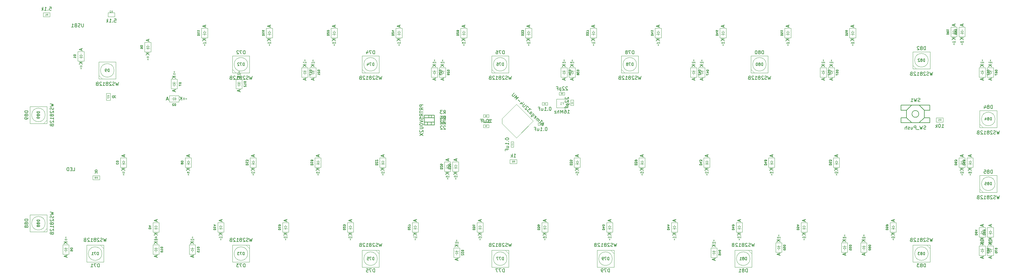
<source format=gbr>
G04 #@! TF.GenerationSoftware,KiCad,Pcbnew,(5.1.10)-1*
G04 #@! TF.CreationDate,2022-02-11T01:48:37+07:00*
G04 #@! TF.ProjectId,uso!VNC,75736f21-564e-4432-9e6b-696361645f70,rev?*
G04 #@! TF.SameCoordinates,Original*
G04 #@! TF.FileFunction,Other,Fab,Bot*
%FSLAX45Y45*%
G04 Gerber Fmt 4.5, Leading zero omitted, Abs format (unit mm)*
G04 Created by KiCad (PCBNEW (5.1.10)-1) date 2022-02-11 01:48:37*
%MOMM*%
%LPD*%
G01*
G04 APERTURE LIST*
%ADD10C,0.150000*%
%ADD11C,0.100000*%
%ADD12C,0.076200*%
%ADD13C,0.060000*%
%ADD14C,0.075000*%
%ADD15C,0.105000*%
G04 APERTURE END LIST*
D10*
X30993985Y-6111031D02*
X31143985Y-5961031D01*
X31513985Y-6111031D02*
X31363985Y-5961031D01*
X31513985Y-6331031D02*
X31363985Y-6481031D01*
X30993985Y-6331031D02*
X31143985Y-6481031D01*
X31353985Y-6221031D02*
G75*
G03*
X31353985Y-6221031I-100000J0D01*
G01*
X30833985Y-6331031D02*
X30833985Y-6481031D01*
X30993985Y-6331031D02*
X30833985Y-6331031D01*
X30993985Y-6111031D02*
X30993985Y-6331031D01*
X30833985Y-6111031D02*
X30993985Y-6111031D01*
X30833985Y-5961031D02*
X30833985Y-6111031D01*
X31673985Y-5961031D02*
X30833985Y-5961031D01*
X31673985Y-6111031D02*
X31673985Y-5961031D01*
X31513985Y-6111031D02*
X31673985Y-6111031D01*
X31513985Y-6331031D02*
X31513985Y-6111031D01*
X31673985Y-6331031D02*
X31513985Y-6331031D01*
X31673985Y-6481031D02*
X31673985Y-6341031D01*
X30833985Y-6481031D02*
X31673985Y-6481031D01*
D11*
X19102035Y-6500102D02*
X19526299Y-6924366D01*
X19526299Y-6924366D02*
X20021274Y-6429391D01*
X20021274Y-6429391D02*
X19526299Y-5934416D01*
X19526299Y-5934416D02*
X19102035Y-6358680D01*
X19102035Y-6358680D02*
X19102035Y-6500102D01*
X33366647Y-10099401D02*
X33366647Y-10379401D01*
X33366647Y-10379401D02*
X33546647Y-10379401D01*
X33546647Y-10379401D02*
X33546647Y-10099401D01*
X33546647Y-10099401D02*
X33366647Y-10099401D01*
X33456647Y-10164401D02*
X33456647Y-10204401D01*
X33456647Y-10204401D02*
X33401647Y-10204401D01*
X33456647Y-10204401D02*
X33511647Y-10204401D01*
X33456647Y-10204401D02*
X33416647Y-10264401D01*
X33416647Y-10264401D02*
X33496647Y-10264401D01*
X33496647Y-10264401D02*
X33456647Y-10204401D01*
X33456647Y-10264401D02*
X33456647Y-10314401D01*
X33128521Y-10099401D02*
X33128521Y-10379401D01*
X33128521Y-10379401D02*
X33308521Y-10379401D01*
X33308521Y-10379401D02*
X33308521Y-10099401D01*
X33308521Y-10099401D02*
X33128521Y-10099401D01*
X33218521Y-10164401D02*
X33218521Y-10204401D01*
X33218521Y-10204401D02*
X33163521Y-10204401D01*
X33218521Y-10204401D02*
X33273521Y-10204401D01*
X33218521Y-10204401D02*
X33178521Y-10264401D01*
X33178521Y-10264401D02*
X33258521Y-10264401D01*
X33258521Y-10264401D02*
X33218521Y-10204401D01*
X33218521Y-10264401D02*
X33218521Y-10314401D01*
X32951333Y-7789785D02*
X32951333Y-7509785D01*
X32951333Y-7509785D02*
X32771333Y-7509785D01*
X32771333Y-7509785D02*
X32771333Y-7789785D01*
X32771333Y-7789785D02*
X32951333Y-7789785D01*
X32861333Y-7724785D02*
X32861333Y-7684785D01*
X32861333Y-7684785D02*
X32916333Y-7684785D01*
X32861333Y-7684785D02*
X32806333Y-7684785D01*
X32861333Y-7684785D02*
X32901333Y-7624785D01*
X32901333Y-7624785D02*
X32821333Y-7624785D01*
X32821333Y-7624785D02*
X32861333Y-7684785D01*
X32861333Y-7624785D02*
X32861333Y-7574785D01*
X27145615Y-10010104D02*
X27145615Y-10290104D01*
X27145615Y-10290104D02*
X27325615Y-10290104D01*
X27325615Y-10290104D02*
X27325615Y-10010104D01*
X27325615Y-10010104D02*
X27145615Y-10010104D01*
X27235615Y-10075104D02*
X27235615Y-10115104D01*
X27235615Y-10115104D02*
X27180615Y-10115104D01*
X27235615Y-10115104D02*
X27290615Y-10115104D01*
X27235615Y-10115104D02*
X27195615Y-10175104D01*
X27195615Y-10175104D02*
X27275615Y-10175104D01*
X27275615Y-10175104D02*
X27235615Y-10115104D01*
X27235615Y-10175104D02*
X27235615Y-10225104D01*
X25240611Y-10158932D02*
X25240611Y-10438932D01*
X25240611Y-10438932D02*
X25420611Y-10438932D01*
X25420611Y-10438932D02*
X25420611Y-10158932D01*
X25420611Y-10158932D02*
X25240611Y-10158932D01*
X25330611Y-10223932D02*
X25330611Y-10263932D01*
X25330611Y-10263932D02*
X25275611Y-10263932D01*
X25330611Y-10263932D02*
X25385611Y-10263932D01*
X25330611Y-10263932D02*
X25290611Y-10323932D01*
X25290611Y-10323932D02*
X25370611Y-10323932D01*
X25370611Y-10323932D02*
X25330611Y-10263932D01*
X25330611Y-10323932D02*
X25330611Y-10373932D01*
X32713207Y-7789785D02*
X32713207Y-7509785D01*
X32713207Y-7509785D02*
X32533207Y-7509785D01*
X32533207Y-7509785D02*
X32533207Y-7789785D01*
X32533207Y-7789785D02*
X32713207Y-7789785D01*
X32623207Y-7724785D02*
X32623207Y-7684785D01*
X32623207Y-7684785D02*
X32678207Y-7684785D01*
X32623207Y-7684785D02*
X32568207Y-7684785D01*
X32623207Y-7684785D02*
X32663207Y-7624785D01*
X32663207Y-7624785D02*
X32583207Y-7624785D01*
X32583207Y-7624785D02*
X32623207Y-7684785D01*
X32623207Y-7624785D02*
X32623207Y-7574785D01*
X5626889Y-6500797D02*
X5726889Y-6400797D01*
X5226889Y-6000797D02*
X5726889Y-6000797D01*
X5726889Y-6000797D02*
X5726889Y-6500797D01*
X5726889Y-6500797D02*
X5226889Y-6500797D01*
X5226889Y-6500797D02*
X5226889Y-6000797D01*
X5676889Y-6250797D02*
G75*
G03*
X5676889Y-6250797I-200000J0D01*
G01*
X5626889Y-9685727D02*
X5726889Y-9585727D01*
X5226889Y-9185727D02*
X5726889Y-9185727D01*
X5726889Y-9185727D02*
X5726889Y-9685727D01*
X5726889Y-9685727D02*
X5226889Y-9685727D01*
X5226889Y-9685727D02*
X5226889Y-9185727D01*
X5676889Y-9435727D02*
G75*
G03*
X5676889Y-9435727I-200000J0D01*
G01*
X17592232Y-7908848D02*
X17592232Y-7628848D01*
X17592232Y-7628848D02*
X17412232Y-7628848D01*
X17412232Y-7628848D02*
X17412232Y-7908848D01*
X17412232Y-7908848D02*
X17592232Y-7908848D01*
X17502232Y-7843848D02*
X17502232Y-7803848D01*
X17502232Y-7803848D02*
X17557232Y-7803848D01*
X17502232Y-7803848D02*
X17447232Y-7803848D01*
X17502232Y-7803848D02*
X17542232Y-7743848D01*
X17542232Y-7743848D02*
X17462232Y-7743848D01*
X17462232Y-7743848D02*
X17502232Y-7803848D01*
X17502232Y-7743848D02*
X17502232Y-7693848D01*
X33546647Y-9843618D02*
X33546647Y-9563618D01*
X33546647Y-9563618D02*
X33366647Y-9563618D01*
X33366647Y-9563618D02*
X33366647Y-9843618D01*
X33366647Y-9843618D02*
X33546647Y-9843618D01*
X33456647Y-9778618D02*
X33456647Y-9738618D01*
X33456647Y-9738618D02*
X33511647Y-9738618D01*
X33456647Y-9738618D02*
X33401647Y-9738618D01*
X33456647Y-9738618D02*
X33496647Y-9678618D01*
X33496647Y-9678618D02*
X33416647Y-9678618D01*
X33416647Y-9678618D02*
X33456647Y-9738618D01*
X33456647Y-9678618D02*
X33456647Y-9628618D01*
X25212251Y-7789785D02*
X25212251Y-7509785D01*
X25212251Y-7509785D02*
X25032251Y-7509785D01*
X25032251Y-7509785D02*
X25032251Y-7789785D01*
X25032251Y-7789785D02*
X25212251Y-7789785D01*
X25122251Y-7724785D02*
X25122251Y-7684785D01*
X25122251Y-7684785D02*
X25177251Y-7684785D01*
X25122251Y-7684785D02*
X25067251Y-7684785D01*
X25122251Y-7684785D02*
X25162251Y-7624785D01*
X25162251Y-7624785D02*
X25082251Y-7624785D01*
X25082251Y-7624785D02*
X25122251Y-7684785D01*
X25122251Y-7624785D02*
X25122251Y-7574785D01*
X27117256Y-7789785D02*
X27117256Y-7509785D01*
X27117256Y-7509785D02*
X26937256Y-7509785D01*
X26937256Y-7509785D02*
X26937256Y-7789785D01*
X26937256Y-7789785D02*
X27117256Y-7789785D01*
X27027256Y-7724785D02*
X27027256Y-7684785D01*
X27027256Y-7684785D02*
X27082256Y-7684785D01*
X27027256Y-7684785D02*
X26972256Y-7684785D01*
X27027256Y-7684785D02*
X27067256Y-7624785D01*
X27067256Y-7624785D02*
X26987256Y-7624785D01*
X26987256Y-7624785D02*
X27027256Y-7684785D01*
X27027256Y-7624785D02*
X27027256Y-7574785D01*
X24259748Y-9694790D02*
X24259748Y-9414790D01*
X24259748Y-9414790D02*
X24079748Y-9414790D01*
X24079748Y-9414790D02*
X24079748Y-9694790D01*
X24079748Y-9694790D02*
X24259748Y-9694790D01*
X24169748Y-9629790D02*
X24169748Y-9589790D01*
X24169748Y-9589790D02*
X24224748Y-9589790D01*
X24169748Y-9589790D02*
X24114748Y-9589790D01*
X24169748Y-9589790D02*
X24209748Y-9529790D01*
X24209748Y-9529790D02*
X24129748Y-9529790D01*
X24129748Y-9529790D02*
X24169748Y-9589790D01*
X24169748Y-9529790D02*
X24169748Y-9479790D01*
X23307246Y-7789785D02*
X23307246Y-7509785D01*
X23307246Y-7509785D02*
X23127246Y-7509785D01*
X23127246Y-7509785D02*
X23127246Y-7789785D01*
X23127246Y-7789785D02*
X23307246Y-7789785D01*
X23217246Y-7724785D02*
X23217246Y-7684785D01*
X23217246Y-7684785D02*
X23272246Y-7684785D01*
X23217246Y-7684785D02*
X23162246Y-7684785D01*
X23217246Y-7684785D02*
X23257246Y-7624785D01*
X23257246Y-7624785D02*
X23177246Y-7624785D01*
X23177246Y-7624785D02*
X23217246Y-7684785D01*
X23217246Y-7624785D02*
X23217246Y-7574785D01*
X29080386Y-10010104D02*
X29080386Y-10290104D01*
X29080386Y-10290104D02*
X29260386Y-10290104D01*
X29260386Y-10290104D02*
X29260386Y-10010104D01*
X29260386Y-10010104D02*
X29080386Y-10010104D01*
X29170386Y-10075104D02*
X29170386Y-10115104D01*
X29170386Y-10115104D02*
X29115386Y-10115104D01*
X29170386Y-10115104D02*
X29225386Y-10115104D01*
X29170386Y-10115104D02*
X29130386Y-10175104D01*
X29130386Y-10175104D02*
X29210386Y-10175104D01*
X29210386Y-10175104D02*
X29170386Y-10115104D01*
X29170386Y-10175104D02*
X29170386Y-10225104D01*
X26164753Y-9694790D02*
X26164753Y-9414790D01*
X26164753Y-9414790D02*
X25984753Y-9414790D01*
X25984753Y-9414790D02*
X25984753Y-9694790D01*
X25984753Y-9694790D02*
X26164753Y-9694790D01*
X26074753Y-9629790D02*
X26074753Y-9589790D01*
X26074753Y-9589790D02*
X26129753Y-9589790D01*
X26074753Y-9589790D02*
X26019753Y-9589790D01*
X26074753Y-9589790D02*
X26114753Y-9529790D01*
X26114753Y-9529790D02*
X26034753Y-9529790D01*
X26034753Y-9529790D02*
X26074753Y-9589790D01*
X26074753Y-9529790D02*
X26074753Y-9479790D01*
X29022260Y-7789785D02*
X29022260Y-7509785D01*
X29022260Y-7509785D02*
X28842260Y-7509785D01*
X28842260Y-7509785D02*
X28842260Y-7789785D01*
X28842260Y-7789785D02*
X29022260Y-7789785D01*
X28932260Y-7724785D02*
X28932260Y-7684785D01*
X28932260Y-7684785D02*
X28987260Y-7684785D01*
X28932260Y-7684785D02*
X28877260Y-7684785D01*
X28932260Y-7684785D02*
X28972260Y-7624785D01*
X28972260Y-7624785D02*
X28892260Y-7624785D01*
X28892260Y-7624785D02*
X28932260Y-7684785D01*
X28932260Y-7624785D02*
X28932260Y-7574785D01*
X30689133Y-9694790D02*
X30689133Y-9414790D01*
X30689133Y-9414790D02*
X30509133Y-9414790D01*
X30509133Y-9414790D02*
X30509133Y-9694790D01*
X30509133Y-9694790D02*
X30689133Y-9694790D01*
X30599133Y-9629790D02*
X30599133Y-9589790D01*
X30599133Y-9589790D02*
X30654133Y-9589790D01*
X30599133Y-9589790D02*
X30544133Y-9589790D01*
X30599133Y-9589790D02*
X30639133Y-9529790D01*
X30639133Y-9529790D02*
X30559133Y-9529790D01*
X30559133Y-9529790D02*
X30599133Y-9589790D01*
X30599133Y-9529790D02*
X30599133Y-9479790D01*
X29645934Y-10010104D02*
X29645934Y-10290104D01*
X29645934Y-10290104D02*
X29825934Y-10290104D01*
X29825934Y-10290104D02*
X29825934Y-10010104D01*
X29825934Y-10010104D02*
X29645934Y-10010104D01*
X29735934Y-10075104D02*
X29735934Y-10115104D01*
X29735934Y-10115104D02*
X29680934Y-10115104D01*
X29735934Y-10115104D02*
X29790934Y-10115104D01*
X29735934Y-10115104D02*
X29695934Y-10175104D01*
X29695934Y-10175104D02*
X29775934Y-10175104D01*
X29775934Y-10175104D02*
X29735934Y-10115104D01*
X29735934Y-10175104D02*
X29735934Y-10225104D01*
X28069758Y-9694790D02*
X28069758Y-9414790D01*
X28069758Y-9414790D02*
X27889758Y-9414790D01*
X27889758Y-9414790D02*
X27889758Y-9694790D01*
X27889758Y-9694790D02*
X28069758Y-9694790D01*
X27979758Y-9629790D02*
X27979758Y-9589790D01*
X27979758Y-9589790D02*
X28034758Y-9589790D01*
X27979758Y-9589790D02*
X27924758Y-9589790D01*
X27979758Y-9589790D02*
X28019758Y-9529790D01*
X28019758Y-9529790D02*
X27939758Y-9529790D01*
X27939758Y-9529790D02*
X27979758Y-9589790D01*
X27979758Y-9529790D02*
X27979758Y-9479790D01*
X33308521Y-9843618D02*
X33308521Y-9563618D01*
X33308521Y-9563618D02*
X33128521Y-9563618D01*
X33128521Y-9563618D02*
X33128521Y-9843618D01*
X33128521Y-9843618D02*
X33308521Y-9843618D01*
X33218521Y-9778618D02*
X33218521Y-9738618D01*
X33218521Y-9738618D02*
X33273521Y-9738618D01*
X33218521Y-9738618D02*
X33163521Y-9738618D01*
X33218521Y-9738618D02*
X33258521Y-9678618D01*
X33258521Y-9678618D02*
X33178521Y-9678618D01*
X33178521Y-9678618D02*
X33218521Y-9738618D01*
X33218521Y-9678618D02*
X33218521Y-9628618D01*
X20449739Y-9694790D02*
X20449739Y-9414790D01*
X20449739Y-9414790D02*
X20269739Y-9414790D01*
X20269739Y-9414790D02*
X20269739Y-9694790D01*
X20269739Y-9694790D02*
X20449739Y-9694790D01*
X20359739Y-9629790D02*
X20359739Y-9589790D01*
X20359739Y-9589790D02*
X20414739Y-9589790D01*
X20359739Y-9589790D02*
X20304739Y-9589790D01*
X20359739Y-9589790D02*
X20399739Y-9529790D01*
X20399739Y-9529790D02*
X20319739Y-9529790D01*
X20319739Y-9529790D02*
X20359739Y-9589790D01*
X20359739Y-9529790D02*
X20359739Y-9479790D01*
X22354744Y-9694790D02*
X22354744Y-9414790D01*
X22354744Y-9414790D02*
X22174744Y-9414790D01*
X22174744Y-9414790D02*
X22174744Y-9694790D01*
X22174744Y-9694790D02*
X22354744Y-9694790D01*
X22264744Y-9629790D02*
X22264744Y-9589790D01*
X22264744Y-9589790D02*
X22319744Y-9589790D01*
X22264744Y-9589790D02*
X22209744Y-9589790D01*
X22264744Y-9589790D02*
X22304744Y-9529790D01*
X22304744Y-9529790D02*
X22224744Y-9529790D01*
X22224744Y-9529790D02*
X22264744Y-9589790D01*
X22264744Y-9529790D02*
X22264744Y-9479790D01*
X21402241Y-7789785D02*
X21402241Y-7509785D01*
X21402241Y-7509785D02*
X21222241Y-7509785D01*
X21222241Y-7509785D02*
X21222241Y-7789785D01*
X21222241Y-7789785D02*
X21402241Y-7789785D01*
X21312241Y-7724785D02*
X21312241Y-7684785D01*
X21312241Y-7684785D02*
X21367241Y-7684785D01*
X21312241Y-7684785D02*
X21257241Y-7684785D01*
X21312241Y-7684785D02*
X21352241Y-7624785D01*
X21352241Y-7624785D02*
X21272241Y-7624785D01*
X21272241Y-7624785D02*
X21312241Y-7684785D01*
X21312241Y-7624785D02*
X21312241Y-7574785D01*
X17680123Y-10158932D02*
X17680123Y-10438932D01*
X17680123Y-10438932D02*
X17860123Y-10438932D01*
X17860123Y-10438932D02*
X17860123Y-10158932D01*
X17860123Y-10158932D02*
X17680123Y-10158932D01*
X17770123Y-10223932D02*
X17770123Y-10263932D01*
X17770123Y-10263932D02*
X17715123Y-10263932D01*
X17770123Y-10263932D02*
X17825123Y-10263932D01*
X17770123Y-10263932D02*
X17730123Y-10323932D01*
X17730123Y-10323932D02*
X17810123Y-10323932D01*
X17810123Y-10323932D02*
X17770123Y-10263932D01*
X17770123Y-10323932D02*
X17770123Y-10373932D01*
X18544734Y-9694790D02*
X18544734Y-9414790D01*
X18544734Y-9414790D02*
X18364734Y-9414790D01*
X18364734Y-9414790D02*
X18364734Y-9694790D01*
X18364734Y-9694790D02*
X18544734Y-9694790D01*
X18454734Y-9629790D02*
X18454734Y-9589790D01*
X18454734Y-9589790D02*
X18509734Y-9589790D01*
X18454734Y-9589790D02*
X18399734Y-9589790D01*
X18454734Y-9589790D02*
X18494734Y-9529790D01*
X18494734Y-9529790D02*
X18414734Y-9529790D01*
X18414734Y-9529790D02*
X18454734Y-9589790D01*
X18454734Y-9529790D02*
X18454734Y-9479790D01*
X17830357Y-7908848D02*
X17830357Y-7628848D01*
X17830357Y-7628848D02*
X17650357Y-7628848D01*
X17650357Y-7628848D02*
X17650357Y-7908848D01*
X17650357Y-7908848D02*
X17830357Y-7908848D01*
X17740357Y-7843848D02*
X17740357Y-7803848D01*
X17740357Y-7803848D02*
X17795357Y-7803848D01*
X17740357Y-7803848D02*
X17685357Y-7803848D01*
X17740357Y-7803848D02*
X17780357Y-7743848D01*
X17780357Y-7743848D02*
X17700357Y-7743848D01*
X17700357Y-7743848D02*
X17740357Y-7803848D01*
X17740357Y-7743848D02*
X17740357Y-7693848D01*
X16639729Y-9694790D02*
X16639729Y-9414790D01*
X16639729Y-9414790D02*
X16459729Y-9414790D01*
X16459729Y-9414790D02*
X16459729Y-9694790D01*
X16459729Y-9694790D02*
X16639729Y-9694790D01*
X16549729Y-9629790D02*
X16549729Y-9589790D01*
X16549729Y-9589790D02*
X16604729Y-9589790D01*
X16549729Y-9589790D02*
X16494729Y-9589790D01*
X16549729Y-9589790D02*
X16589729Y-9529790D01*
X16589729Y-9529790D02*
X16509729Y-9529790D01*
X16509729Y-9529790D02*
X16549729Y-9589790D01*
X16549729Y-9529790D02*
X16549729Y-9479790D01*
X8067208Y-7789785D02*
X8067208Y-7509785D01*
X8067208Y-7509785D02*
X7887208Y-7509785D01*
X7887208Y-7509785D02*
X7887208Y-7789785D01*
X7887208Y-7789785D02*
X8067208Y-7789785D01*
X7977208Y-7724785D02*
X7977208Y-7684785D01*
X7977208Y-7684785D02*
X8032208Y-7684785D01*
X7977208Y-7684785D02*
X7922208Y-7684785D01*
X7977208Y-7684785D02*
X8017208Y-7624785D01*
X8017208Y-7624785D02*
X7937208Y-7624785D01*
X7937208Y-7624785D02*
X7977208Y-7684785D01*
X7977208Y-7624785D02*
X7977208Y-7574785D01*
X9972212Y-7789785D02*
X9972212Y-7509785D01*
X9972212Y-7509785D02*
X9792212Y-7509785D01*
X9792212Y-7509785D02*
X9792212Y-7789785D01*
X9792212Y-7789785D02*
X9972212Y-7789785D01*
X9882212Y-7724785D02*
X9882212Y-7684785D01*
X9882212Y-7684785D02*
X9937212Y-7684785D01*
X9882212Y-7684785D02*
X9827212Y-7684785D01*
X9882212Y-7684785D02*
X9922212Y-7624785D01*
X9922212Y-7624785D02*
X9842212Y-7624785D01*
X9842212Y-7624785D02*
X9882212Y-7684785D01*
X9882212Y-7624785D02*
X9882212Y-7574785D01*
X15687227Y-7789785D02*
X15687227Y-7509785D01*
X15687227Y-7509785D02*
X15507227Y-7509785D01*
X15507227Y-7509785D02*
X15507227Y-7789785D01*
X15507227Y-7789785D02*
X15687227Y-7789785D01*
X15597227Y-7724785D02*
X15597227Y-7684785D01*
X15597227Y-7684785D02*
X15652227Y-7684785D01*
X15597227Y-7684785D02*
X15542227Y-7684785D01*
X15597227Y-7684785D02*
X15637227Y-7624785D01*
X15637227Y-7624785D02*
X15557227Y-7624785D01*
X15557227Y-7624785D02*
X15597227Y-7684785D01*
X15597227Y-7624785D02*
X15597227Y-7574785D01*
X9019710Y-9694790D02*
X9019710Y-9414790D01*
X9019710Y-9414790D02*
X8839710Y-9414790D01*
X8839710Y-9414790D02*
X8839710Y-9694790D01*
X8839710Y-9694790D02*
X9019710Y-9694790D01*
X8929710Y-9629790D02*
X8929710Y-9589790D01*
X8929710Y-9589790D02*
X8984710Y-9589790D01*
X8929710Y-9589790D02*
X8874710Y-9589790D01*
X8929710Y-9589790D02*
X8969710Y-9529790D01*
X8969710Y-9529790D02*
X8889710Y-9529790D01*
X8889710Y-9529790D02*
X8929710Y-9589790D01*
X8929710Y-9529790D02*
X8929710Y-9479790D01*
X13782222Y-7789785D02*
X13782222Y-7509785D01*
X13782222Y-7509785D02*
X13602222Y-7509785D01*
X13602222Y-7509785D02*
X13602222Y-7789785D01*
X13602222Y-7789785D02*
X13782222Y-7789785D01*
X13692222Y-7724785D02*
X13692222Y-7684785D01*
X13692222Y-7684785D02*
X13747222Y-7684785D01*
X13692222Y-7684785D02*
X13637222Y-7684785D01*
X13692222Y-7684785D02*
X13732222Y-7624785D01*
X13732222Y-7624785D02*
X13652222Y-7624785D01*
X13652222Y-7624785D02*
X13692222Y-7684785D01*
X13692222Y-7624785D02*
X13692222Y-7574785D01*
X9911275Y-10069635D02*
X9911275Y-10349635D01*
X9911275Y-10349635D02*
X10091275Y-10349635D01*
X10091275Y-10349635D02*
X10091275Y-10069635D01*
X10091275Y-10069635D02*
X9911275Y-10069635D01*
X10001275Y-10134635D02*
X10001275Y-10174635D01*
X10001275Y-10174635D02*
X9946275Y-10174635D01*
X10001275Y-10174635D02*
X10056275Y-10174635D01*
X10001275Y-10174635D02*
X9961275Y-10234635D01*
X9961275Y-10234635D02*
X10041275Y-10234635D01*
X10041275Y-10234635D02*
X10001275Y-10174635D01*
X10001275Y-10234635D02*
X10001275Y-10284635D01*
X10924715Y-9694790D02*
X10924715Y-9414790D01*
X10924715Y-9414790D02*
X10744715Y-9414790D01*
X10744715Y-9414790D02*
X10744715Y-9694790D01*
X10744715Y-9694790D02*
X10924715Y-9694790D01*
X10834715Y-9629790D02*
X10834715Y-9589790D01*
X10834715Y-9589790D02*
X10889715Y-9589790D01*
X10834715Y-9589790D02*
X10779715Y-9589790D01*
X10834715Y-9589790D02*
X10874715Y-9529790D01*
X10874715Y-9529790D02*
X10794715Y-9529790D01*
X10794715Y-9529790D02*
X10834715Y-9589790D01*
X10834715Y-9529790D02*
X10834715Y-9479790D01*
X11877217Y-7789785D02*
X11877217Y-7509785D01*
X11877217Y-7509785D02*
X11697217Y-7509785D01*
X11697217Y-7509785D02*
X11697217Y-7789785D01*
X11697217Y-7789785D02*
X11877217Y-7789785D01*
X11787217Y-7724785D02*
X11787217Y-7684785D01*
X11787217Y-7684785D02*
X11842217Y-7684785D01*
X11787217Y-7684785D02*
X11732217Y-7684785D01*
X11787217Y-7684785D02*
X11827217Y-7624785D01*
X11827217Y-7624785D02*
X11747217Y-7624785D01*
X11747217Y-7624785D02*
X11787217Y-7684785D01*
X11787217Y-7624785D02*
X11787217Y-7574785D01*
X14734724Y-9694790D02*
X14734724Y-9414790D01*
X14734724Y-9414790D02*
X14554724Y-9414790D01*
X14554724Y-9414790D02*
X14554724Y-9694790D01*
X14554724Y-9694790D02*
X14734724Y-9694790D01*
X14644724Y-9629790D02*
X14644724Y-9589790D01*
X14644724Y-9589790D02*
X14699724Y-9589790D01*
X14644724Y-9589790D02*
X14589724Y-9589790D01*
X14644724Y-9589790D02*
X14684724Y-9529790D01*
X14684724Y-9529790D02*
X14604724Y-9529790D01*
X14604724Y-9529790D02*
X14644724Y-9589790D01*
X14644724Y-9529790D02*
X14644724Y-9479790D01*
X8839710Y-10069635D02*
X8839710Y-10349635D01*
X8839710Y-10349635D02*
X9019710Y-10349635D01*
X9019710Y-10349635D02*
X9019710Y-10069635D01*
X9019710Y-10069635D02*
X8839710Y-10069635D01*
X8929710Y-10134635D02*
X8929710Y-10174635D01*
X8929710Y-10174635D02*
X8874710Y-10174635D01*
X8929710Y-10174635D02*
X8984710Y-10174635D01*
X8929710Y-10174635D02*
X8889710Y-10234635D01*
X8889710Y-10234635D02*
X8969710Y-10234635D01*
X8969710Y-10234635D02*
X8929710Y-10174635D01*
X8929710Y-10234635D02*
X8929710Y-10284635D01*
X6190563Y-10069635D02*
X6190563Y-10349635D01*
X6190563Y-10349635D02*
X6370563Y-10349635D01*
X6370563Y-10349635D02*
X6370563Y-10069635D01*
X6370563Y-10069635D02*
X6190563Y-10069635D01*
X6280563Y-10134635D02*
X6280563Y-10174635D01*
X6280563Y-10174635D02*
X6225563Y-10174635D01*
X6280563Y-10174635D02*
X6335563Y-10174635D01*
X6280563Y-10174635D02*
X6240563Y-10234635D01*
X6240563Y-10234635D02*
X6320563Y-10234635D01*
X6320563Y-10234635D02*
X6280563Y-10174635D01*
X6280563Y-10234635D02*
X6280563Y-10284635D01*
X12829720Y-9694790D02*
X12829720Y-9414790D01*
X12829720Y-9414790D02*
X12649720Y-9414790D01*
X12649720Y-9414790D02*
X12649720Y-9694790D01*
X12649720Y-9694790D02*
X12829720Y-9694790D01*
X12739720Y-9629790D02*
X12739720Y-9589790D01*
X12739720Y-9589790D02*
X12794720Y-9589790D01*
X12739720Y-9589790D02*
X12684720Y-9589790D01*
X12739720Y-9589790D02*
X12779720Y-9529790D01*
X12779720Y-9529790D02*
X12699720Y-9529790D01*
X12699720Y-9529790D02*
X12739720Y-9589790D01*
X12739720Y-9529790D02*
X12739720Y-9479790D01*
X17446449Y-6528375D02*
X17446449Y-6445875D01*
X17446449Y-6445875D02*
X17286449Y-6445875D01*
X17286449Y-6445875D02*
X17286449Y-6528375D01*
X17286449Y-6528375D02*
X17446449Y-6528375D01*
X17446449Y-6353375D02*
X17446449Y-6270875D01*
X17446449Y-6270875D02*
X17286449Y-6270875D01*
X17286449Y-6270875D02*
X17286449Y-6353375D01*
X17286449Y-6353375D02*
X17446449Y-6353375D01*
X33128521Y-4860638D02*
X33128521Y-5140638D01*
X33128521Y-5140638D02*
X33308521Y-5140638D01*
X33308521Y-5140638D02*
X33308521Y-4860638D01*
X33308521Y-4860638D02*
X33128521Y-4860638D01*
X33218521Y-4925638D02*
X33218521Y-4965638D01*
X33218521Y-4965638D02*
X33163521Y-4965638D01*
X33218521Y-4965638D02*
X33273521Y-4965638D01*
X33218521Y-4965638D02*
X33178521Y-5025638D01*
X33178521Y-5025638D02*
X33258521Y-5025638D01*
X33258521Y-5025638D02*
X33218521Y-4965638D01*
X33218521Y-5025638D02*
X33218521Y-5075638D01*
X24645297Y-4860638D02*
X24645297Y-5140638D01*
X24645297Y-5140638D02*
X24825297Y-5140638D01*
X24825297Y-5140638D02*
X24825297Y-4860638D01*
X24825297Y-4860638D02*
X24645297Y-4860638D01*
X24735297Y-4925638D02*
X24735297Y-4965638D01*
X24735297Y-4965638D02*
X24680297Y-4965638D01*
X24735297Y-4965638D02*
X24790297Y-4965638D01*
X24735297Y-4965638D02*
X24695297Y-5025638D01*
X24695297Y-5025638D02*
X24775297Y-5025638D01*
X24775297Y-5025638D02*
X24735297Y-4965638D01*
X24735297Y-5025638D02*
X24735297Y-5075638D01*
X32475074Y-3950010D02*
X32475074Y-3670010D01*
X32475074Y-3670010D02*
X32295074Y-3670010D01*
X32295074Y-3670010D02*
X32295074Y-3950010D01*
X32295074Y-3950010D02*
X32475074Y-3950010D01*
X32385074Y-3885010D02*
X32385074Y-3845010D01*
X32385074Y-3845010D02*
X32440074Y-3845010D01*
X32385074Y-3845010D02*
X32330074Y-3845010D01*
X32385074Y-3845010D02*
X32425074Y-3785010D01*
X32425074Y-3785010D02*
X32345074Y-3785010D01*
X32345074Y-3785010D02*
X32385074Y-3845010D01*
X32385074Y-3785010D02*
X32385074Y-3735010D01*
X20835287Y-4860638D02*
X20835287Y-5140638D01*
X20835287Y-5140638D02*
X21015287Y-5140638D01*
X21015287Y-5140638D02*
X21015287Y-4860638D01*
X21015287Y-4860638D02*
X20835287Y-4860638D01*
X20925287Y-4925638D02*
X20925287Y-4965638D01*
X20925287Y-4965638D02*
X20870287Y-4965638D01*
X20925287Y-4965638D02*
X20980287Y-4965638D01*
X20925287Y-4965638D02*
X20885287Y-5025638D01*
X20885287Y-5025638D02*
X20965287Y-5025638D01*
X20965287Y-5025638D02*
X20925287Y-4965638D01*
X20925287Y-5025638D02*
X20925287Y-5075638D01*
X18068512Y-3979775D02*
X18068512Y-3699775D01*
X18068512Y-3699775D02*
X17888512Y-3699775D01*
X17888512Y-3699775D02*
X17888512Y-3979775D01*
X17888512Y-3979775D02*
X18068512Y-3979775D01*
X17978512Y-3914775D02*
X17978512Y-3874775D01*
X17978512Y-3874775D02*
X18033512Y-3874775D01*
X17978512Y-3874775D02*
X17923512Y-3874775D01*
X17978512Y-3874775D02*
X18018512Y-3814775D01*
X18018512Y-3814775D02*
X17938512Y-3814775D01*
X17938512Y-3814775D02*
X17978512Y-3874775D01*
X17978512Y-3814775D02*
X17978512Y-3764775D01*
X28693432Y-4860638D02*
X28693432Y-5140638D01*
X28693432Y-5140638D02*
X28873432Y-5140638D01*
X28873432Y-5140638D02*
X28873432Y-4860638D01*
X28873432Y-4860638D02*
X28693432Y-4860638D01*
X28783432Y-4925638D02*
X28783432Y-4965638D01*
X28783432Y-4965638D02*
X28728432Y-4965638D01*
X28783432Y-4965638D02*
X28838432Y-4965638D01*
X28783432Y-4965638D02*
X28743432Y-5025638D01*
X28743432Y-5025638D02*
X28823432Y-5025638D01*
X28823432Y-5025638D02*
X28783432Y-4965638D01*
X28783432Y-5025638D02*
X28783432Y-5075638D01*
X29498512Y-3979775D02*
X29498512Y-3699775D01*
X29498512Y-3699775D02*
X29318512Y-3699775D01*
X29318512Y-3699775D02*
X29318512Y-3979775D01*
X29318512Y-3979775D02*
X29498512Y-3979775D01*
X29408512Y-3914775D02*
X29408512Y-3874775D01*
X29408512Y-3874775D02*
X29463512Y-3874775D01*
X29408512Y-3874775D02*
X29353512Y-3874775D01*
X29408512Y-3874775D02*
X29448512Y-3814775D01*
X29448512Y-3814775D02*
X29368512Y-3814775D01*
X29368512Y-3814775D02*
X29408512Y-3874775D01*
X29408512Y-3814775D02*
X29408512Y-3764775D01*
X32713207Y-3950010D02*
X32713207Y-3670010D01*
X32713207Y-3670010D02*
X32533207Y-3670010D01*
X32533207Y-3670010D02*
X32533207Y-3950010D01*
X32533207Y-3950010D02*
X32713207Y-3950010D01*
X32623207Y-3885010D02*
X32623207Y-3845010D01*
X32623207Y-3845010D02*
X32678207Y-3845010D01*
X32623207Y-3845010D02*
X32568207Y-3845010D01*
X32623207Y-3845010D02*
X32663207Y-3785010D01*
X32663207Y-3785010D02*
X32583207Y-3785010D01*
X32583207Y-3785010D02*
X32623207Y-3845010D01*
X32623207Y-3785010D02*
X32623207Y-3735010D01*
X24883422Y-4860638D02*
X24883422Y-5140638D01*
X24883422Y-5140638D02*
X25063422Y-5140638D01*
X25063422Y-5140638D02*
X25063422Y-4860638D01*
X25063422Y-4860638D02*
X24883422Y-4860638D01*
X24973422Y-4925638D02*
X24973422Y-4965638D01*
X24973422Y-4965638D02*
X24918422Y-4965638D01*
X24973422Y-4965638D02*
X25028422Y-4965638D01*
X24973422Y-4965638D02*
X24933422Y-5025638D01*
X24933422Y-5025638D02*
X25013422Y-5025638D01*
X25013422Y-5025638D02*
X24973422Y-4965638D01*
X24973422Y-5025638D02*
X24973422Y-5075638D01*
X28455306Y-4860638D02*
X28455306Y-5140638D01*
X28455306Y-5140638D02*
X28635306Y-5140638D01*
X28635306Y-5140638D02*
X28635306Y-4860638D01*
X28635306Y-4860638D02*
X28455306Y-4860638D01*
X28545306Y-4925638D02*
X28545306Y-4965638D01*
X28545306Y-4965638D02*
X28490306Y-4965638D01*
X28545306Y-4965638D02*
X28600306Y-4965638D01*
X28545306Y-4965638D02*
X28505306Y-5025638D01*
X28505306Y-5025638D02*
X28585306Y-5025638D01*
X28585306Y-5025638D02*
X28545306Y-4965638D01*
X28545306Y-5025638D02*
X28545306Y-5075638D01*
X33366647Y-4860638D02*
X33366647Y-5140638D01*
X33366647Y-5140638D02*
X33546647Y-5140638D01*
X33546647Y-5140638D02*
X33546647Y-4860638D01*
X33546647Y-4860638D02*
X33366647Y-4860638D01*
X33456647Y-4925638D02*
X33456647Y-4965638D01*
X33456647Y-4965638D02*
X33401647Y-4965638D01*
X33456647Y-4965638D02*
X33511647Y-4965638D01*
X33456647Y-4965638D02*
X33416647Y-5025638D01*
X33416647Y-5025638D02*
X33496647Y-5025638D01*
X33496647Y-5025638D02*
X33456647Y-4965638D01*
X33456647Y-5025638D02*
X33456647Y-5075638D01*
X27593512Y-3979775D02*
X27593512Y-3699775D01*
X27593512Y-3699775D02*
X27413512Y-3699775D01*
X27413512Y-3699775D02*
X27413512Y-3979775D01*
X27413512Y-3979775D02*
X27593512Y-3979775D01*
X27503512Y-3914775D02*
X27503512Y-3874775D01*
X27503512Y-3874775D02*
X27558512Y-3874775D01*
X27503512Y-3874775D02*
X27448512Y-3874775D01*
X27503512Y-3874775D02*
X27543512Y-3814775D01*
X27543512Y-3814775D02*
X27463512Y-3814775D01*
X27463512Y-3814775D02*
X27503512Y-3874775D01*
X27503512Y-3814775D02*
X27503512Y-3764775D01*
X25688512Y-3979775D02*
X25688512Y-3699775D01*
X25688512Y-3699775D02*
X25508512Y-3699775D01*
X25508512Y-3699775D02*
X25508512Y-3979775D01*
X25508512Y-3979775D02*
X25688512Y-3979775D01*
X25598512Y-3914775D02*
X25598512Y-3874775D01*
X25598512Y-3874775D02*
X25653512Y-3874775D01*
X25598512Y-3874775D02*
X25543512Y-3874775D01*
X25598512Y-3874775D02*
X25638512Y-3814775D01*
X25638512Y-3814775D02*
X25558512Y-3814775D01*
X25558512Y-3814775D02*
X25598512Y-3874775D01*
X25598512Y-3814775D02*
X25598512Y-3764775D01*
X23783512Y-3979775D02*
X23783512Y-3699775D01*
X23783512Y-3699775D02*
X23603512Y-3699775D01*
X23603512Y-3699775D02*
X23603512Y-3979775D01*
X23603512Y-3979775D02*
X23783512Y-3979775D01*
X23693512Y-3914775D02*
X23693512Y-3874775D01*
X23693512Y-3874775D02*
X23748512Y-3874775D01*
X23693512Y-3874775D02*
X23638512Y-3874775D01*
X23693512Y-3874775D02*
X23733512Y-3814775D01*
X23733512Y-3814775D02*
X23653512Y-3814775D01*
X23653512Y-3814775D02*
X23693512Y-3874775D01*
X23693512Y-3814775D02*
X23693512Y-3764775D01*
X21073413Y-4860638D02*
X21073413Y-5140638D01*
X21073413Y-5140638D02*
X21253413Y-5140638D01*
X21253413Y-5140638D02*
X21253413Y-4860638D01*
X21253413Y-4860638D02*
X21073413Y-4860638D01*
X21163413Y-4925638D02*
X21163413Y-4965638D01*
X21163413Y-4965638D02*
X21108413Y-4965638D01*
X21163413Y-4965638D02*
X21218413Y-4965638D01*
X21163413Y-4965638D02*
X21123413Y-5025638D01*
X21123413Y-5025638D02*
X21203413Y-5025638D01*
X21203413Y-5025638D02*
X21163413Y-4965638D01*
X21163413Y-5025638D02*
X21163413Y-5075638D01*
X21878512Y-3979775D02*
X21878512Y-3699775D01*
X21878512Y-3699775D02*
X21698512Y-3699775D01*
X21698512Y-3699775D02*
X21698512Y-3979775D01*
X21698512Y-3979775D02*
X21878512Y-3979775D01*
X21788512Y-3914775D02*
X21788512Y-3874775D01*
X21788512Y-3874775D02*
X21843512Y-3874775D01*
X21788512Y-3874775D02*
X21733512Y-3874775D01*
X21788512Y-3874775D02*
X21828512Y-3814775D01*
X21828512Y-3814775D02*
X21748512Y-3814775D01*
X21748512Y-3814775D02*
X21788512Y-3874775D01*
X21788512Y-3814775D02*
X21788512Y-3764775D01*
X19973512Y-3979775D02*
X19973512Y-3699775D01*
X19973512Y-3699775D02*
X19793512Y-3699775D01*
X19793512Y-3699775D02*
X19793512Y-3979775D01*
X19793512Y-3979775D02*
X19973512Y-3979775D01*
X19883512Y-3914775D02*
X19883512Y-3874775D01*
X19883512Y-3874775D02*
X19938512Y-3874775D01*
X19883512Y-3874775D02*
X19828512Y-3874775D01*
X19883512Y-3874775D02*
X19923512Y-3814775D01*
X19923512Y-3814775D02*
X19843512Y-3814775D01*
X19843512Y-3814775D02*
X19883512Y-3874775D01*
X19883512Y-3814775D02*
X19883512Y-3764775D01*
X17263403Y-4860638D02*
X17263403Y-5140638D01*
X17263403Y-5140638D02*
X17443403Y-5140638D01*
X17443403Y-5140638D02*
X17443403Y-4860638D01*
X17443403Y-4860638D02*
X17263403Y-4860638D01*
X17353403Y-4925638D02*
X17353403Y-4965638D01*
X17353403Y-4965638D02*
X17298403Y-4965638D01*
X17353403Y-4965638D02*
X17408403Y-4965638D01*
X17353403Y-4965638D02*
X17313403Y-5025638D01*
X17313403Y-5025638D02*
X17393403Y-5025638D01*
X17393403Y-5025638D02*
X17353403Y-4965638D01*
X17353403Y-5025638D02*
X17353403Y-5075638D01*
X17025278Y-4860638D02*
X17025278Y-5140638D01*
X17025278Y-5140638D02*
X17205278Y-5140638D01*
X17205278Y-5140638D02*
X17205278Y-4860638D01*
X17205278Y-4860638D02*
X17025278Y-4860638D01*
X17115278Y-4925638D02*
X17115278Y-4965638D01*
X17115278Y-4965638D02*
X17060278Y-4965638D01*
X17115278Y-4965638D02*
X17170278Y-4965638D01*
X17115278Y-4965638D02*
X17075278Y-5025638D01*
X17075278Y-5025638D02*
X17155278Y-5025638D01*
X17155278Y-5025638D02*
X17115278Y-4965638D01*
X17115278Y-5025638D02*
X17115278Y-5075638D01*
X16163512Y-3979775D02*
X16163512Y-3699775D01*
X16163512Y-3699775D02*
X15983512Y-3699775D01*
X15983512Y-3699775D02*
X15983512Y-3979775D01*
X15983512Y-3979775D02*
X16163512Y-3979775D01*
X16073512Y-3914775D02*
X16073512Y-3874775D01*
X16073512Y-3874775D02*
X16128512Y-3874775D01*
X16073512Y-3874775D02*
X16018512Y-3874775D01*
X16073512Y-3874775D02*
X16113512Y-3814775D01*
X16113512Y-3814775D02*
X16033512Y-3814775D01*
X16033512Y-3814775D02*
X16073512Y-3874775D01*
X16073512Y-3814775D02*
X16073512Y-3764775D01*
X14258512Y-3979775D02*
X14258512Y-3699775D01*
X14258512Y-3699775D02*
X14078512Y-3699775D01*
X14078512Y-3699775D02*
X14078512Y-3979775D01*
X14078512Y-3979775D02*
X14258512Y-3979775D01*
X14168512Y-3914775D02*
X14168512Y-3874775D01*
X14168512Y-3874775D02*
X14223512Y-3874775D01*
X14168512Y-3874775D02*
X14113512Y-3874775D01*
X14168512Y-3874775D02*
X14208512Y-3814775D01*
X14208512Y-3814775D02*
X14128512Y-3814775D01*
X14128512Y-3814775D02*
X14168512Y-3874775D01*
X14168512Y-3814775D02*
X14168512Y-3764775D01*
X12353512Y-3979775D02*
X12353512Y-3699775D01*
X12353512Y-3699775D02*
X12173512Y-3699775D01*
X12173512Y-3699775D02*
X12173512Y-3979775D01*
X12173512Y-3979775D02*
X12353512Y-3979775D01*
X12263512Y-3914775D02*
X12263512Y-3874775D01*
X12263512Y-3874775D02*
X12318512Y-3874775D01*
X12263512Y-3874775D02*
X12208512Y-3874775D01*
X12263512Y-3874775D02*
X12303512Y-3814775D01*
X12303512Y-3814775D02*
X12223512Y-3814775D01*
X12223512Y-3814775D02*
X12263512Y-3874775D01*
X12263512Y-3814775D02*
X12263512Y-3764775D01*
X10448512Y-3979775D02*
X10448512Y-3699775D01*
X10448512Y-3699775D02*
X10268512Y-3699775D01*
X10268512Y-3699775D02*
X10268512Y-3979775D01*
X10268512Y-3979775D02*
X10448512Y-3979775D01*
X10358512Y-3914775D02*
X10358512Y-3874775D01*
X10358512Y-3874775D02*
X10413512Y-3874775D01*
X10358512Y-3874775D02*
X10303512Y-3874775D01*
X10358512Y-3874775D02*
X10398512Y-3814775D01*
X10398512Y-3814775D02*
X10318512Y-3814775D01*
X10318512Y-3814775D02*
X10358512Y-3874775D01*
X10358512Y-3814775D02*
X10358512Y-3764775D01*
X9375493Y-5201655D02*
X9375493Y-5481655D01*
X9375493Y-5481655D02*
X9555493Y-5481655D01*
X9555493Y-5481655D02*
X9555493Y-5201655D01*
X9555493Y-5201655D02*
X9375493Y-5201655D01*
X9465493Y-5266655D02*
X9465493Y-5306655D01*
X9465493Y-5306655D02*
X9410493Y-5306655D01*
X9465493Y-5306655D02*
X9520493Y-5306655D01*
X9465493Y-5306655D02*
X9425493Y-5366655D01*
X9425493Y-5366655D02*
X9505493Y-5366655D01*
X9505493Y-5366655D02*
X9465493Y-5306655D01*
X9465493Y-5366655D02*
X9465493Y-5416655D01*
X11280493Y-5201655D02*
X11280493Y-5481655D01*
X11280493Y-5481655D02*
X11460493Y-5481655D01*
X11460493Y-5481655D02*
X11460493Y-5201655D01*
X11460493Y-5201655D02*
X11280493Y-5201655D01*
X11370493Y-5266655D02*
X11370493Y-5306655D01*
X11370493Y-5306655D02*
X11315493Y-5306655D01*
X11370493Y-5306655D02*
X11425493Y-5306655D01*
X11370493Y-5306655D02*
X11330493Y-5366655D01*
X11330493Y-5366655D02*
X11410493Y-5366655D01*
X11410493Y-5366655D02*
X11370493Y-5306655D01*
X11370493Y-5366655D02*
X11370493Y-5416655D01*
X33147115Y-8424860D02*
X33247115Y-8524860D01*
X33647115Y-8024860D02*
X33647115Y-8524860D01*
X33647115Y-8524860D02*
X33147115Y-8524860D01*
X33147115Y-8524860D02*
X33147115Y-8024860D01*
X33147115Y-8024860D02*
X33647115Y-8024860D01*
X33597115Y-8274860D02*
G75*
G03*
X33597115Y-8274860I-200000J0D01*
G01*
X33147115Y-6519860D02*
X33247115Y-6619860D01*
X33647115Y-6119860D02*
X33647115Y-6619860D01*
X33647115Y-6619860D02*
X33147115Y-6619860D01*
X33147115Y-6619860D02*
X33147115Y-6119860D01*
X33147115Y-6119860D02*
X33647115Y-6119860D01*
X33597115Y-6369860D02*
G75*
G03*
X33597115Y-6369860I-200000J0D01*
G01*
X31682579Y-10178698D02*
X31582579Y-10078698D01*
X31182579Y-10578698D02*
X31182579Y-10078698D01*
X31182579Y-10078698D02*
X31682579Y-10078698D01*
X31682579Y-10078698D02*
X31682579Y-10578698D01*
X31682579Y-10578698D02*
X31182579Y-10578698D01*
X31632579Y-10328698D02*
G75*
G03*
X31632579Y-10328698I-200000J0D01*
G01*
X31182579Y-4793449D02*
X31282579Y-4893449D01*
X31682579Y-4393449D02*
X31682579Y-4893449D01*
X31682579Y-4893449D02*
X31182579Y-4893449D01*
X31182579Y-4893449D02*
X31182579Y-4393449D01*
X31182579Y-4393449D02*
X31682579Y-4393449D01*
X31632579Y-4643449D02*
G75*
G03*
X31632579Y-4643449I-200000J0D01*
G01*
X26443816Y-10327526D02*
X26343816Y-10227526D01*
X25943816Y-10727526D02*
X25943816Y-10227526D01*
X25943816Y-10227526D02*
X26443816Y-10227526D01*
X26443816Y-10227526D02*
X26443816Y-10727526D01*
X26443816Y-10727526D02*
X25943816Y-10727526D01*
X26393816Y-10477526D02*
G75*
G03*
X26393816Y-10477526I-200000J0D01*
G01*
X26420067Y-4912512D02*
X26520067Y-5012512D01*
X26920067Y-4512512D02*
X26920067Y-5012512D01*
X26920067Y-5012512D02*
X26420067Y-5012512D01*
X26420067Y-5012512D02*
X26420067Y-4512512D01*
X26420067Y-4512512D02*
X26920067Y-4512512D01*
X26870067Y-4762512D02*
G75*
G03*
X26870067Y-4762512I-200000J0D01*
G01*
X22395681Y-10327526D02*
X22295681Y-10227526D01*
X21895681Y-10727526D02*
X21895681Y-10227526D01*
X21895681Y-10227526D02*
X22395681Y-10227526D01*
X22395681Y-10227526D02*
X22395681Y-10727526D01*
X22395681Y-10727526D02*
X21895681Y-10727526D01*
X22345681Y-10477526D02*
G75*
G03*
X22345681Y-10477526I-200000J0D01*
G01*
X22610058Y-4912512D02*
X22710058Y-5012512D01*
X23110058Y-4512512D02*
X23110058Y-5012512D01*
X23110058Y-5012512D02*
X22610058Y-5012512D01*
X22610058Y-5012512D02*
X22610058Y-4512512D01*
X22610058Y-4512512D02*
X23110058Y-4512512D01*
X23060058Y-4762512D02*
G75*
G03*
X23060058Y-4762512I-200000J0D01*
G01*
X19300048Y-10327526D02*
X19200048Y-10227526D01*
X18800048Y-10727526D02*
X18800048Y-10227526D01*
X18800048Y-10227526D02*
X19300048Y-10227526D01*
X19300048Y-10227526D02*
X19300048Y-10727526D01*
X19300048Y-10727526D02*
X18800048Y-10727526D01*
X19250048Y-10477526D02*
G75*
G03*
X19250048Y-10477526I-200000J0D01*
G01*
X18800048Y-4912512D02*
X18900048Y-5012512D01*
X19300048Y-4512512D02*
X19300048Y-5012512D01*
X19300048Y-5012512D02*
X18800048Y-5012512D01*
X18800048Y-5012512D02*
X18800048Y-4512512D01*
X18800048Y-4512512D02*
X19300048Y-4512512D01*
X19250048Y-4762512D02*
G75*
G03*
X19250048Y-4762512I-200000J0D01*
G01*
X15490038Y-10327526D02*
X15390038Y-10227526D01*
X14990038Y-10727526D02*
X14990038Y-10227526D01*
X14990038Y-10227526D02*
X15490038Y-10227526D01*
X15490038Y-10227526D02*
X15490038Y-10727526D01*
X15490038Y-10727526D02*
X14990038Y-10727526D01*
X15440038Y-10477526D02*
G75*
G03*
X15440038Y-10477526I-200000J0D01*
G01*
X14990038Y-4912512D02*
X15090038Y-5012512D01*
X15490038Y-4512512D02*
X15490038Y-5012512D01*
X15490038Y-5012512D02*
X14990038Y-5012512D01*
X14990038Y-5012512D02*
X14990038Y-4512512D01*
X14990038Y-4512512D02*
X15490038Y-4512512D01*
X15440038Y-4762512D02*
G75*
G03*
X15440038Y-4762512I-200000J0D01*
G01*
X11680029Y-10178698D02*
X11580029Y-10078698D01*
X11180029Y-10578698D02*
X11180029Y-10078698D01*
X11180029Y-10078698D02*
X11680029Y-10078698D01*
X11680029Y-10078698D02*
X11680029Y-10578698D01*
X11680029Y-10578698D02*
X11180029Y-10578698D01*
X11630029Y-10328698D02*
G75*
G03*
X11630029Y-10328698I-200000J0D01*
G01*
X11180029Y-4912512D02*
X11280029Y-5012512D01*
X11680029Y-4512512D02*
X11680029Y-5012512D01*
X11680029Y-5012512D02*
X11180029Y-5012512D01*
X11180029Y-5012512D02*
X11180029Y-4512512D01*
X11180029Y-4512512D02*
X11680029Y-4512512D01*
X11630029Y-4762512D02*
G75*
G03*
X11630029Y-4762512I-200000J0D01*
G01*
X7393779Y-10178698D02*
X7293779Y-10078698D01*
X6893779Y-10578698D02*
X6893779Y-10078698D01*
X6893779Y-10078698D02*
X7393779Y-10078698D01*
X7393779Y-10078698D02*
X7393779Y-10578698D01*
X7393779Y-10578698D02*
X6893779Y-10578698D01*
X7343779Y-10328698D02*
G75*
G03*
X7343779Y-10328698I-200000J0D01*
G01*
X13453393Y-4860638D02*
X13453393Y-5140638D01*
X13453393Y-5140638D02*
X13633393Y-5140638D01*
X13633393Y-5140638D02*
X13633393Y-4860638D01*
X13633393Y-4860638D02*
X13453393Y-4860638D01*
X13543393Y-4925638D02*
X13543393Y-4965638D01*
X13543393Y-4965638D02*
X13488393Y-4965638D01*
X13543393Y-4965638D02*
X13598393Y-4965638D01*
X13543393Y-4965638D02*
X13503393Y-5025638D01*
X13503393Y-5025638D02*
X13583393Y-5025638D01*
X13583393Y-5025638D02*
X13543393Y-4965638D01*
X13543393Y-5025638D02*
X13543393Y-5075638D01*
X13215268Y-4860638D02*
X13215268Y-5140638D01*
X13215268Y-5140638D02*
X13395268Y-5140638D01*
X13395268Y-5140638D02*
X13395268Y-4860638D01*
X13395268Y-4860638D02*
X13215268Y-4860638D01*
X13305268Y-4925638D02*
X13305268Y-4965638D01*
X13305268Y-4965638D02*
X13250268Y-4965638D01*
X13305268Y-4965638D02*
X13360268Y-4965638D01*
X13305268Y-4965638D02*
X13265268Y-5025638D01*
X13265268Y-5025638D02*
X13345268Y-5025638D01*
X13345268Y-5025638D02*
X13305268Y-4965638D01*
X13305268Y-5025638D02*
X13305268Y-5075638D01*
X8781584Y-4396495D02*
X8781584Y-4116495D01*
X8781584Y-4116495D02*
X8601584Y-4116495D01*
X8601584Y-4116495D02*
X8601584Y-4396495D01*
X8601584Y-4396495D02*
X8781584Y-4396495D01*
X8691584Y-4331495D02*
X8691584Y-4291495D01*
X8691584Y-4291495D02*
X8746584Y-4291495D01*
X8691584Y-4291495D02*
X8636584Y-4291495D01*
X8691584Y-4291495D02*
X8731584Y-4231495D01*
X8731584Y-4231495D02*
X8651584Y-4231495D01*
X8651584Y-4231495D02*
X8691584Y-4291495D01*
X8691584Y-4231495D02*
X8691584Y-4181495D01*
X9605493Y-5684546D02*
X9325493Y-5684546D01*
X9325493Y-5684546D02*
X9325493Y-5864546D01*
X9325493Y-5864546D02*
X9605493Y-5864546D01*
X9605493Y-5864546D02*
X9605493Y-5684546D01*
X9540493Y-5774546D02*
X9500493Y-5774546D01*
X9500493Y-5774546D02*
X9500493Y-5719546D01*
X9500493Y-5774546D02*
X9500493Y-5829546D01*
X9500493Y-5774546D02*
X9440493Y-5734546D01*
X9440493Y-5734546D02*
X9440493Y-5814546D01*
X9440493Y-5814546D02*
X9500493Y-5774546D01*
X9440493Y-5774546D02*
X9390493Y-5774546D01*
X6817048Y-4664386D02*
X6817048Y-4384386D01*
X6817048Y-4384386D02*
X6637048Y-4384386D01*
X6637048Y-4384386D02*
X6637048Y-4664386D01*
X6637048Y-4664386D02*
X6817048Y-4664386D01*
X6727048Y-4599386D02*
X6727048Y-4559386D01*
X6727048Y-4559386D02*
X6782048Y-4559386D01*
X6727048Y-4559386D02*
X6672048Y-4559386D01*
X6727048Y-4559386D02*
X6767048Y-4499386D01*
X6767048Y-4499386D02*
X6687048Y-4499386D01*
X6687048Y-4499386D02*
X6727048Y-4559386D01*
X6727048Y-4499386D02*
X6727048Y-4449386D01*
X7073534Y-8034270D02*
X7073534Y-8158270D01*
X7273534Y-8034270D02*
X7073534Y-8034270D01*
X7273534Y-8158270D02*
X7273534Y-8034270D01*
X7073534Y-8158270D02*
X7273534Y-8158270D01*
X7592722Y-5615014D02*
X7468722Y-5615014D01*
X7592722Y-5815014D02*
X7592722Y-5615014D01*
X7468722Y-5815014D02*
X7592722Y-5815014D01*
X7468722Y-5615014D02*
X7468722Y-5815014D01*
D10*
X16821449Y-6544625D02*
X17111449Y-6544625D01*
X17111449Y-6544625D02*
X17111449Y-6254625D01*
X17111449Y-6254625D02*
X16821449Y-6254625D01*
X16821449Y-6254625D02*
X16821449Y-6544625D01*
X16821449Y-6464625D02*
X17111449Y-6464625D01*
X17111449Y-6334625D02*
X16821449Y-6334625D01*
X16956449Y-6334625D02*
X16956449Y-6254625D01*
X17021449Y-6254625D02*
X17021449Y-6334625D01*
X16911449Y-6464625D02*
X16911449Y-6544625D01*
X17021449Y-6544625D02*
X17021449Y-6464625D01*
D11*
X7250956Y-5091106D02*
X7350956Y-5191106D01*
X7750956Y-4691106D02*
X7750956Y-5191106D01*
X7750956Y-5191106D02*
X7250956Y-5191106D01*
X7250956Y-5191106D02*
X7250956Y-4691106D01*
X7250956Y-4691106D02*
X7750956Y-4691106D01*
X7700956Y-4941106D02*
G75*
G03*
X7700956Y-4941106I-200000J0D01*
G01*
X21025756Y-5787067D02*
X21025756Y-6037067D01*
X21025756Y-6037067D02*
X20705756Y-6037067D01*
X20705756Y-6037067D02*
X20705756Y-5787067D01*
X20705756Y-5787067D02*
X21025756Y-5787067D01*
X21025756Y-5937067D02*
X20925756Y-6037067D01*
X19337002Y-7558019D02*
X19337002Y-7682019D01*
X19537002Y-7558019D02*
X19337002Y-7558019D01*
X19537002Y-7682019D02*
X19537002Y-7558019D01*
X19337002Y-7682019D02*
X19537002Y-7682019D01*
X32068362Y-6461625D02*
X32068362Y-6337625D01*
X31868362Y-6461625D02*
X32068362Y-6461625D01*
X31868362Y-6337625D02*
X31868362Y-6461625D01*
X32068362Y-6337625D02*
X31868362Y-6337625D01*
X7720019Y-3365993D02*
X7720019Y-3241993D01*
X7520019Y-3365993D02*
X7720019Y-3365993D01*
X7520019Y-3241993D02*
X7520019Y-3365993D01*
X7720019Y-3241993D02*
X7520019Y-3241993D01*
X5615014Y-3241993D02*
X5615014Y-3365993D01*
X5815014Y-3241993D02*
X5615014Y-3241993D01*
X5815014Y-3365993D02*
X5815014Y-3241993D01*
X5615014Y-3365993D02*
X5815014Y-3365993D01*
X19447236Y-7194002D02*
X19447236Y-7034002D01*
X19447236Y-7034002D02*
X19367236Y-7034002D01*
X19367236Y-7034002D02*
X19367236Y-7194002D01*
X19367236Y-7194002D02*
X19447236Y-7194002D01*
X18713328Y-6240563D02*
X18553328Y-6240563D01*
X18553328Y-6240563D02*
X18553328Y-6320563D01*
X18553328Y-6320563D02*
X18713328Y-6320563D01*
X18713328Y-6320563D02*
X18713328Y-6240563D01*
X20320676Y-6478688D02*
X20160676Y-6478688D01*
X20160676Y-6478688D02*
X20160676Y-6558688D01*
X20160676Y-6558688D02*
X20320676Y-6558688D01*
X20320676Y-6558688D02*
X20320676Y-6478688D01*
X20439739Y-5883374D02*
X20279739Y-5883374D01*
X20279739Y-5883374D02*
X20279739Y-5963374D01*
X20279739Y-5963374D02*
X20439739Y-5963374D01*
X20439739Y-5963374D02*
X20439739Y-5883374D01*
X20785756Y-5665717D02*
X20945756Y-5665717D01*
X20945756Y-5665717D02*
X20945756Y-5585717D01*
X20945756Y-5585717D02*
X20785756Y-5585717D01*
X20785756Y-5585717D02*
X20785756Y-5665717D01*
X21203413Y-5973609D02*
X21203413Y-5813609D01*
X21203413Y-5813609D02*
X21123413Y-5813609D01*
X21123413Y-5813609D02*
X21123413Y-5973609D01*
X21123413Y-5973609D02*
X21203413Y-5973609D01*
X18553328Y-6618220D02*
X18713328Y-6618220D01*
X18713328Y-6618220D02*
X18713328Y-6538220D01*
X18713328Y-6538220D02*
X18553328Y-6538220D01*
X18553328Y-6538220D02*
X18553328Y-6618220D01*
D10*
X31387318Y-5855107D02*
X31373033Y-5859869D01*
X31349223Y-5859869D01*
X31339699Y-5855107D01*
X31334937Y-5850345D01*
X31330175Y-5840822D01*
X31330175Y-5831298D01*
X31334937Y-5821774D01*
X31339699Y-5817012D01*
X31349223Y-5812250D01*
X31368271Y-5807488D01*
X31377794Y-5802726D01*
X31382556Y-5797965D01*
X31387318Y-5788441D01*
X31387318Y-5778917D01*
X31382556Y-5769393D01*
X31377794Y-5764631D01*
X31368271Y-5759869D01*
X31344461Y-5759869D01*
X31330175Y-5764631D01*
X31296842Y-5759869D02*
X31273033Y-5859869D01*
X31253985Y-5788441D01*
X31234937Y-5859869D01*
X31211128Y-5759869D01*
X31120652Y-5859869D02*
X31177794Y-5859869D01*
X31149223Y-5859869D02*
X31149223Y-5759869D01*
X31158747Y-5774155D01*
X31168271Y-5783679D01*
X31177794Y-5788441D01*
X31558747Y-6667907D02*
X31544461Y-6672669D01*
X31520652Y-6672669D01*
X31511128Y-6667907D01*
X31506366Y-6663145D01*
X31501604Y-6653622D01*
X31501604Y-6644098D01*
X31506366Y-6634574D01*
X31511128Y-6629812D01*
X31520652Y-6625050D01*
X31539699Y-6620288D01*
X31549223Y-6615526D01*
X31553985Y-6610765D01*
X31558747Y-6601241D01*
X31558747Y-6591717D01*
X31553985Y-6582193D01*
X31549223Y-6577431D01*
X31539699Y-6572669D01*
X31515890Y-6572669D01*
X31501604Y-6577431D01*
X31468271Y-6572669D02*
X31444461Y-6672669D01*
X31425413Y-6601241D01*
X31406366Y-6672669D01*
X31382556Y-6572669D01*
X31368271Y-6682193D02*
X31292080Y-6682193D01*
X31268271Y-6672669D02*
X31268271Y-6572669D01*
X31230175Y-6572669D01*
X31220652Y-6577431D01*
X31215890Y-6582193D01*
X31211128Y-6591717D01*
X31211128Y-6606003D01*
X31215890Y-6615526D01*
X31220652Y-6620288D01*
X31230175Y-6625050D01*
X31268271Y-6625050D01*
X31125413Y-6606003D02*
X31125413Y-6672669D01*
X31168271Y-6606003D02*
X31168271Y-6658384D01*
X31163509Y-6667907D01*
X31153985Y-6672669D01*
X31139699Y-6672669D01*
X31130175Y-6667907D01*
X31125413Y-6663145D01*
X31082556Y-6667907D02*
X31073033Y-6672669D01*
X31053985Y-6672669D01*
X31044461Y-6667907D01*
X31039699Y-6658384D01*
X31039699Y-6653622D01*
X31044461Y-6644098D01*
X31053985Y-6639336D01*
X31068271Y-6639336D01*
X31077794Y-6634574D01*
X31082556Y-6625050D01*
X31082556Y-6620288D01*
X31077794Y-6610765D01*
X31068271Y-6606003D01*
X31053985Y-6606003D01*
X31044461Y-6610765D01*
X30996842Y-6672669D02*
X30996842Y-6572669D01*
X30953985Y-6672669D02*
X30953985Y-6620288D01*
X30958747Y-6610765D01*
X30968271Y-6606003D01*
X30982556Y-6606003D01*
X30992080Y-6610765D01*
X30996842Y-6615526D01*
X20299807Y-6544818D02*
X20266135Y-6511146D01*
X20286338Y-6571755D02*
X20333478Y-6477474D01*
X20239198Y-6524615D01*
X20296440Y-6440435D02*
X20256033Y-6400029D01*
X20205526Y-6490943D02*
X20276236Y-6420232D01*
X20161753Y-6447170D02*
X20208893Y-6400029D01*
X20202159Y-6406764D02*
X20202159Y-6400029D01*
X20198791Y-6389928D01*
X20188690Y-6379826D01*
X20178588Y-6376459D01*
X20168487Y-6379826D01*
X20131448Y-6416865D01*
X20168487Y-6379826D02*
X20171854Y-6369725D01*
X20168487Y-6359623D01*
X20158385Y-6349522D01*
X20148284Y-6346154D01*
X20138182Y-6349522D01*
X20101143Y-6386561D01*
X20043901Y-6322584D02*
X20047269Y-6332686D01*
X20060737Y-6346154D01*
X20070839Y-6349522D01*
X20080940Y-6346154D01*
X20107878Y-6319217D01*
X20111245Y-6309116D01*
X20107878Y-6299014D01*
X20094409Y-6285545D01*
X20084307Y-6282178D01*
X20074206Y-6285545D01*
X20067472Y-6292280D01*
X20094409Y-6332686D01*
X20023698Y-6214835D02*
X19966456Y-6272077D01*
X19963089Y-6282178D01*
X19963089Y-6288913D01*
X19966456Y-6299014D01*
X19976558Y-6309116D01*
X19986659Y-6312483D01*
X19979925Y-6258608D02*
X19983292Y-6268709D01*
X19996761Y-6282178D01*
X20006862Y-6285545D01*
X20013597Y-6285545D01*
X20023698Y-6282178D01*
X20043901Y-6261975D01*
X20047269Y-6251874D01*
X20047269Y-6245139D01*
X20043901Y-6235038D01*
X20030433Y-6221569D01*
X20020331Y-6218202D01*
X19912582Y-6197999D02*
X19949620Y-6160960D01*
X19959722Y-6157593D01*
X19969824Y-6160960D01*
X19983292Y-6174429D01*
X19986659Y-6184530D01*
X19915949Y-6194632D02*
X19919316Y-6204733D01*
X19936152Y-6221569D01*
X19946253Y-6224936D01*
X19956355Y-6221569D01*
X19963089Y-6214835D01*
X19966456Y-6204733D01*
X19963089Y-6194632D01*
X19946253Y-6177796D01*
X19942886Y-6167694D01*
X19956355Y-6100351D02*
X19912582Y-6056577D01*
X19909214Y-6107085D01*
X19899113Y-6096984D01*
X19889011Y-6093616D01*
X19882277Y-6093616D01*
X19872175Y-6096984D01*
X19855340Y-6113819D01*
X19851972Y-6123921D01*
X19851972Y-6130655D01*
X19855340Y-6140757D01*
X19875543Y-6160960D01*
X19885644Y-6164327D01*
X19892379Y-6164327D01*
X19878910Y-6036374D02*
X19878910Y-6029640D01*
X19875543Y-6019539D01*
X19858707Y-6002703D01*
X19848605Y-5999335D01*
X19841871Y-5999335D01*
X19831769Y-6002703D01*
X19825035Y-6009437D01*
X19818301Y-6022906D01*
X19818301Y-6103718D01*
X19774527Y-6059945D01*
X19814933Y-5958929D02*
X19757692Y-6016171D01*
X19747590Y-6019539D01*
X19740856Y-6019539D01*
X19730754Y-6016171D01*
X19717285Y-6002703D01*
X19713918Y-5992601D01*
X19713918Y-5985867D01*
X19717285Y-5975765D01*
X19774527Y-5918523D01*
X19686981Y-5878117D02*
X19639840Y-5925258D01*
X19730754Y-5868016D02*
X19697082Y-5935359D01*
X19653309Y-5891586D01*
X19629739Y-5861281D02*
X19575864Y-5807406D01*
X19515255Y-5800672D02*
X19585966Y-5729961D01*
X19511888Y-5756899D01*
X19538825Y-5682821D01*
X19468114Y-5753532D01*
X19505153Y-5649149D02*
X19447911Y-5706391D01*
X19437810Y-5709758D01*
X19431076Y-5709758D01*
X19420974Y-5706391D01*
X19407505Y-5692923D01*
X19404138Y-5682821D01*
X19404138Y-5676087D01*
X19407505Y-5665985D01*
X19464747Y-5608743D01*
X33661650Y-10166532D02*
X33601650Y-10166532D01*
X33601650Y-10180817D01*
X33604507Y-10189389D01*
X33610221Y-10195103D01*
X33615935Y-10197960D01*
X33627364Y-10200817D01*
X33635935Y-10200817D01*
X33647364Y-10197960D01*
X33653078Y-10195103D01*
X33658793Y-10189389D01*
X33661650Y-10180817D01*
X33661650Y-10166532D01*
X33601650Y-10220817D02*
X33601650Y-10260817D01*
X33661650Y-10235103D01*
X33601650Y-10295103D02*
X33601650Y-10300817D01*
X33604507Y-10306532D01*
X33607364Y-10309389D01*
X33613078Y-10312246D01*
X33624507Y-10315103D01*
X33638793Y-10315103D01*
X33650221Y-10312246D01*
X33655935Y-10309389D01*
X33658793Y-10306532D01*
X33661650Y-10300817D01*
X33661650Y-10295103D01*
X33658793Y-10289389D01*
X33655935Y-10286532D01*
X33650221Y-10283675D01*
X33638793Y-10280817D01*
X33624507Y-10280817D01*
X33613078Y-10283675D01*
X33607364Y-10286532D01*
X33604507Y-10289389D01*
X33601650Y-10295103D01*
D12*
X33466625Y-9901037D02*
X33466625Y-9862937D01*
X33457554Y-9862937D01*
X33452111Y-9864751D01*
X33448482Y-9868379D01*
X33446668Y-9872008D01*
X33444854Y-9879265D01*
X33444854Y-9884708D01*
X33446668Y-9891965D01*
X33448482Y-9895594D01*
X33452111Y-9899222D01*
X33457554Y-9901037D01*
X33466625Y-9901037D01*
X33502911Y-9964537D02*
X33502911Y-9926437D01*
X33493840Y-9926437D01*
X33488397Y-9928251D01*
X33484768Y-9931879D01*
X33482954Y-9935508D01*
X33481140Y-9942765D01*
X33481140Y-9948208D01*
X33482954Y-9955465D01*
X33484768Y-9959094D01*
X33488397Y-9962722D01*
X33493840Y-9964537D01*
X33502911Y-9964537D01*
X33468440Y-9926437D02*
X33443040Y-9926437D01*
X33459368Y-9964537D01*
X33421268Y-9926437D02*
X33417640Y-9926437D01*
X33414011Y-9928251D01*
X33412197Y-9930065D01*
X33410382Y-9933694D01*
X33408568Y-9940951D01*
X33408568Y-9950022D01*
X33410382Y-9957279D01*
X33412197Y-9960908D01*
X33414011Y-9962722D01*
X33417640Y-9964537D01*
X33421268Y-9964537D01*
X33424897Y-9962722D01*
X33426711Y-9960908D01*
X33428525Y-9957279D01*
X33430340Y-9950022D01*
X33430340Y-9940951D01*
X33428525Y-9933694D01*
X33426711Y-9930065D01*
X33424897Y-9928251D01*
X33421268Y-9926437D01*
D10*
X33501885Y-10013210D02*
X33401885Y-10013210D01*
X33501885Y-10070353D02*
X33444742Y-10027496D01*
X33401885Y-10070353D02*
X33459028Y-10013210D01*
X33473313Y-10415591D02*
X33473313Y-10463210D01*
X33501885Y-10406067D02*
X33401885Y-10439401D01*
X33501885Y-10472734D01*
X33423524Y-10166532D02*
X33363524Y-10166532D01*
X33363524Y-10180817D01*
X33366381Y-10189389D01*
X33372095Y-10195103D01*
X33377810Y-10197960D01*
X33389238Y-10200817D01*
X33397810Y-10200817D01*
X33409238Y-10197960D01*
X33414953Y-10195103D01*
X33420667Y-10189389D01*
X33423524Y-10180817D01*
X33423524Y-10166532D01*
X33363524Y-10252246D02*
X33363524Y-10240817D01*
X33366381Y-10235103D01*
X33369238Y-10232246D01*
X33377810Y-10226532D01*
X33389238Y-10223675D01*
X33412095Y-10223675D01*
X33417810Y-10226532D01*
X33420667Y-10229389D01*
X33423524Y-10235103D01*
X33423524Y-10246532D01*
X33420667Y-10252246D01*
X33417810Y-10255103D01*
X33412095Y-10257960D01*
X33397810Y-10257960D01*
X33392095Y-10255103D01*
X33389238Y-10252246D01*
X33386381Y-10246532D01*
X33386381Y-10235103D01*
X33389238Y-10229389D01*
X33392095Y-10226532D01*
X33397810Y-10223675D01*
X33363524Y-10312246D02*
X33363524Y-10283675D01*
X33392095Y-10280817D01*
X33389238Y-10283675D01*
X33386381Y-10289389D01*
X33386381Y-10303675D01*
X33389238Y-10309389D01*
X33392095Y-10312246D01*
X33397810Y-10315103D01*
X33412095Y-10315103D01*
X33417810Y-10312246D01*
X33420667Y-10309389D01*
X33423524Y-10303675D01*
X33423524Y-10289389D01*
X33420667Y-10283675D01*
X33417810Y-10280817D01*
D12*
X33228500Y-9901037D02*
X33228500Y-9862937D01*
X33219428Y-9862937D01*
X33213985Y-9864751D01*
X33210357Y-9868379D01*
X33208543Y-9872008D01*
X33206728Y-9879265D01*
X33206728Y-9884708D01*
X33208543Y-9891965D01*
X33210357Y-9895594D01*
X33213985Y-9899222D01*
X33219428Y-9901037D01*
X33228500Y-9901037D01*
X33264785Y-9964537D02*
X33264785Y-9926437D01*
X33255714Y-9926437D01*
X33250271Y-9928251D01*
X33246643Y-9931879D01*
X33244828Y-9935508D01*
X33243014Y-9942765D01*
X33243014Y-9948208D01*
X33244828Y-9955465D01*
X33246643Y-9959094D01*
X33250271Y-9962722D01*
X33255714Y-9964537D01*
X33264785Y-9964537D01*
X33210357Y-9926437D02*
X33217614Y-9926437D01*
X33221243Y-9928251D01*
X33223057Y-9930065D01*
X33226685Y-9935508D01*
X33228500Y-9942765D01*
X33228500Y-9957279D01*
X33226685Y-9960908D01*
X33224871Y-9962722D01*
X33221243Y-9964537D01*
X33213985Y-9964537D01*
X33210357Y-9962722D01*
X33208543Y-9960908D01*
X33206728Y-9957279D01*
X33206728Y-9948208D01*
X33208543Y-9944579D01*
X33210357Y-9942765D01*
X33213985Y-9940951D01*
X33221243Y-9940951D01*
X33224871Y-9942765D01*
X33226685Y-9944579D01*
X33228500Y-9948208D01*
X33172257Y-9926437D02*
X33190400Y-9926437D01*
X33192214Y-9944579D01*
X33190400Y-9942765D01*
X33186771Y-9940951D01*
X33177700Y-9940951D01*
X33174071Y-9942765D01*
X33172257Y-9944579D01*
X33170443Y-9948208D01*
X33170443Y-9957279D01*
X33172257Y-9960908D01*
X33174071Y-9962722D01*
X33177700Y-9964537D01*
X33186771Y-9964537D01*
X33190400Y-9962722D01*
X33192214Y-9960908D01*
D10*
X33263759Y-10013210D02*
X33163759Y-10013210D01*
X33263759Y-10070353D02*
X33206616Y-10027496D01*
X33163759Y-10070353D02*
X33220902Y-10013210D01*
X33235188Y-10415591D02*
X33235188Y-10463210D01*
X33263759Y-10406067D02*
X33163759Y-10439401D01*
X33263759Y-10472734D01*
X32656330Y-7722654D02*
X32716330Y-7722654D01*
X32716330Y-7708368D01*
X32713473Y-7699797D01*
X32707758Y-7694083D01*
X32702044Y-7691225D01*
X32690616Y-7688368D01*
X32682044Y-7688368D01*
X32670616Y-7691225D01*
X32664901Y-7694083D01*
X32659187Y-7699797D01*
X32656330Y-7708368D01*
X32656330Y-7722654D01*
X32716330Y-7636940D02*
X32716330Y-7648368D01*
X32713473Y-7654083D01*
X32710616Y-7656940D01*
X32702044Y-7662654D01*
X32690616Y-7665511D01*
X32667758Y-7665511D01*
X32662044Y-7662654D01*
X32659187Y-7659797D01*
X32656330Y-7654083D01*
X32656330Y-7642654D01*
X32659187Y-7636940D01*
X32662044Y-7634083D01*
X32667758Y-7631225D01*
X32682044Y-7631225D01*
X32687758Y-7634083D01*
X32690616Y-7636940D01*
X32693473Y-7642654D01*
X32693473Y-7654083D01*
X32690616Y-7659797D01*
X32687758Y-7662654D01*
X32682044Y-7665511D01*
X32690616Y-7596940D02*
X32693473Y-7602654D01*
X32696330Y-7605511D01*
X32702044Y-7608368D01*
X32704901Y-7608368D01*
X32710616Y-7605511D01*
X32713473Y-7602654D01*
X32716330Y-7596940D01*
X32716330Y-7585511D01*
X32713473Y-7579797D01*
X32710616Y-7576940D01*
X32704901Y-7574083D01*
X32702044Y-7574083D01*
X32696330Y-7576940D01*
X32693473Y-7579797D01*
X32690616Y-7585511D01*
X32690616Y-7596940D01*
X32687758Y-7602654D01*
X32684901Y-7605511D01*
X32679187Y-7608368D01*
X32667758Y-7608368D01*
X32662044Y-7605511D01*
X32659187Y-7602654D01*
X32656330Y-7596940D01*
X32656330Y-7585511D01*
X32659187Y-7579797D01*
X32662044Y-7576940D01*
X32667758Y-7574083D01*
X32679187Y-7574083D01*
X32684901Y-7576940D01*
X32687758Y-7579797D01*
X32690616Y-7585511D01*
D12*
X32871311Y-8022621D02*
X32871311Y-7984521D01*
X32862240Y-7984521D01*
X32856797Y-7986335D01*
X32853168Y-7989963D01*
X32851354Y-7993592D01*
X32849540Y-8000849D01*
X32849540Y-8006292D01*
X32851354Y-8013549D01*
X32853168Y-8017178D01*
X32856797Y-8020806D01*
X32862240Y-8022621D01*
X32871311Y-8022621D01*
X32907597Y-7959121D02*
X32907597Y-7921021D01*
X32898526Y-7921021D01*
X32893083Y-7922835D01*
X32889454Y-7926463D01*
X32887640Y-7930092D01*
X32885826Y-7937349D01*
X32885826Y-7942792D01*
X32887640Y-7950049D01*
X32889454Y-7953678D01*
X32893083Y-7957306D01*
X32898526Y-7959121D01*
X32907597Y-7959121D01*
X32853168Y-7921021D02*
X32860426Y-7921021D01*
X32864054Y-7922835D01*
X32865868Y-7924649D01*
X32869497Y-7930092D01*
X32871311Y-7937349D01*
X32871311Y-7951863D01*
X32869497Y-7955492D01*
X32867683Y-7957306D01*
X32864054Y-7959121D01*
X32856797Y-7959121D01*
X32853168Y-7957306D01*
X32851354Y-7955492D01*
X32849540Y-7951863D01*
X32849540Y-7942792D01*
X32851354Y-7939163D01*
X32853168Y-7937349D01*
X32856797Y-7935535D01*
X32864054Y-7935535D01*
X32867683Y-7937349D01*
X32869497Y-7939163D01*
X32871311Y-7942792D01*
X32827768Y-7937349D02*
X32831397Y-7935535D01*
X32833211Y-7933721D01*
X32835026Y-7930092D01*
X32835026Y-7928278D01*
X32833211Y-7924649D01*
X32831397Y-7922835D01*
X32827768Y-7921021D01*
X32820511Y-7921021D01*
X32816883Y-7922835D01*
X32815068Y-7924649D01*
X32813254Y-7928278D01*
X32813254Y-7930092D01*
X32815068Y-7933721D01*
X32816883Y-7935535D01*
X32820511Y-7937349D01*
X32827768Y-7937349D01*
X32831397Y-7939163D01*
X32833211Y-7940978D01*
X32835026Y-7944606D01*
X32835026Y-7951863D01*
X32833211Y-7955492D01*
X32831397Y-7957306D01*
X32827768Y-7959121D01*
X32820511Y-7959121D01*
X32816883Y-7957306D01*
X32815068Y-7955492D01*
X32813254Y-7951863D01*
X32813254Y-7944606D01*
X32815068Y-7940978D01*
X32816883Y-7939163D01*
X32820511Y-7937349D01*
D10*
X32906571Y-7823594D02*
X32806571Y-7823594D01*
X32906571Y-7880737D02*
X32849428Y-7837880D01*
X32806571Y-7880737D02*
X32863714Y-7823594D01*
X32877999Y-7425975D02*
X32877999Y-7473594D01*
X32906571Y-7416451D02*
X32806571Y-7449785D01*
X32906571Y-7483118D01*
X27440618Y-10077235D02*
X27380618Y-10077235D01*
X27380618Y-10091520D01*
X27383475Y-10100092D01*
X27389190Y-10105806D01*
X27394904Y-10108663D01*
X27406333Y-10111520D01*
X27414904Y-10111520D01*
X27426333Y-10108663D01*
X27432047Y-10105806D01*
X27437761Y-10100092D01*
X27440618Y-10091520D01*
X27440618Y-10077235D01*
X27380618Y-10165806D02*
X27380618Y-10137235D01*
X27409190Y-10134377D01*
X27406333Y-10137235D01*
X27403475Y-10142949D01*
X27403475Y-10157235D01*
X27406333Y-10162949D01*
X27409190Y-10165806D01*
X27414904Y-10168663D01*
X27429190Y-10168663D01*
X27434904Y-10165806D01*
X27437761Y-10162949D01*
X27440618Y-10157235D01*
X27440618Y-10142949D01*
X27437761Y-10137235D01*
X27434904Y-10134377D01*
X27380618Y-10205806D02*
X27380618Y-10211520D01*
X27383475Y-10217235D01*
X27386333Y-10220092D01*
X27392047Y-10222949D01*
X27403475Y-10225806D01*
X27417761Y-10225806D01*
X27429190Y-10222949D01*
X27434904Y-10220092D01*
X27437761Y-10217235D01*
X27440618Y-10211520D01*
X27440618Y-10205806D01*
X27437761Y-10200092D01*
X27434904Y-10197235D01*
X27429190Y-10194377D01*
X27417761Y-10191520D01*
X27403475Y-10191520D01*
X27392047Y-10194377D01*
X27386333Y-10197235D01*
X27383475Y-10200092D01*
X27380618Y-10205806D01*
D12*
X27245594Y-9811739D02*
X27245594Y-9773639D01*
X27236523Y-9773639D01*
X27231080Y-9775454D01*
X27227451Y-9779082D01*
X27225637Y-9782711D01*
X27223823Y-9789968D01*
X27223823Y-9795411D01*
X27225637Y-9802668D01*
X27227451Y-9806297D01*
X27231080Y-9809925D01*
X27236523Y-9811739D01*
X27245594Y-9811739D01*
X27281880Y-9875239D02*
X27281880Y-9837139D01*
X27272808Y-9837139D01*
X27267365Y-9838954D01*
X27263737Y-9842582D01*
X27261923Y-9846211D01*
X27260108Y-9853468D01*
X27260108Y-9858911D01*
X27261923Y-9866168D01*
X27263737Y-9869797D01*
X27267365Y-9873425D01*
X27272808Y-9875239D01*
X27281880Y-9875239D01*
X27225637Y-9837139D02*
X27243780Y-9837139D01*
X27245594Y-9855282D01*
X27243780Y-9853468D01*
X27240151Y-9851654D01*
X27231080Y-9851654D01*
X27227451Y-9853468D01*
X27225637Y-9855282D01*
X27223823Y-9858911D01*
X27223823Y-9867982D01*
X27225637Y-9871611D01*
X27227451Y-9873425D01*
X27231080Y-9875239D01*
X27240151Y-9875239D01*
X27243780Y-9873425D01*
X27245594Y-9871611D01*
X27200237Y-9837139D02*
X27196608Y-9837139D01*
X27192980Y-9838954D01*
X27191165Y-9840768D01*
X27189351Y-9844397D01*
X27187537Y-9851654D01*
X27187537Y-9860725D01*
X27189351Y-9867982D01*
X27191165Y-9871611D01*
X27192980Y-9873425D01*
X27196608Y-9875239D01*
X27200237Y-9875239D01*
X27203865Y-9873425D01*
X27205680Y-9871611D01*
X27207494Y-9867982D01*
X27209308Y-9860725D01*
X27209308Y-9851654D01*
X27207494Y-9844397D01*
X27205680Y-9840768D01*
X27203865Y-9838954D01*
X27200237Y-9837139D01*
D10*
X27280853Y-9923913D02*
X27180853Y-9923913D01*
X27280853Y-9981056D02*
X27223711Y-9938199D01*
X27180853Y-9981056D02*
X27237996Y-9923913D01*
X27252282Y-10326294D02*
X27252282Y-10373913D01*
X27280853Y-10316770D02*
X27180853Y-10350104D01*
X27280853Y-10383437D01*
X25535613Y-10226063D02*
X25475613Y-10226063D01*
X25475613Y-10240349D01*
X25478471Y-10248920D01*
X25484185Y-10254634D01*
X25489899Y-10257492D01*
X25501328Y-10260349D01*
X25509899Y-10260349D01*
X25521328Y-10257492D01*
X25527042Y-10254634D01*
X25532756Y-10248920D01*
X25535613Y-10240349D01*
X25535613Y-10226063D01*
X25495613Y-10311777D02*
X25535613Y-10311777D01*
X25472756Y-10297492D02*
X25515613Y-10283206D01*
X25515613Y-10320349D01*
X25475613Y-10371777D02*
X25475613Y-10343206D01*
X25504185Y-10340349D01*
X25501328Y-10343206D01*
X25498471Y-10348920D01*
X25498471Y-10363206D01*
X25501328Y-10368920D01*
X25504185Y-10371777D01*
X25509899Y-10374634D01*
X25524185Y-10374634D01*
X25529899Y-10371777D01*
X25532756Y-10368920D01*
X25535613Y-10363206D01*
X25535613Y-10348920D01*
X25532756Y-10343206D01*
X25529899Y-10340349D01*
D12*
X25340589Y-9960568D02*
X25340589Y-9922468D01*
X25331518Y-9922468D01*
X25326075Y-9924282D01*
X25322446Y-9927911D01*
X25320632Y-9931539D01*
X25318818Y-9938796D01*
X25318818Y-9944239D01*
X25320632Y-9951496D01*
X25322446Y-9955125D01*
X25326075Y-9958754D01*
X25331518Y-9960568D01*
X25340589Y-9960568D01*
X25376875Y-10024068D02*
X25376875Y-9985968D01*
X25367803Y-9985968D01*
X25362361Y-9987782D01*
X25358732Y-9991411D01*
X25356918Y-9995039D01*
X25355103Y-10002296D01*
X25355103Y-10007739D01*
X25356918Y-10014996D01*
X25358732Y-10018625D01*
X25362361Y-10022254D01*
X25367803Y-10024068D01*
X25376875Y-10024068D01*
X25322446Y-9998668D02*
X25322446Y-10024068D01*
X25331518Y-9984154D02*
X25340589Y-10011368D01*
X25317003Y-10011368D01*
X25284346Y-9985968D02*
X25302489Y-9985968D01*
X25304303Y-10004111D01*
X25302489Y-10002296D01*
X25298861Y-10000482D01*
X25289789Y-10000482D01*
X25286161Y-10002296D01*
X25284346Y-10004111D01*
X25282532Y-10007739D01*
X25282532Y-10016811D01*
X25284346Y-10020439D01*
X25286161Y-10022254D01*
X25289789Y-10024068D01*
X25298861Y-10024068D01*
X25302489Y-10022254D01*
X25304303Y-10020439D01*
D10*
X25375849Y-10072742D02*
X25275849Y-10072742D01*
X25375849Y-10129885D02*
X25318706Y-10087027D01*
X25275849Y-10129885D02*
X25332992Y-10072742D01*
X25347277Y-10475123D02*
X25347277Y-10522742D01*
X25375849Y-10465599D02*
X25275849Y-10498932D01*
X25375849Y-10532266D01*
X32418204Y-7722654D02*
X32478204Y-7722654D01*
X32478204Y-7708368D01*
X32475347Y-7699797D01*
X32469633Y-7694083D01*
X32463919Y-7691225D01*
X32452490Y-7688368D01*
X32443919Y-7688368D01*
X32432490Y-7691225D01*
X32426776Y-7694083D01*
X32421061Y-7699797D01*
X32418204Y-7708368D01*
X32418204Y-7722654D01*
X32478204Y-7636940D02*
X32478204Y-7648368D01*
X32475347Y-7654083D01*
X32472490Y-7656940D01*
X32463919Y-7662654D01*
X32452490Y-7665511D01*
X32429633Y-7665511D01*
X32423919Y-7662654D01*
X32421061Y-7659797D01*
X32418204Y-7654083D01*
X32418204Y-7642654D01*
X32421061Y-7636940D01*
X32423919Y-7634083D01*
X32429633Y-7631225D01*
X32443919Y-7631225D01*
X32449633Y-7634083D01*
X32452490Y-7636940D01*
X32455347Y-7642654D01*
X32455347Y-7654083D01*
X32452490Y-7659797D01*
X32449633Y-7662654D01*
X32443919Y-7665511D01*
X32478204Y-7611225D02*
X32478204Y-7574083D01*
X32455347Y-7594083D01*
X32455347Y-7585511D01*
X32452490Y-7579797D01*
X32449633Y-7576940D01*
X32443919Y-7574083D01*
X32429633Y-7574083D01*
X32423919Y-7576940D01*
X32421061Y-7579797D01*
X32418204Y-7585511D01*
X32418204Y-7602654D01*
X32421061Y-7608368D01*
X32423919Y-7611225D01*
D12*
X32633186Y-8022621D02*
X32633186Y-7984521D01*
X32624114Y-7984521D01*
X32618671Y-7986335D01*
X32615043Y-7989963D01*
X32613229Y-7993592D01*
X32611414Y-8000849D01*
X32611414Y-8006292D01*
X32613229Y-8013549D01*
X32615043Y-8017178D01*
X32618671Y-8020806D01*
X32624114Y-8022621D01*
X32633186Y-8022621D01*
X32669471Y-7959121D02*
X32669471Y-7921021D01*
X32660400Y-7921021D01*
X32654957Y-7922835D01*
X32651329Y-7926463D01*
X32649514Y-7930092D01*
X32647700Y-7937349D01*
X32647700Y-7942792D01*
X32649514Y-7950049D01*
X32651329Y-7953678D01*
X32654957Y-7957306D01*
X32660400Y-7959121D01*
X32669471Y-7959121D01*
X32615043Y-7921021D02*
X32622300Y-7921021D01*
X32625929Y-7922835D01*
X32627743Y-7924649D01*
X32631371Y-7930092D01*
X32633186Y-7937349D01*
X32633186Y-7951863D01*
X32631371Y-7955492D01*
X32629557Y-7957306D01*
X32625929Y-7959121D01*
X32618671Y-7959121D01*
X32615043Y-7957306D01*
X32613229Y-7955492D01*
X32611414Y-7951863D01*
X32611414Y-7942792D01*
X32613229Y-7939163D01*
X32615043Y-7937349D01*
X32618671Y-7935535D01*
X32625929Y-7935535D01*
X32629557Y-7937349D01*
X32631371Y-7939163D01*
X32633186Y-7942792D01*
X32598714Y-7921021D02*
X32575129Y-7921021D01*
X32587829Y-7935535D01*
X32582386Y-7935535D01*
X32578757Y-7937349D01*
X32576943Y-7939163D01*
X32575129Y-7942792D01*
X32575129Y-7951863D01*
X32576943Y-7955492D01*
X32578757Y-7957306D01*
X32582386Y-7959121D01*
X32593271Y-7959121D01*
X32596900Y-7957306D01*
X32598714Y-7955492D01*
D10*
X32668445Y-7823594D02*
X32568445Y-7823594D01*
X32668445Y-7880737D02*
X32611302Y-7837880D01*
X32568445Y-7880737D02*
X32625588Y-7823594D01*
X32639874Y-7425975D02*
X32639874Y-7473594D01*
X32668445Y-7416451D02*
X32568445Y-7449785D01*
X32668445Y-7483118D01*
X5172127Y-6129368D02*
X5072127Y-6129368D01*
X5072127Y-6153178D01*
X5076889Y-6167464D01*
X5086413Y-6176987D01*
X5095936Y-6181749D01*
X5114984Y-6186511D01*
X5129270Y-6186511D01*
X5148317Y-6181749D01*
X5157841Y-6176987D01*
X5167365Y-6167464D01*
X5172127Y-6153178D01*
X5172127Y-6129368D01*
X5114984Y-6243654D02*
X5110222Y-6234130D01*
X5105460Y-6229368D01*
X5095936Y-6224606D01*
X5091175Y-6224606D01*
X5081651Y-6229368D01*
X5076889Y-6234130D01*
X5072127Y-6243654D01*
X5072127Y-6262702D01*
X5076889Y-6272225D01*
X5081651Y-6276987D01*
X5091175Y-6281749D01*
X5095936Y-6281749D01*
X5105460Y-6276987D01*
X5110222Y-6272225D01*
X5114984Y-6262702D01*
X5114984Y-6243654D01*
X5119746Y-6234130D01*
X5124508Y-6229368D01*
X5134032Y-6224606D01*
X5153079Y-6224606D01*
X5162603Y-6229368D01*
X5167365Y-6234130D01*
X5172127Y-6243654D01*
X5172127Y-6262702D01*
X5167365Y-6272225D01*
X5162603Y-6276987D01*
X5153079Y-6281749D01*
X5134032Y-6281749D01*
X5124508Y-6276987D01*
X5119746Y-6272225D01*
X5114984Y-6262702D01*
X5172127Y-6329368D02*
X5172127Y-6348416D01*
X5167365Y-6357940D01*
X5162603Y-6362702D01*
X5148317Y-6372225D01*
X5129270Y-6376987D01*
X5091175Y-6376987D01*
X5081651Y-6372225D01*
X5076889Y-6367464D01*
X5072127Y-6357940D01*
X5072127Y-6338892D01*
X5076889Y-6329368D01*
X5081651Y-6324606D01*
X5091175Y-6319845D01*
X5114984Y-6319845D01*
X5124508Y-6324606D01*
X5129270Y-6329368D01*
X5134032Y-6338892D01*
X5134032Y-6357940D01*
X5129270Y-6367464D01*
X5124508Y-6372225D01*
X5114984Y-6376987D01*
X5822127Y-5919845D02*
X5922127Y-5943654D01*
X5850698Y-5962702D01*
X5922127Y-5981749D01*
X5822127Y-6005559D01*
X5917365Y-6038892D02*
X5922127Y-6053178D01*
X5922127Y-6076987D01*
X5917365Y-6086511D01*
X5912603Y-6091273D01*
X5903079Y-6096035D01*
X5893555Y-6096035D01*
X5884032Y-6091273D01*
X5879270Y-6086511D01*
X5874508Y-6076987D01*
X5869746Y-6057940D01*
X5864984Y-6048416D01*
X5860222Y-6043654D01*
X5850698Y-6038892D01*
X5841174Y-6038892D01*
X5831651Y-6043654D01*
X5826889Y-6048416D01*
X5822127Y-6057940D01*
X5822127Y-6081749D01*
X5826889Y-6096035D01*
X5831651Y-6134130D02*
X5826889Y-6138892D01*
X5822127Y-6148416D01*
X5822127Y-6172225D01*
X5826889Y-6181749D01*
X5831651Y-6186511D01*
X5841174Y-6191273D01*
X5850698Y-6191273D01*
X5864984Y-6186511D01*
X5922127Y-6129368D01*
X5922127Y-6191273D01*
X5864984Y-6248416D02*
X5860222Y-6238892D01*
X5855460Y-6234130D01*
X5845936Y-6229368D01*
X5841174Y-6229368D01*
X5831651Y-6234130D01*
X5826889Y-6238892D01*
X5822127Y-6248416D01*
X5822127Y-6267464D01*
X5826889Y-6276987D01*
X5831651Y-6281749D01*
X5841174Y-6286511D01*
X5845936Y-6286511D01*
X5855460Y-6281749D01*
X5860222Y-6276987D01*
X5864984Y-6267464D01*
X5864984Y-6248416D01*
X5869746Y-6238892D01*
X5874508Y-6234130D01*
X5884032Y-6229368D01*
X5903079Y-6229368D01*
X5912603Y-6234130D01*
X5917365Y-6238892D01*
X5922127Y-6248416D01*
X5922127Y-6267464D01*
X5917365Y-6276987D01*
X5912603Y-6281749D01*
X5903079Y-6286511D01*
X5884032Y-6286511D01*
X5874508Y-6281749D01*
X5869746Y-6276987D01*
X5864984Y-6267464D01*
X5922127Y-6381749D02*
X5922127Y-6324606D01*
X5922127Y-6353178D02*
X5822127Y-6353178D01*
X5836413Y-6343654D01*
X5845936Y-6334130D01*
X5850698Y-6324606D01*
X5831651Y-6419845D02*
X5826889Y-6424606D01*
X5822127Y-6434130D01*
X5822127Y-6457940D01*
X5826889Y-6467464D01*
X5831651Y-6472225D01*
X5841174Y-6476987D01*
X5850698Y-6476987D01*
X5864984Y-6472225D01*
X5922127Y-6415083D01*
X5922127Y-6476987D01*
X5869746Y-6553178D02*
X5874508Y-6567464D01*
X5879270Y-6572225D01*
X5888793Y-6576987D01*
X5903079Y-6576987D01*
X5912603Y-6572225D01*
X5917365Y-6567464D01*
X5922127Y-6557940D01*
X5922127Y-6519845D01*
X5822127Y-6519845D01*
X5822127Y-6553178D01*
X5826889Y-6562702D01*
X5831651Y-6567464D01*
X5841174Y-6572225D01*
X5850698Y-6572225D01*
X5860222Y-6567464D01*
X5864984Y-6562702D01*
X5869746Y-6553178D01*
X5869746Y-6519845D01*
X5513079Y-6153654D02*
X5433079Y-6153654D01*
X5433079Y-6172702D01*
X5436889Y-6184130D01*
X5444508Y-6191749D01*
X5452127Y-6195559D01*
X5467365Y-6199368D01*
X5478794Y-6199368D01*
X5494032Y-6195559D01*
X5501651Y-6191749D01*
X5509270Y-6184130D01*
X5513079Y-6172702D01*
X5513079Y-6153654D01*
X5467365Y-6245083D02*
X5463555Y-6237464D01*
X5459746Y-6233654D01*
X5452127Y-6229845D01*
X5448317Y-6229845D01*
X5440698Y-6233654D01*
X5436889Y-6237464D01*
X5433079Y-6245083D01*
X5433079Y-6260321D01*
X5436889Y-6267940D01*
X5440698Y-6271749D01*
X5448317Y-6275559D01*
X5452127Y-6275559D01*
X5459746Y-6271749D01*
X5463555Y-6267940D01*
X5467365Y-6260321D01*
X5467365Y-6245083D01*
X5471175Y-6237464D01*
X5474984Y-6233654D01*
X5482603Y-6229845D01*
X5497841Y-6229845D01*
X5505460Y-6233654D01*
X5509270Y-6237464D01*
X5513079Y-6245083D01*
X5513079Y-6260321D01*
X5509270Y-6267940D01*
X5505460Y-6271749D01*
X5497841Y-6275559D01*
X5482603Y-6275559D01*
X5474984Y-6271749D01*
X5471175Y-6267940D01*
X5467365Y-6260321D01*
X5513079Y-6313654D02*
X5513079Y-6328892D01*
X5509270Y-6336511D01*
X5505460Y-6340321D01*
X5494032Y-6347940D01*
X5478794Y-6351749D01*
X5448317Y-6351749D01*
X5440698Y-6347940D01*
X5436889Y-6344130D01*
X5433079Y-6336511D01*
X5433079Y-6321273D01*
X5436889Y-6313654D01*
X5440698Y-6309845D01*
X5448317Y-6306035D01*
X5467365Y-6306035D01*
X5474984Y-6309845D01*
X5478794Y-6313654D01*
X5482603Y-6321273D01*
X5482603Y-6336511D01*
X5478794Y-6344130D01*
X5474984Y-6347940D01*
X5467365Y-6351749D01*
X5172127Y-9314298D02*
X5072127Y-9314298D01*
X5072127Y-9338108D01*
X5076889Y-9352394D01*
X5086413Y-9361917D01*
X5095936Y-9366679D01*
X5114984Y-9371441D01*
X5129270Y-9371441D01*
X5148317Y-9366679D01*
X5157841Y-9361917D01*
X5167365Y-9352394D01*
X5172127Y-9338108D01*
X5172127Y-9314298D01*
X5114984Y-9428584D02*
X5110222Y-9419060D01*
X5105460Y-9414298D01*
X5095936Y-9409536D01*
X5091175Y-9409536D01*
X5081651Y-9414298D01*
X5076889Y-9419060D01*
X5072127Y-9428584D01*
X5072127Y-9447632D01*
X5076889Y-9457155D01*
X5081651Y-9461917D01*
X5091175Y-9466679D01*
X5095936Y-9466679D01*
X5105460Y-9461917D01*
X5110222Y-9457155D01*
X5114984Y-9447632D01*
X5114984Y-9428584D01*
X5119746Y-9419060D01*
X5124508Y-9414298D01*
X5134032Y-9409536D01*
X5153079Y-9409536D01*
X5162603Y-9414298D01*
X5167365Y-9419060D01*
X5172127Y-9428584D01*
X5172127Y-9447632D01*
X5167365Y-9457155D01*
X5162603Y-9461917D01*
X5153079Y-9466679D01*
X5134032Y-9466679D01*
X5124508Y-9461917D01*
X5119746Y-9457155D01*
X5114984Y-9447632D01*
X5114984Y-9523822D02*
X5110222Y-9514298D01*
X5105460Y-9509536D01*
X5095936Y-9504775D01*
X5091175Y-9504775D01*
X5081651Y-9509536D01*
X5076889Y-9514298D01*
X5072127Y-9523822D01*
X5072127Y-9542870D01*
X5076889Y-9552394D01*
X5081651Y-9557155D01*
X5091175Y-9561917D01*
X5095936Y-9561917D01*
X5105460Y-9557155D01*
X5110222Y-9552394D01*
X5114984Y-9542870D01*
X5114984Y-9523822D01*
X5119746Y-9514298D01*
X5124508Y-9509536D01*
X5134032Y-9504775D01*
X5153079Y-9504775D01*
X5162603Y-9509536D01*
X5167365Y-9514298D01*
X5172127Y-9523822D01*
X5172127Y-9542870D01*
X5167365Y-9552394D01*
X5162603Y-9557155D01*
X5153079Y-9561917D01*
X5134032Y-9561917D01*
X5124508Y-9557155D01*
X5119746Y-9552394D01*
X5114984Y-9542870D01*
X5822127Y-9104775D02*
X5922127Y-9128584D01*
X5850698Y-9147632D01*
X5922127Y-9166679D01*
X5822127Y-9190489D01*
X5917365Y-9223822D02*
X5922127Y-9238108D01*
X5922127Y-9261917D01*
X5917365Y-9271441D01*
X5912603Y-9276203D01*
X5903079Y-9280965D01*
X5893555Y-9280965D01*
X5884032Y-9276203D01*
X5879270Y-9271441D01*
X5874508Y-9261917D01*
X5869746Y-9242870D01*
X5864984Y-9233346D01*
X5860222Y-9228584D01*
X5850698Y-9223822D01*
X5841174Y-9223822D01*
X5831651Y-9228584D01*
X5826889Y-9233346D01*
X5822127Y-9242870D01*
X5822127Y-9266679D01*
X5826889Y-9280965D01*
X5831651Y-9319060D02*
X5826889Y-9323822D01*
X5822127Y-9333346D01*
X5822127Y-9357155D01*
X5826889Y-9366679D01*
X5831651Y-9371441D01*
X5841174Y-9376203D01*
X5850698Y-9376203D01*
X5864984Y-9371441D01*
X5922127Y-9314298D01*
X5922127Y-9376203D01*
X5864984Y-9433346D02*
X5860222Y-9423822D01*
X5855460Y-9419060D01*
X5845936Y-9414298D01*
X5841174Y-9414298D01*
X5831651Y-9419060D01*
X5826889Y-9423822D01*
X5822127Y-9433346D01*
X5822127Y-9452394D01*
X5826889Y-9461917D01*
X5831651Y-9466679D01*
X5841174Y-9471441D01*
X5845936Y-9471441D01*
X5855460Y-9466679D01*
X5860222Y-9461917D01*
X5864984Y-9452394D01*
X5864984Y-9433346D01*
X5869746Y-9423822D01*
X5874508Y-9419060D01*
X5884032Y-9414298D01*
X5903079Y-9414298D01*
X5912603Y-9419060D01*
X5917365Y-9423822D01*
X5922127Y-9433346D01*
X5922127Y-9452394D01*
X5917365Y-9461917D01*
X5912603Y-9466679D01*
X5903079Y-9471441D01*
X5884032Y-9471441D01*
X5874508Y-9466679D01*
X5869746Y-9461917D01*
X5864984Y-9452394D01*
X5922127Y-9566679D02*
X5922127Y-9509536D01*
X5922127Y-9538108D02*
X5822127Y-9538108D01*
X5836413Y-9528584D01*
X5845936Y-9519060D01*
X5850698Y-9509536D01*
X5831651Y-9604775D02*
X5826889Y-9609536D01*
X5822127Y-9619060D01*
X5822127Y-9642870D01*
X5826889Y-9652394D01*
X5831651Y-9657155D01*
X5841174Y-9661917D01*
X5850698Y-9661917D01*
X5864984Y-9657155D01*
X5922127Y-9600013D01*
X5922127Y-9661917D01*
X5869746Y-9738108D02*
X5874508Y-9752394D01*
X5879270Y-9757155D01*
X5888793Y-9761917D01*
X5903079Y-9761917D01*
X5912603Y-9757155D01*
X5917365Y-9752394D01*
X5922127Y-9742870D01*
X5922127Y-9704775D01*
X5822127Y-9704775D01*
X5822127Y-9738108D01*
X5826889Y-9747632D01*
X5831651Y-9752394D01*
X5841174Y-9757155D01*
X5850698Y-9757155D01*
X5860222Y-9752394D01*
X5864984Y-9747632D01*
X5869746Y-9738108D01*
X5869746Y-9704775D01*
X5513079Y-9338584D02*
X5433079Y-9338584D01*
X5433079Y-9357632D01*
X5436889Y-9369060D01*
X5444508Y-9376679D01*
X5452127Y-9380489D01*
X5467365Y-9384298D01*
X5478794Y-9384298D01*
X5494032Y-9380489D01*
X5501651Y-9376679D01*
X5509270Y-9369060D01*
X5513079Y-9357632D01*
X5513079Y-9338584D01*
X5467365Y-9430013D02*
X5463555Y-9422394D01*
X5459746Y-9418584D01*
X5452127Y-9414775D01*
X5448317Y-9414775D01*
X5440698Y-9418584D01*
X5436889Y-9422394D01*
X5433079Y-9430013D01*
X5433079Y-9445251D01*
X5436889Y-9452870D01*
X5440698Y-9456679D01*
X5448317Y-9460489D01*
X5452127Y-9460489D01*
X5459746Y-9456679D01*
X5463555Y-9452870D01*
X5467365Y-9445251D01*
X5467365Y-9430013D01*
X5471175Y-9422394D01*
X5474984Y-9418584D01*
X5482603Y-9414775D01*
X5497841Y-9414775D01*
X5505460Y-9418584D01*
X5509270Y-9422394D01*
X5513079Y-9430013D01*
X5513079Y-9445251D01*
X5509270Y-9452870D01*
X5505460Y-9456679D01*
X5497841Y-9460489D01*
X5482603Y-9460489D01*
X5474984Y-9456679D01*
X5471175Y-9452870D01*
X5467365Y-9445251D01*
X5467365Y-9506203D02*
X5463555Y-9498584D01*
X5459746Y-9494775D01*
X5452127Y-9490965D01*
X5448317Y-9490965D01*
X5440698Y-9494775D01*
X5436889Y-9498584D01*
X5433079Y-9506203D01*
X5433079Y-9521441D01*
X5436889Y-9529060D01*
X5440698Y-9532870D01*
X5448317Y-9536679D01*
X5452127Y-9536679D01*
X5459746Y-9532870D01*
X5463555Y-9529060D01*
X5467365Y-9521441D01*
X5467365Y-9506203D01*
X5471175Y-9498584D01*
X5474984Y-9494775D01*
X5482603Y-9490965D01*
X5497841Y-9490965D01*
X5505460Y-9494775D01*
X5509270Y-9498584D01*
X5513079Y-9506203D01*
X5513079Y-9521441D01*
X5509270Y-9529060D01*
X5505460Y-9532870D01*
X5497841Y-9536679D01*
X5482603Y-9536679D01*
X5474984Y-9532870D01*
X5471175Y-9529060D01*
X5467365Y-9521441D01*
X17297229Y-7841717D02*
X17357229Y-7841717D01*
X17357229Y-7827431D01*
X17354372Y-7818860D01*
X17348657Y-7813145D01*
X17342943Y-7810288D01*
X17331514Y-7807431D01*
X17322943Y-7807431D01*
X17311514Y-7810288D01*
X17305800Y-7813145D01*
X17300086Y-7818860D01*
X17297229Y-7827431D01*
X17297229Y-7841717D01*
X17351514Y-7784574D02*
X17354372Y-7781717D01*
X17357229Y-7776002D01*
X17357229Y-7761717D01*
X17354372Y-7756002D01*
X17351514Y-7753145D01*
X17345800Y-7750288D01*
X17340086Y-7750288D01*
X17331514Y-7753145D01*
X17297229Y-7787431D01*
X17297229Y-7750288D01*
X17357229Y-7698860D02*
X17357229Y-7710288D01*
X17354372Y-7716002D01*
X17351514Y-7718860D01*
X17342943Y-7724574D01*
X17331514Y-7727431D01*
X17308657Y-7727431D01*
X17302943Y-7724574D01*
X17300086Y-7721717D01*
X17297229Y-7716002D01*
X17297229Y-7704574D01*
X17300086Y-7698860D01*
X17302943Y-7696002D01*
X17308657Y-7693145D01*
X17322943Y-7693145D01*
X17328657Y-7696002D01*
X17331514Y-7698860D01*
X17334372Y-7704574D01*
X17334372Y-7716002D01*
X17331514Y-7721717D01*
X17328657Y-7724574D01*
X17322943Y-7727431D01*
D12*
X17512210Y-8141683D02*
X17512210Y-8103583D01*
X17503139Y-8103583D01*
X17497696Y-8105398D01*
X17494067Y-8109026D01*
X17492253Y-8112655D01*
X17490439Y-8119912D01*
X17490439Y-8125355D01*
X17492253Y-8132612D01*
X17494067Y-8136240D01*
X17497696Y-8139869D01*
X17503139Y-8141683D01*
X17512210Y-8141683D01*
X17548496Y-8078183D02*
X17548496Y-8040083D01*
X17539424Y-8040083D01*
X17533982Y-8041898D01*
X17530353Y-8045526D01*
X17528539Y-8049155D01*
X17526724Y-8056412D01*
X17526724Y-8061855D01*
X17528539Y-8069112D01*
X17530353Y-8072740D01*
X17533982Y-8076369D01*
X17539424Y-8078183D01*
X17548496Y-8078183D01*
X17512210Y-8043712D02*
X17510396Y-8041898D01*
X17506767Y-8040083D01*
X17497696Y-8040083D01*
X17494067Y-8041898D01*
X17492253Y-8043712D01*
X17490439Y-8047340D01*
X17490439Y-8050969D01*
X17492253Y-8056412D01*
X17514024Y-8078183D01*
X17490439Y-8078183D01*
X17457782Y-8040083D02*
X17465039Y-8040083D01*
X17468667Y-8041898D01*
X17470482Y-8043712D01*
X17474110Y-8049155D01*
X17475924Y-8056412D01*
X17475924Y-8070926D01*
X17474110Y-8074555D01*
X17472296Y-8076369D01*
X17468667Y-8078183D01*
X17461410Y-8078183D01*
X17457782Y-8076369D01*
X17455967Y-8074555D01*
X17454153Y-8070926D01*
X17454153Y-8061855D01*
X17455967Y-8058226D01*
X17457782Y-8056412D01*
X17461410Y-8054598D01*
X17468667Y-8054598D01*
X17472296Y-8056412D01*
X17474110Y-8058226D01*
X17475924Y-8061855D01*
D10*
X17547470Y-7942657D02*
X17447470Y-7942657D01*
X17547470Y-7999800D02*
X17490327Y-7956943D01*
X17447470Y-7999800D02*
X17504613Y-7942657D01*
X17518898Y-7545038D02*
X17518898Y-7592657D01*
X17547470Y-7535514D02*
X17447470Y-7568848D01*
X17547470Y-7602181D01*
X33251644Y-9776487D02*
X33311644Y-9776487D01*
X33311644Y-9762202D01*
X33308787Y-9753630D01*
X33303072Y-9747916D01*
X33297358Y-9745059D01*
X33285930Y-9742202D01*
X33277358Y-9742202D01*
X33265930Y-9745059D01*
X33260215Y-9747916D01*
X33254501Y-9753630D01*
X33251644Y-9762202D01*
X33251644Y-9776487D01*
X33311644Y-9690773D02*
X33311644Y-9702202D01*
X33308787Y-9707916D01*
X33305930Y-9710773D01*
X33297358Y-9716487D01*
X33285930Y-9719344D01*
X33263072Y-9719344D01*
X33257358Y-9716487D01*
X33254501Y-9713630D01*
X33251644Y-9707916D01*
X33251644Y-9696487D01*
X33254501Y-9690773D01*
X33257358Y-9687916D01*
X33263072Y-9685059D01*
X33277358Y-9685059D01*
X33283072Y-9687916D01*
X33285930Y-9690773D01*
X33288787Y-9696487D01*
X33288787Y-9707916D01*
X33285930Y-9713630D01*
X33283072Y-9716487D01*
X33277358Y-9719344D01*
X33251644Y-9656487D02*
X33251644Y-9645059D01*
X33254501Y-9639344D01*
X33257358Y-9636487D01*
X33265930Y-9630773D01*
X33277358Y-9627916D01*
X33300215Y-9627916D01*
X33305930Y-9630773D01*
X33308787Y-9633630D01*
X33311644Y-9639344D01*
X33311644Y-9650773D01*
X33308787Y-9656487D01*
X33305930Y-9659344D01*
X33300215Y-9662202D01*
X33285930Y-9662202D01*
X33280215Y-9659344D01*
X33277358Y-9656487D01*
X33274501Y-9650773D01*
X33274501Y-9639344D01*
X33277358Y-9633630D01*
X33280215Y-9630773D01*
X33285930Y-9627916D01*
D12*
X33466625Y-10076454D02*
X33466625Y-10038354D01*
X33457554Y-10038354D01*
X33452111Y-10040168D01*
X33448482Y-10043797D01*
X33446668Y-10047425D01*
X33444854Y-10054682D01*
X33444854Y-10060125D01*
X33446668Y-10067382D01*
X33448482Y-10071011D01*
X33452111Y-10074640D01*
X33457554Y-10076454D01*
X33466625Y-10076454D01*
X33502911Y-10012954D02*
X33502911Y-9974854D01*
X33493840Y-9974854D01*
X33488397Y-9976668D01*
X33484768Y-9980297D01*
X33482954Y-9983925D01*
X33481140Y-9991182D01*
X33481140Y-9996625D01*
X33482954Y-10003882D01*
X33484768Y-10007511D01*
X33488397Y-10011140D01*
X33493840Y-10012954D01*
X33502911Y-10012954D01*
X33448482Y-9974854D02*
X33455740Y-9974854D01*
X33459368Y-9976668D01*
X33461182Y-9978482D01*
X33464811Y-9983925D01*
X33466625Y-9991182D01*
X33466625Y-10005697D01*
X33464811Y-10009325D01*
X33462997Y-10011140D01*
X33459368Y-10012954D01*
X33452111Y-10012954D01*
X33448482Y-10011140D01*
X33446668Y-10009325D01*
X33444854Y-10005697D01*
X33444854Y-9996625D01*
X33446668Y-9992997D01*
X33448482Y-9991182D01*
X33452111Y-9989368D01*
X33459368Y-9989368D01*
X33462997Y-9991182D01*
X33464811Y-9992997D01*
X33466625Y-9996625D01*
X33426711Y-10012954D02*
X33419454Y-10012954D01*
X33415825Y-10011140D01*
X33414011Y-10009325D01*
X33410382Y-10003882D01*
X33408568Y-9996625D01*
X33408568Y-9982111D01*
X33410382Y-9978482D01*
X33412197Y-9976668D01*
X33415825Y-9974854D01*
X33423082Y-9974854D01*
X33426711Y-9976668D01*
X33428525Y-9978482D01*
X33430340Y-9982111D01*
X33430340Y-9991182D01*
X33428525Y-9994811D01*
X33426711Y-9996625D01*
X33423082Y-9998440D01*
X33415825Y-9998440D01*
X33412197Y-9996625D01*
X33410382Y-9994811D01*
X33408568Y-9991182D01*
D10*
X33501885Y-9877428D02*
X33401885Y-9877428D01*
X33501885Y-9934571D02*
X33444742Y-9891713D01*
X33401885Y-9934571D02*
X33459028Y-9877428D01*
X33473313Y-9479809D02*
X33473313Y-9527428D01*
X33501885Y-9470285D02*
X33401885Y-9503618D01*
X33501885Y-9536952D01*
X24917248Y-7722654D02*
X24977248Y-7722654D01*
X24977248Y-7708368D01*
X24974391Y-7699797D01*
X24968676Y-7694083D01*
X24962962Y-7691225D01*
X24951534Y-7688368D01*
X24942962Y-7688368D01*
X24931534Y-7691225D01*
X24925819Y-7694083D01*
X24920105Y-7699797D01*
X24917248Y-7708368D01*
X24917248Y-7722654D01*
X24957248Y-7636940D02*
X24917248Y-7636940D01*
X24980105Y-7651225D02*
X24937248Y-7665511D01*
X24937248Y-7628368D01*
X24977248Y-7611225D02*
X24977248Y-7574083D01*
X24954391Y-7594083D01*
X24954391Y-7585511D01*
X24951534Y-7579797D01*
X24948676Y-7576940D01*
X24942962Y-7574083D01*
X24928676Y-7574083D01*
X24922962Y-7576940D01*
X24920105Y-7579797D01*
X24917248Y-7585511D01*
X24917248Y-7602654D01*
X24920105Y-7608368D01*
X24922962Y-7611225D01*
D12*
X25132229Y-8022621D02*
X25132229Y-7984521D01*
X25123158Y-7984521D01*
X25117715Y-7986335D01*
X25114086Y-7989963D01*
X25112272Y-7993592D01*
X25110458Y-8000849D01*
X25110458Y-8006292D01*
X25112272Y-8013549D01*
X25114086Y-8017178D01*
X25117715Y-8020806D01*
X25123158Y-8022621D01*
X25132229Y-8022621D01*
X25168515Y-7959121D02*
X25168515Y-7921021D01*
X25159444Y-7921021D01*
X25154001Y-7922835D01*
X25150372Y-7926463D01*
X25148558Y-7930092D01*
X25146744Y-7937349D01*
X25146744Y-7942792D01*
X25148558Y-7950049D01*
X25150372Y-7953678D01*
X25154001Y-7957306D01*
X25159444Y-7959121D01*
X25168515Y-7959121D01*
X25114086Y-7933721D02*
X25114086Y-7959121D01*
X25123158Y-7919206D02*
X25132229Y-7946421D01*
X25108644Y-7946421D01*
X25097758Y-7921021D02*
X25074172Y-7921021D01*
X25086872Y-7935535D01*
X25081429Y-7935535D01*
X25077801Y-7937349D01*
X25075986Y-7939163D01*
X25074172Y-7942792D01*
X25074172Y-7951863D01*
X25075986Y-7955492D01*
X25077801Y-7957306D01*
X25081429Y-7959121D01*
X25092315Y-7959121D01*
X25095944Y-7957306D01*
X25097758Y-7955492D01*
D10*
X25167489Y-7823594D02*
X25067489Y-7823594D01*
X25167489Y-7880737D02*
X25110346Y-7837880D01*
X25067489Y-7880737D02*
X25124632Y-7823594D01*
X25138917Y-7425975D02*
X25138917Y-7473594D01*
X25167489Y-7416451D02*
X25067489Y-7449785D01*
X25167489Y-7483118D01*
X26822253Y-7722654D02*
X26882253Y-7722654D01*
X26882253Y-7708368D01*
X26879396Y-7699797D01*
X26873681Y-7694083D01*
X26867967Y-7691225D01*
X26856538Y-7688368D01*
X26847967Y-7688368D01*
X26836538Y-7691225D01*
X26830824Y-7694083D01*
X26825110Y-7699797D01*
X26822253Y-7708368D01*
X26822253Y-7722654D01*
X26862253Y-7636940D02*
X26822253Y-7636940D01*
X26885110Y-7651225D02*
X26842253Y-7665511D01*
X26842253Y-7628368D01*
X26856538Y-7596940D02*
X26859396Y-7602654D01*
X26862253Y-7605511D01*
X26867967Y-7608368D01*
X26870824Y-7608368D01*
X26876538Y-7605511D01*
X26879396Y-7602654D01*
X26882253Y-7596940D01*
X26882253Y-7585511D01*
X26879396Y-7579797D01*
X26876538Y-7576940D01*
X26870824Y-7574083D01*
X26867967Y-7574083D01*
X26862253Y-7576940D01*
X26859396Y-7579797D01*
X26856538Y-7585511D01*
X26856538Y-7596940D01*
X26853681Y-7602654D01*
X26850824Y-7605511D01*
X26845110Y-7608368D01*
X26833681Y-7608368D01*
X26827967Y-7605511D01*
X26825110Y-7602654D01*
X26822253Y-7596940D01*
X26822253Y-7585511D01*
X26825110Y-7579797D01*
X26827967Y-7576940D01*
X26833681Y-7574083D01*
X26845110Y-7574083D01*
X26850824Y-7576940D01*
X26853681Y-7579797D01*
X26856538Y-7585511D01*
D12*
X27037234Y-8022621D02*
X27037234Y-7984521D01*
X27028163Y-7984521D01*
X27022720Y-7986335D01*
X27019091Y-7989963D01*
X27017277Y-7993592D01*
X27015463Y-8000849D01*
X27015463Y-8006292D01*
X27017277Y-8013549D01*
X27019091Y-8017178D01*
X27022720Y-8020806D01*
X27028163Y-8022621D01*
X27037234Y-8022621D01*
X27073520Y-7959121D02*
X27073520Y-7921021D01*
X27064448Y-7921021D01*
X27059006Y-7922835D01*
X27055377Y-7926463D01*
X27053563Y-7930092D01*
X27051748Y-7937349D01*
X27051748Y-7942792D01*
X27053563Y-7950049D01*
X27055377Y-7953678D01*
X27059006Y-7957306D01*
X27064448Y-7959121D01*
X27073520Y-7959121D01*
X27019091Y-7933721D02*
X27019091Y-7959121D01*
X27028163Y-7919206D02*
X27037234Y-7946421D01*
X27013648Y-7946421D01*
X26993691Y-7937349D02*
X26997320Y-7935535D01*
X26999134Y-7933721D01*
X27000948Y-7930092D01*
X27000948Y-7928278D01*
X26999134Y-7924649D01*
X26997320Y-7922835D01*
X26993691Y-7921021D01*
X26986434Y-7921021D01*
X26982806Y-7922835D01*
X26980991Y-7924649D01*
X26979177Y-7928278D01*
X26979177Y-7930092D01*
X26980991Y-7933721D01*
X26982806Y-7935535D01*
X26986434Y-7937349D01*
X26993691Y-7937349D01*
X26997320Y-7939163D01*
X26999134Y-7940978D01*
X27000948Y-7944606D01*
X27000948Y-7951863D01*
X26999134Y-7955492D01*
X26997320Y-7957306D01*
X26993691Y-7959121D01*
X26986434Y-7959121D01*
X26982806Y-7957306D01*
X26980991Y-7955492D01*
X26979177Y-7951863D01*
X26979177Y-7944606D01*
X26980991Y-7940978D01*
X26982806Y-7939163D01*
X26986434Y-7937349D01*
D10*
X27072494Y-7823594D02*
X26972494Y-7823594D01*
X27072494Y-7880737D02*
X27015351Y-7837880D01*
X26972494Y-7880737D02*
X27029636Y-7823594D01*
X27043922Y-7425975D02*
X27043922Y-7473594D01*
X27072494Y-7416451D02*
X26972494Y-7449785D01*
X27072494Y-7483118D01*
X23964745Y-9627659D02*
X24024745Y-9627659D01*
X24024745Y-9613373D01*
X24021888Y-9604802D01*
X24016174Y-9599087D01*
X24010460Y-9596230D01*
X23999031Y-9593373D01*
X23990460Y-9593373D01*
X23979031Y-9596230D01*
X23973317Y-9599087D01*
X23967603Y-9604802D01*
X23964745Y-9613373D01*
X23964745Y-9627659D01*
X24004745Y-9541945D02*
X23964745Y-9541945D01*
X24027603Y-9556230D02*
X23984745Y-9570516D01*
X23984745Y-9533373D01*
X24004745Y-9484802D02*
X23964745Y-9484802D01*
X24027603Y-9499087D02*
X23984745Y-9513373D01*
X23984745Y-9476230D01*
D12*
X24179727Y-9927625D02*
X24179727Y-9889525D01*
X24170655Y-9889525D01*
X24165213Y-9891340D01*
X24161584Y-9894968D01*
X24159770Y-9898597D01*
X24157955Y-9905854D01*
X24157955Y-9911297D01*
X24159770Y-9918554D01*
X24161584Y-9922183D01*
X24165213Y-9925811D01*
X24170655Y-9927625D01*
X24179727Y-9927625D01*
X24216013Y-9864125D02*
X24216013Y-9826025D01*
X24206941Y-9826025D01*
X24201498Y-9827840D01*
X24197870Y-9831468D01*
X24196055Y-9835097D01*
X24194241Y-9842354D01*
X24194241Y-9847797D01*
X24196055Y-9855054D01*
X24197870Y-9858683D01*
X24201498Y-9862311D01*
X24206941Y-9864125D01*
X24216013Y-9864125D01*
X24161584Y-9838725D02*
X24161584Y-9864125D01*
X24170655Y-9824211D02*
X24179727Y-9851425D01*
X24156141Y-9851425D01*
X24125298Y-9838725D02*
X24125298Y-9864125D01*
X24134370Y-9824211D02*
X24143441Y-9851425D01*
X24119855Y-9851425D01*
D10*
X24214986Y-9728599D02*
X24114986Y-9728599D01*
X24214986Y-9785742D02*
X24157844Y-9742885D01*
X24114986Y-9785742D02*
X24172129Y-9728599D01*
X24186415Y-9330980D02*
X24186415Y-9378599D01*
X24214986Y-9321456D02*
X24114986Y-9354790D01*
X24214986Y-9388123D01*
X23012243Y-7722654D02*
X23072243Y-7722654D01*
X23072243Y-7708368D01*
X23069386Y-7699797D01*
X23063672Y-7694083D01*
X23057957Y-7691225D01*
X23046529Y-7688368D01*
X23037957Y-7688368D01*
X23026529Y-7691225D01*
X23020814Y-7694083D01*
X23015100Y-7699797D01*
X23012243Y-7708368D01*
X23012243Y-7722654D01*
X23072243Y-7668368D02*
X23072243Y-7631225D01*
X23049386Y-7651225D01*
X23049386Y-7642654D01*
X23046529Y-7636940D01*
X23043672Y-7634083D01*
X23037957Y-7631225D01*
X23023672Y-7631225D01*
X23017957Y-7634083D01*
X23015100Y-7636940D01*
X23012243Y-7642654D01*
X23012243Y-7659797D01*
X23015100Y-7665511D01*
X23017957Y-7668368D01*
X23012243Y-7602654D02*
X23012243Y-7591225D01*
X23015100Y-7585511D01*
X23017957Y-7582654D01*
X23026529Y-7576940D01*
X23037957Y-7574083D01*
X23060814Y-7574083D01*
X23066529Y-7576940D01*
X23069386Y-7579797D01*
X23072243Y-7585511D01*
X23072243Y-7596940D01*
X23069386Y-7602654D01*
X23066529Y-7605511D01*
X23060814Y-7608368D01*
X23046529Y-7608368D01*
X23040814Y-7605511D01*
X23037957Y-7602654D01*
X23035100Y-7596940D01*
X23035100Y-7585511D01*
X23037957Y-7579797D01*
X23040814Y-7576940D01*
X23046529Y-7574083D01*
D12*
X23227224Y-8022621D02*
X23227224Y-7984521D01*
X23218153Y-7984521D01*
X23212710Y-7986335D01*
X23209082Y-7989963D01*
X23207267Y-7993592D01*
X23205453Y-8000849D01*
X23205453Y-8006292D01*
X23207267Y-8013549D01*
X23209082Y-8017178D01*
X23212710Y-8020806D01*
X23218153Y-8022621D01*
X23227224Y-8022621D01*
X23263510Y-7959121D02*
X23263510Y-7921021D01*
X23254439Y-7921021D01*
X23248996Y-7922835D01*
X23245367Y-7926463D01*
X23243553Y-7930092D01*
X23241739Y-7937349D01*
X23241739Y-7942792D01*
X23243553Y-7950049D01*
X23245367Y-7953678D01*
X23248996Y-7957306D01*
X23254439Y-7959121D01*
X23263510Y-7959121D01*
X23229039Y-7921021D02*
X23205453Y-7921021D01*
X23218153Y-7935535D01*
X23212710Y-7935535D01*
X23209082Y-7937349D01*
X23207267Y-7939163D01*
X23205453Y-7942792D01*
X23205453Y-7951863D01*
X23207267Y-7955492D01*
X23209082Y-7957306D01*
X23212710Y-7959121D01*
X23223596Y-7959121D01*
X23227224Y-7957306D01*
X23229039Y-7955492D01*
X23187310Y-7959121D02*
X23180053Y-7959121D01*
X23176424Y-7957306D01*
X23174610Y-7955492D01*
X23170982Y-7950049D01*
X23169167Y-7942792D01*
X23169167Y-7928278D01*
X23170982Y-7924649D01*
X23172796Y-7922835D01*
X23176424Y-7921021D01*
X23183682Y-7921021D01*
X23187310Y-7922835D01*
X23189124Y-7924649D01*
X23190939Y-7928278D01*
X23190939Y-7937349D01*
X23189124Y-7940978D01*
X23187310Y-7942792D01*
X23183682Y-7944606D01*
X23176424Y-7944606D01*
X23172796Y-7942792D01*
X23170982Y-7940978D01*
X23169167Y-7937349D01*
D10*
X23262484Y-7823594D02*
X23162484Y-7823594D01*
X23262484Y-7880737D02*
X23205341Y-7837880D01*
X23162484Y-7880737D02*
X23219627Y-7823594D01*
X23233913Y-7425975D02*
X23233913Y-7473594D01*
X23262484Y-7416451D02*
X23162484Y-7449785D01*
X23262484Y-7483118D01*
X29375389Y-10077235D02*
X29315389Y-10077235D01*
X29315389Y-10091520D01*
X29318246Y-10100092D01*
X29323960Y-10105806D01*
X29329674Y-10108663D01*
X29341103Y-10111520D01*
X29349674Y-10111520D01*
X29361103Y-10108663D01*
X29366817Y-10105806D01*
X29372532Y-10100092D01*
X29375389Y-10091520D01*
X29375389Y-10077235D01*
X29315389Y-10165806D02*
X29315389Y-10137235D01*
X29343960Y-10134377D01*
X29341103Y-10137235D01*
X29338246Y-10142949D01*
X29338246Y-10157235D01*
X29341103Y-10162949D01*
X29343960Y-10165806D01*
X29349674Y-10168663D01*
X29363960Y-10168663D01*
X29369674Y-10165806D01*
X29372532Y-10162949D01*
X29375389Y-10157235D01*
X29375389Y-10142949D01*
X29372532Y-10137235D01*
X29369674Y-10134377D01*
X29315389Y-10222949D02*
X29315389Y-10194377D01*
X29343960Y-10191520D01*
X29341103Y-10194377D01*
X29338246Y-10200092D01*
X29338246Y-10214377D01*
X29341103Y-10220092D01*
X29343960Y-10222949D01*
X29349674Y-10225806D01*
X29363960Y-10225806D01*
X29369674Y-10222949D01*
X29372532Y-10220092D01*
X29375389Y-10214377D01*
X29375389Y-10200092D01*
X29372532Y-10194377D01*
X29369674Y-10191520D01*
D12*
X29180364Y-9811739D02*
X29180364Y-9773639D01*
X29171293Y-9773639D01*
X29165850Y-9775454D01*
X29162222Y-9779082D01*
X29160407Y-9782711D01*
X29158593Y-9789968D01*
X29158593Y-9795411D01*
X29160407Y-9802668D01*
X29162222Y-9806297D01*
X29165850Y-9809925D01*
X29171293Y-9811739D01*
X29180364Y-9811739D01*
X29216650Y-9875239D02*
X29216650Y-9837139D01*
X29207579Y-9837139D01*
X29202136Y-9838954D01*
X29198507Y-9842582D01*
X29196693Y-9846211D01*
X29194879Y-9853468D01*
X29194879Y-9858911D01*
X29196693Y-9866168D01*
X29198507Y-9869797D01*
X29202136Y-9873425D01*
X29207579Y-9875239D01*
X29216650Y-9875239D01*
X29160407Y-9837139D02*
X29178550Y-9837139D01*
X29180364Y-9855282D01*
X29178550Y-9853468D01*
X29174922Y-9851654D01*
X29165850Y-9851654D01*
X29162222Y-9853468D01*
X29160407Y-9855282D01*
X29158593Y-9858911D01*
X29158593Y-9867982D01*
X29160407Y-9871611D01*
X29162222Y-9873425D01*
X29165850Y-9875239D01*
X29174922Y-9875239D01*
X29178550Y-9873425D01*
X29180364Y-9871611D01*
X29124122Y-9837139D02*
X29142264Y-9837139D01*
X29144079Y-9855282D01*
X29142264Y-9853468D01*
X29138636Y-9851654D01*
X29129564Y-9851654D01*
X29125936Y-9853468D01*
X29124122Y-9855282D01*
X29122307Y-9858911D01*
X29122307Y-9867982D01*
X29124122Y-9871611D01*
X29125936Y-9873425D01*
X29129564Y-9875239D01*
X29138636Y-9875239D01*
X29142264Y-9873425D01*
X29144079Y-9871611D01*
D10*
X29215624Y-9923913D02*
X29115624Y-9923913D01*
X29215624Y-9981056D02*
X29158481Y-9938199D01*
X29115624Y-9981056D02*
X29172767Y-9923913D01*
X29187053Y-10326294D02*
X29187053Y-10373913D01*
X29215624Y-10316770D02*
X29115624Y-10350104D01*
X29215624Y-10383437D01*
X25869750Y-9627659D02*
X25929750Y-9627659D01*
X25929750Y-9613373D01*
X25926893Y-9604802D01*
X25921179Y-9599087D01*
X25915465Y-9596230D01*
X25904036Y-9593373D01*
X25895465Y-9593373D01*
X25884036Y-9596230D01*
X25878322Y-9599087D01*
X25872607Y-9604802D01*
X25869750Y-9613373D01*
X25869750Y-9627659D01*
X25909750Y-9541945D02*
X25869750Y-9541945D01*
X25932607Y-9556230D02*
X25889750Y-9570516D01*
X25889750Y-9533373D01*
X25869750Y-9507659D02*
X25869750Y-9496230D01*
X25872607Y-9490516D01*
X25875465Y-9487659D01*
X25884036Y-9481945D01*
X25895465Y-9479087D01*
X25918322Y-9479087D01*
X25924036Y-9481945D01*
X25926893Y-9484802D01*
X25929750Y-9490516D01*
X25929750Y-9501945D01*
X25926893Y-9507659D01*
X25924036Y-9510516D01*
X25918322Y-9513373D01*
X25904036Y-9513373D01*
X25898322Y-9510516D01*
X25895465Y-9507659D01*
X25892607Y-9501945D01*
X25892607Y-9490516D01*
X25895465Y-9484802D01*
X25898322Y-9481945D01*
X25904036Y-9479087D01*
D12*
X26084732Y-9927625D02*
X26084732Y-9889525D01*
X26075660Y-9889525D01*
X26070217Y-9891340D01*
X26066589Y-9894968D01*
X26064775Y-9898597D01*
X26062960Y-9905854D01*
X26062960Y-9911297D01*
X26064775Y-9918554D01*
X26066589Y-9922183D01*
X26070217Y-9925811D01*
X26075660Y-9927625D01*
X26084732Y-9927625D01*
X26121017Y-9864125D02*
X26121017Y-9826025D01*
X26111946Y-9826025D01*
X26106503Y-9827840D01*
X26102875Y-9831468D01*
X26101060Y-9835097D01*
X26099246Y-9842354D01*
X26099246Y-9847797D01*
X26101060Y-9855054D01*
X26102875Y-9858683D01*
X26106503Y-9862311D01*
X26111946Y-9864125D01*
X26121017Y-9864125D01*
X26066589Y-9838725D02*
X26066589Y-9864125D01*
X26075660Y-9824211D02*
X26084732Y-9851425D01*
X26061146Y-9851425D01*
X26044817Y-9864125D02*
X26037560Y-9864125D01*
X26033932Y-9862311D01*
X26032117Y-9860497D01*
X26028489Y-9855054D01*
X26026675Y-9847797D01*
X26026675Y-9833283D01*
X26028489Y-9829654D01*
X26030303Y-9827840D01*
X26033932Y-9826025D01*
X26041189Y-9826025D01*
X26044817Y-9827840D01*
X26046632Y-9829654D01*
X26048446Y-9833283D01*
X26048446Y-9842354D01*
X26046632Y-9845983D01*
X26044817Y-9847797D01*
X26041189Y-9849611D01*
X26033932Y-9849611D01*
X26030303Y-9847797D01*
X26028489Y-9845983D01*
X26026675Y-9842354D01*
D10*
X26119991Y-9728599D02*
X26019991Y-9728599D01*
X26119991Y-9785742D02*
X26062848Y-9742885D01*
X26019991Y-9785742D02*
X26077134Y-9728599D01*
X26091420Y-9330980D02*
X26091420Y-9378599D01*
X26119991Y-9321456D02*
X26019991Y-9354790D01*
X26119991Y-9388123D01*
X28727257Y-7722654D02*
X28787257Y-7722654D01*
X28787257Y-7708368D01*
X28784400Y-7699797D01*
X28778686Y-7694083D01*
X28772972Y-7691225D01*
X28761543Y-7688368D01*
X28752972Y-7688368D01*
X28741543Y-7691225D01*
X28735829Y-7694083D01*
X28730115Y-7699797D01*
X28727257Y-7708368D01*
X28727257Y-7722654D01*
X28787257Y-7634083D02*
X28787257Y-7662654D01*
X28758686Y-7665511D01*
X28761543Y-7662654D01*
X28764400Y-7656940D01*
X28764400Y-7642654D01*
X28761543Y-7636940D01*
X28758686Y-7634083D01*
X28752972Y-7631225D01*
X28738686Y-7631225D01*
X28732972Y-7634083D01*
X28730115Y-7636940D01*
X28727257Y-7642654D01*
X28727257Y-7656940D01*
X28730115Y-7662654D01*
X28732972Y-7665511D01*
X28787257Y-7611225D02*
X28787257Y-7574083D01*
X28764400Y-7594083D01*
X28764400Y-7585511D01*
X28761543Y-7579797D01*
X28758686Y-7576940D01*
X28752972Y-7574083D01*
X28738686Y-7574083D01*
X28732972Y-7576940D01*
X28730115Y-7579797D01*
X28727257Y-7585511D01*
X28727257Y-7602654D01*
X28730115Y-7608368D01*
X28732972Y-7611225D01*
D12*
X28942239Y-8022621D02*
X28942239Y-7984521D01*
X28933167Y-7984521D01*
X28927725Y-7986335D01*
X28924096Y-7989963D01*
X28922282Y-7993592D01*
X28920467Y-8000849D01*
X28920467Y-8006292D01*
X28922282Y-8013549D01*
X28924096Y-8017178D01*
X28927725Y-8020806D01*
X28933167Y-8022621D01*
X28942239Y-8022621D01*
X28978525Y-7959121D02*
X28978525Y-7921021D01*
X28969453Y-7921021D01*
X28964010Y-7922835D01*
X28960382Y-7926463D01*
X28958567Y-7930092D01*
X28956753Y-7937349D01*
X28956753Y-7942792D01*
X28958567Y-7950049D01*
X28960382Y-7953678D01*
X28964010Y-7957306D01*
X28969453Y-7959121D01*
X28978525Y-7959121D01*
X28922282Y-7921021D02*
X28940425Y-7921021D01*
X28942239Y-7939163D01*
X28940425Y-7937349D01*
X28936796Y-7935535D01*
X28927725Y-7935535D01*
X28924096Y-7937349D01*
X28922282Y-7939163D01*
X28920467Y-7942792D01*
X28920467Y-7951863D01*
X28922282Y-7955492D01*
X28924096Y-7957306D01*
X28927725Y-7959121D01*
X28936796Y-7959121D01*
X28940425Y-7957306D01*
X28942239Y-7955492D01*
X28907767Y-7921021D02*
X28884182Y-7921021D01*
X28896882Y-7935535D01*
X28891439Y-7935535D01*
X28887810Y-7937349D01*
X28885996Y-7939163D01*
X28884182Y-7942792D01*
X28884182Y-7951863D01*
X28885996Y-7955492D01*
X28887810Y-7957306D01*
X28891439Y-7959121D01*
X28902325Y-7959121D01*
X28905953Y-7957306D01*
X28907767Y-7955492D01*
D10*
X28977498Y-7823594D02*
X28877498Y-7823594D01*
X28977498Y-7880737D02*
X28920356Y-7837880D01*
X28877498Y-7880737D02*
X28934641Y-7823594D01*
X28948927Y-7425975D02*
X28948927Y-7473594D01*
X28977498Y-7416451D02*
X28877498Y-7449785D01*
X28977498Y-7483118D01*
X30394130Y-9627659D02*
X30454130Y-9627659D01*
X30454130Y-9613373D01*
X30451273Y-9604802D01*
X30445559Y-9599087D01*
X30439844Y-9596230D01*
X30428416Y-9593373D01*
X30419844Y-9593373D01*
X30408416Y-9596230D01*
X30402701Y-9599087D01*
X30396987Y-9604802D01*
X30394130Y-9613373D01*
X30394130Y-9627659D01*
X30454130Y-9539087D02*
X30454130Y-9567659D01*
X30425559Y-9570516D01*
X30428416Y-9567659D01*
X30431273Y-9561945D01*
X30431273Y-9547659D01*
X30428416Y-9541945D01*
X30425559Y-9539087D01*
X30419844Y-9536230D01*
X30405559Y-9536230D01*
X30399844Y-9539087D01*
X30396987Y-9541945D01*
X30394130Y-9547659D01*
X30394130Y-9561945D01*
X30396987Y-9567659D01*
X30399844Y-9570516D01*
X30394130Y-9507659D02*
X30394130Y-9496230D01*
X30396987Y-9490516D01*
X30399844Y-9487659D01*
X30408416Y-9481945D01*
X30419844Y-9479087D01*
X30442701Y-9479087D01*
X30448416Y-9481945D01*
X30451273Y-9484802D01*
X30454130Y-9490516D01*
X30454130Y-9501945D01*
X30451273Y-9507659D01*
X30448416Y-9510516D01*
X30442701Y-9513373D01*
X30428416Y-9513373D01*
X30422701Y-9510516D01*
X30419844Y-9507659D01*
X30416987Y-9501945D01*
X30416987Y-9490516D01*
X30419844Y-9484802D01*
X30422701Y-9481945D01*
X30428416Y-9479087D01*
D12*
X30609111Y-9927625D02*
X30609111Y-9889525D01*
X30600040Y-9889525D01*
X30594597Y-9891340D01*
X30590969Y-9894968D01*
X30589154Y-9898597D01*
X30587340Y-9905854D01*
X30587340Y-9911297D01*
X30589154Y-9918554D01*
X30590969Y-9922183D01*
X30594597Y-9925811D01*
X30600040Y-9927625D01*
X30609111Y-9927625D01*
X30645397Y-9864125D02*
X30645397Y-9826025D01*
X30636326Y-9826025D01*
X30630883Y-9827840D01*
X30627254Y-9831468D01*
X30625440Y-9835097D01*
X30623626Y-9842354D01*
X30623626Y-9847797D01*
X30625440Y-9855054D01*
X30627254Y-9858683D01*
X30630883Y-9862311D01*
X30636326Y-9864125D01*
X30645397Y-9864125D01*
X30589154Y-9826025D02*
X30607297Y-9826025D01*
X30609111Y-9844168D01*
X30607297Y-9842354D01*
X30603669Y-9840540D01*
X30594597Y-9840540D01*
X30590969Y-9842354D01*
X30589154Y-9844168D01*
X30587340Y-9847797D01*
X30587340Y-9856868D01*
X30589154Y-9860497D01*
X30590969Y-9862311D01*
X30594597Y-9864125D01*
X30603669Y-9864125D01*
X30607297Y-9862311D01*
X30609111Y-9860497D01*
X30569197Y-9864125D02*
X30561940Y-9864125D01*
X30558311Y-9862311D01*
X30556497Y-9860497D01*
X30552869Y-9855054D01*
X30551054Y-9847797D01*
X30551054Y-9833283D01*
X30552869Y-9829654D01*
X30554683Y-9827840D01*
X30558311Y-9826025D01*
X30565569Y-9826025D01*
X30569197Y-9827840D01*
X30571011Y-9829654D01*
X30572826Y-9833283D01*
X30572826Y-9842354D01*
X30571011Y-9845983D01*
X30569197Y-9847797D01*
X30565569Y-9849611D01*
X30558311Y-9849611D01*
X30554683Y-9847797D01*
X30552869Y-9845983D01*
X30551054Y-9842354D01*
D10*
X30644371Y-9728599D02*
X30544371Y-9728599D01*
X30644371Y-9785742D02*
X30587228Y-9742885D01*
X30544371Y-9785742D02*
X30601514Y-9728599D01*
X30615800Y-9330980D02*
X30615800Y-9378599D01*
X30644371Y-9321456D02*
X30544371Y-9354790D01*
X30644371Y-9388123D01*
X29940937Y-10077235D02*
X29880937Y-10077235D01*
X29880937Y-10091520D01*
X29883794Y-10100092D01*
X29889508Y-10105806D01*
X29895223Y-10108663D01*
X29906651Y-10111520D01*
X29915223Y-10111520D01*
X29926651Y-10108663D01*
X29932366Y-10105806D01*
X29938080Y-10100092D01*
X29940937Y-10091520D01*
X29940937Y-10077235D01*
X29880937Y-10162949D02*
X29880937Y-10151520D01*
X29883794Y-10145806D01*
X29886651Y-10142949D01*
X29895223Y-10137235D01*
X29906651Y-10134377D01*
X29929508Y-10134377D01*
X29935223Y-10137235D01*
X29938080Y-10140092D01*
X29940937Y-10145806D01*
X29940937Y-10157235D01*
X29938080Y-10162949D01*
X29935223Y-10165806D01*
X29929508Y-10168663D01*
X29915223Y-10168663D01*
X29909508Y-10165806D01*
X29906651Y-10162949D01*
X29903794Y-10157235D01*
X29903794Y-10145806D01*
X29906651Y-10140092D01*
X29909508Y-10137235D01*
X29915223Y-10134377D01*
X29880937Y-10205806D02*
X29880937Y-10211520D01*
X29883794Y-10217235D01*
X29886651Y-10220092D01*
X29892366Y-10222949D01*
X29903794Y-10225806D01*
X29918080Y-10225806D01*
X29929508Y-10222949D01*
X29935223Y-10220092D01*
X29938080Y-10217235D01*
X29940937Y-10211520D01*
X29940937Y-10205806D01*
X29938080Y-10200092D01*
X29935223Y-10197235D01*
X29929508Y-10194377D01*
X29918080Y-10191520D01*
X29903794Y-10191520D01*
X29892366Y-10194377D01*
X29886651Y-10197235D01*
X29883794Y-10200092D01*
X29880937Y-10205806D01*
D12*
X29745913Y-9811739D02*
X29745913Y-9773639D01*
X29736841Y-9773639D01*
X29731398Y-9775454D01*
X29727770Y-9779082D01*
X29725956Y-9782711D01*
X29724141Y-9789968D01*
X29724141Y-9795411D01*
X29725956Y-9802668D01*
X29727770Y-9806297D01*
X29731398Y-9809925D01*
X29736841Y-9811739D01*
X29745913Y-9811739D01*
X29782198Y-9875239D02*
X29782198Y-9837139D01*
X29773127Y-9837139D01*
X29767684Y-9838954D01*
X29764056Y-9842582D01*
X29762241Y-9846211D01*
X29760427Y-9853468D01*
X29760427Y-9858911D01*
X29762241Y-9866168D01*
X29764056Y-9869797D01*
X29767684Y-9873425D01*
X29773127Y-9875239D01*
X29782198Y-9875239D01*
X29727770Y-9837139D02*
X29735027Y-9837139D01*
X29738656Y-9838954D01*
X29740470Y-9840768D01*
X29744098Y-9846211D01*
X29745913Y-9853468D01*
X29745913Y-9867982D01*
X29744098Y-9871611D01*
X29742284Y-9873425D01*
X29738656Y-9875239D01*
X29731398Y-9875239D01*
X29727770Y-9873425D01*
X29725956Y-9871611D01*
X29724141Y-9867982D01*
X29724141Y-9858911D01*
X29725956Y-9855282D01*
X29727770Y-9853468D01*
X29731398Y-9851654D01*
X29738656Y-9851654D01*
X29742284Y-9853468D01*
X29744098Y-9855282D01*
X29745913Y-9858911D01*
X29700556Y-9837139D02*
X29696927Y-9837139D01*
X29693298Y-9838954D01*
X29691484Y-9840768D01*
X29689670Y-9844397D01*
X29687856Y-9851654D01*
X29687856Y-9860725D01*
X29689670Y-9867982D01*
X29691484Y-9871611D01*
X29693298Y-9873425D01*
X29696927Y-9875239D01*
X29700556Y-9875239D01*
X29704184Y-9873425D01*
X29705998Y-9871611D01*
X29707813Y-9867982D01*
X29709627Y-9860725D01*
X29709627Y-9851654D01*
X29707813Y-9844397D01*
X29705998Y-9840768D01*
X29704184Y-9838954D01*
X29700556Y-9837139D01*
D10*
X29781172Y-9923913D02*
X29681172Y-9923913D01*
X29781172Y-9981056D02*
X29724029Y-9938199D01*
X29681172Y-9981056D02*
X29738315Y-9923913D01*
X29752601Y-10326294D02*
X29752601Y-10373913D01*
X29781172Y-10316770D02*
X29681172Y-10350104D01*
X29781172Y-10383437D01*
X27774755Y-9627659D02*
X27834755Y-9627659D01*
X27834755Y-9613373D01*
X27831898Y-9604802D01*
X27826184Y-9599087D01*
X27820469Y-9596230D01*
X27809041Y-9593373D01*
X27800469Y-9593373D01*
X27789041Y-9596230D01*
X27783326Y-9599087D01*
X27777612Y-9604802D01*
X27774755Y-9613373D01*
X27774755Y-9627659D01*
X27834755Y-9539087D02*
X27834755Y-9567659D01*
X27806184Y-9570516D01*
X27809041Y-9567659D01*
X27811898Y-9561945D01*
X27811898Y-9547659D01*
X27809041Y-9541945D01*
X27806184Y-9539087D01*
X27800469Y-9536230D01*
X27786184Y-9536230D01*
X27780469Y-9539087D01*
X27777612Y-9541945D01*
X27774755Y-9547659D01*
X27774755Y-9561945D01*
X27777612Y-9567659D01*
X27780469Y-9570516D01*
X27814755Y-9484802D02*
X27774755Y-9484802D01*
X27837612Y-9499087D02*
X27794755Y-9513373D01*
X27794755Y-9476230D01*
D12*
X27989736Y-9927625D02*
X27989736Y-9889525D01*
X27980665Y-9889525D01*
X27975222Y-9891340D01*
X27971594Y-9894968D01*
X27969779Y-9898597D01*
X27967965Y-9905854D01*
X27967965Y-9911297D01*
X27969779Y-9918554D01*
X27971594Y-9922183D01*
X27975222Y-9925811D01*
X27980665Y-9927625D01*
X27989736Y-9927625D01*
X28026022Y-9864125D02*
X28026022Y-9826025D01*
X28016951Y-9826025D01*
X28011508Y-9827840D01*
X28007879Y-9831468D01*
X28006065Y-9835097D01*
X28004251Y-9842354D01*
X28004251Y-9847797D01*
X28006065Y-9855054D01*
X28007879Y-9858683D01*
X28011508Y-9862311D01*
X28016951Y-9864125D01*
X28026022Y-9864125D01*
X27969779Y-9826025D02*
X27987922Y-9826025D01*
X27989736Y-9844168D01*
X27987922Y-9842354D01*
X27984294Y-9840540D01*
X27975222Y-9840540D01*
X27971594Y-9842354D01*
X27969779Y-9844168D01*
X27967965Y-9847797D01*
X27967965Y-9856868D01*
X27969779Y-9860497D01*
X27971594Y-9862311D01*
X27975222Y-9864125D01*
X27984294Y-9864125D01*
X27987922Y-9862311D01*
X27989736Y-9860497D01*
X27935308Y-9838725D02*
X27935308Y-9864125D01*
X27944379Y-9824211D02*
X27953451Y-9851425D01*
X27929865Y-9851425D01*
D10*
X28024996Y-9728599D02*
X27924996Y-9728599D01*
X28024996Y-9785742D02*
X27967853Y-9742885D01*
X27924996Y-9785742D02*
X27982139Y-9728599D01*
X27996425Y-9330980D02*
X27996425Y-9378599D01*
X28024996Y-9321456D02*
X27924996Y-9354790D01*
X28024996Y-9388123D01*
X33013518Y-9776487D02*
X33073518Y-9776487D01*
X33073518Y-9762202D01*
X33070661Y-9753630D01*
X33064947Y-9747916D01*
X33059233Y-9745059D01*
X33047804Y-9742202D01*
X33039233Y-9742202D01*
X33027804Y-9745059D01*
X33022090Y-9747916D01*
X33016375Y-9753630D01*
X33013518Y-9762202D01*
X33013518Y-9776487D01*
X33073518Y-9690773D02*
X33073518Y-9702202D01*
X33070661Y-9707916D01*
X33067804Y-9710773D01*
X33059233Y-9716487D01*
X33047804Y-9719344D01*
X33024947Y-9719344D01*
X33019233Y-9716487D01*
X33016375Y-9713630D01*
X33013518Y-9707916D01*
X33013518Y-9696487D01*
X33016375Y-9690773D01*
X33019233Y-9687916D01*
X33024947Y-9685059D01*
X33039233Y-9685059D01*
X33044947Y-9687916D01*
X33047804Y-9690773D01*
X33050661Y-9696487D01*
X33050661Y-9707916D01*
X33047804Y-9713630D01*
X33044947Y-9716487D01*
X33039233Y-9719344D01*
X33053518Y-9633630D02*
X33013518Y-9633630D01*
X33076375Y-9647916D02*
X33033518Y-9662202D01*
X33033518Y-9625059D01*
D12*
X33228500Y-10076454D02*
X33228500Y-10038354D01*
X33219428Y-10038354D01*
X33213985Y-10040168D01*
X33210357Y-10043797D01*
X33208543Y-10047425D01*
X33206728Y-10054682D01*
X33206728Y-10060125D01*
X33208543Y-10067382D01*
X33210357Y-10071011D01*
X33213985Y-10074640D01*
X33219428Y-10076454D01*
X33228500Y-10076454D01*
X33264785Y-10012954D02*
X33264785Y-9974854D01*
X33255714Y-9974854D01*
X33250271Y-9976668D01*
X33246643Y-9980297D01*
X33244828Y-9983925D01*
X33243014Y-9991182D01*
X33243014Y-9996625D01*
X33244828Y-10003882D01*
X33246643Y-10007511D01*
X33250271Y-10011140D01*
X33255714Y-10012954D01*
X33264785Y-10012954D01*
X33210357Y-9974854D02*
X33217614Y-9974854D01*
X33221243Y-9976668D01*
X33223057Y-9978482D01*
X33226685Y-9983925D01*
X33228500Y-9991182D01*
X33228500Y-10005697D01*
X33226685Y-10009325D01*
X33224871Y-10011140D01*
X33221243Y-10012954D01*
X33213985Y-10012954D01*
X33210357Y-10011140D01*
X33208543Y-10009325D01*
X33206728Y-10005697D01*
X33206728Y-9996625D01*
X33208543Y-9992997D01*
X33210357Y-9991182D01*
X33213985Y-9989368D01*
X33221243Y-9989368D01*
X33224871Y-9991182D01*
X33226685Y-9992997D01*
X33228500Y-9996625D01*
X33174071Y-9987554D02*
X33174071Y-10012954D01*
X33183143Y-9973040D02*
X33192214Y-10000254D01*
X33168628Y-10000254D01*
D10*
X33263759Y-9877428D02*
X33163759Y-9877428D01*
X33263759Y-9934571D02*
X33206616Y-9891713D01*
X33163759Y-9934571D02*
X33220902Y-9877428D01*
X33235188Y-9479809D02*
X33235188Y-9527428D01*
X33263759Y-9470285D02*
X33163759Y-9503618D01*
X33263759Y-9536952D01*
X20154736Y-9627659D02*
X20214736Y-9627659D01*
X20214736Y-9613373D01*
X20211879Y-9604802D01*
X20206165Y-9599087D01*
X20200450Y-9596230D01*
X20189022Y-9593373D01*
X20180450Y-9593373D01*
X20169022Y-9596230D01*
X20163307Y-9599087D01*
X20157593Y-9604802D01*
X20154736Y-9613373D01*
X20154736Y-9627659D01*
X20214736Y-9573373D02*
X20214736Y-9536230D01*
X20191879Y-9556230D01*
X20191879Y-9547659D01*
X20189022Y-9541945D01*
X20186165Y-9539087D01*
X20180450Y-9536230D01*
X20166165Y-9536230D01*
X20160450Y-9539087D01*
X20157593Y-9541945D01*
X20154736Y-9547659D01*
X20154736Y-9564802D01*
X20157593Y-9570516D01*
X20160450Y-9573373D01*
X20214736Y-9484802D02*
X20214736Y-9496230D01*
X20211879Y-9501945D01*
X20209022Y-9504802D01*
X20200450Y-9510516D01*
X20189022Y-9513373D01*
X20166165Y-9513373D01*
X20160450Y-9510516D01*
X20157593Y-9507659D01*
X20154736Y-9501945D01*
X20154736Y-9490516D01*
X20157593Y-9484802D01*
X20160450Y-9481945D01*
X20166165Y-9479087D01*
X20180450Y-9479087D01*
X20186165Y-9481945D01*
X20189022Y-9484802D01*
X20191879Y-9490516D01*
X20191879Y-9501945D01*
X20189022Y-9507659D01*
X20186165Y-9510516D01*
X20180450Y-9513373D01*
D12*
X20369717Y-9927625D02*
X20369717Y-9889525D01*
X20360646Y-9889525D01*
X20355203Y-9891340D01*
X20351575Y-9894968D01*
X20349760Y-9898597D01*
X20347946Y-9905854D01*
X20347946Y-9911297D01*
X20349760Y-9918554D01*
X20351575Y-9922183D01*
X20355203Y-9925811D01*
X20360646Y-9927625D01*
X20369717Y-9927625D01*
X20406003Y-9864125D02*
X20406003Y-9826025D01*
X20396932Y-9826025D01*
X20391489Y-9827840D01*
X20387860Y-9831468D01*
X20386046Y-9835097D01*
X20384232Y-9842354D01*
X20384232Y-9847797D01*
X20386046Y-9855054D01*
X20387860Y-9858683D01*
X20391489Y-9862311D01*
X20396932Y-9864125D01*
X20406003Y-9864125D01*
X20371532Y-9826025D02*
X20347946Y-9826025D01*
X20360646Y-9840540D01*
X20355203Y-9840540D01*
X20351575Y-9842354D01*
X20349760Y-9844168D01*
X20347946Y-9847797D01*
X20347946Y-9856868D01*
X20349760Y-9860497D01*
X20351575Y-9862311D01*
X20355203Y-9864125D01*
X20366089Y-9864125D01*
X20369717Y-9862311D01*
X20371532Y-9860497D01*
X20315289Y-9826025D02*
X20322546Y-9826025D01*
X20326175Y-9827840D01*
X20327989Y-9829654D01*
X20331617Y-9835097D01*
X20333432Y-9842354D01*
X20333432Y-9856868D01*
X20331617Y-9860497D01*
X20329803Y-9862311D01*
X20326175Y-9864125D01*
X20318917Y-9864125D01*
X20315289Y-9862311D01*
X20313475Y-9860497D01*
X20311660Y-9856868D01*
X20311660Y-9847797D01*
X20313475Y-9844168D01*
X20315289Y-9842354D01*
X20318917Y-9840540D01*
X20326175Y-9840540D01*
X20329803Y-9842354D01*
X20331617Y-9844168D01*
X20333432Y-9847797D01*
D10*
X20404977Y-9728599D02*
X20304977Y-9728599D01*
X20404977Y-9785742D02*
X20347834Y-9742885D01*
X20304977Y-9785742D02*
X20362120Y-9728599D01*
X20376405Y-9330980D02*
X20376405Y-9378599D01*
X20404977Y-9321456D02*
X20304977Y-9354790D01*
X20404977Y-9388123D01*
X22059741Y-9627659D02*
X22119741Y-9627659D01*
X22119741Y-9613373D01*
X22116884Y-9604802D01*
X22111169Y-9599087D01*
X22105455Y-9596230D01*
X22094026Y-9593373D01*
X22085455Y-9593373D01*
X22074026Y-9596230D01*
X22068312Y-9599087D01*
X22062598Y-9604802D01*
X22059741Y-9613373D01*
X22059741Y-9627659D01*
X22099741Y-9541945D02*
X22059741Y-9541945D01*
X22122598Y-9556230D02*
X22079741Y-9570516D01*
X22079741Y-9533373D01*
X22119741Y-9499087D02*
X22119741Y-9493373D01*
X22116884Y-9487659D01*
X22114026Y-9484802D01*
X22108312Y-9481945D01*
X22096884Y-9479087D01*
X22082598Y-9479087D01*
X22071169Y-9481945D01*
X22065455Y-9484802D01*
X22062598Y-9487659D01*
X22059741Y-9493373D01*
X22059741Y-9499087D01*
X22062598Y-9504802D01*
X22065455Y-9507659D01*
X22071169Y-9510516D01*
X22082598Y-9513373D01*
X22096884Y-9513373D01*
X22108312Y-9510516D01*
X22114026Y-9507659D01*
X22116884Y-9504802D01*
X22119741Y-9499087D01*
D12*
X22274722Y-9927625D02*
X22274722Y-9889525D01*
X22265651Y-9889525D01*
X22260208Y-9891340D01*
X22256579Y-9894968D01*
X22254765Y-9898597D01*
X22252951Y-9905854D01*
X22252951Y-9911297D01*
X22254765Y-9918554D01*
X22256579Y-9922183D01*
X22260208Y-9925811D01*
X22265651Y-9927625D01*
X22274722Y-9927625D01*
X22311008Y-9864125D02*
X22311008Y-9826025D01*
X22301936Y-9826025D01*
X22296494Y-9827840D01*
X22292865Y-9831468D01*
X22291051Y-9835097D01*
X22289236Y-9842354D01*
X22289236Y-9847797D01*
X22291051Y-9855054D01*
X22292865Y-9858683D01*
X22296494Y-9862311D01*
X22301936Y-9864125D01*
X22311008Y-9864125D01*
X22256579Y-9838725D02*
X22256579Y-9864125D01*
X22265651Y-9824211D02*
X22274722Y-9851425D01*
X22251136Y-9851425D01*
X22229365Y-9826025D02*
X22225736Y-9826025D01*
X22222108Y-9827840D01*
X22220294Y-9829654D01*
X22218479Y-9833283D01*
X22216665Y-9840540D01*
X22216665Y-9849611D01*
X22218479Y-9856868D01*
X22220294Y-9860497D01*
X22222108Y-9862311D01*
X22225736Y-9864125D01*
X22229365Y-9864125D01*
X22232994Y-9862311D01*
X22234808Y-9860497D01*
X22236622Y-9856868D01*
X22238436Y-9849611D01*
X22238436Y-9840540D01*
X22236622Y-9833283D01*
X22234808Y-9829654D01*
X22232994Y-9827840D01*
X22229365Y-9826025D01*
D10*
X22309982Y-9728599D02*
X22209982Y-9728599D01*
X22309982Y-9785742D02*
X22252839Y-9742885D01*
X22209982Y-9785742D02*
X22267125Y-9728599D01*
X22281410Y-9330980D02*
X22281410Y-9378599D01*
X22309982Y-9321456D02*
X22209982Y-9354790D01*
X22309982Y-9388123D01*
X21107238Y-7722654D02*
X21167238Y-7722654D01*
X21167238Y-7708368D01*
X21164381Y-7699797D01*
X21158667Y-7694083D01*
X21152953Y-7691225D01*
X21141524Y-7688368D01*
X21132953Y-7688368D01*
X21121524Y-7691225D01*
X21115810Y-7694083D01*
X21110095Y-7699797D01*
X21107238Y-7708368D01*
X21107238Y-7722654D01*
X21167238Y-7668368D02*
X21167238Y-7631225D01*
X21144381Y-7651225D01*
X21144381Y-7642654D01*
X21141524Y-7636940D01*
X21138667Y-7634083D01*
X21132953Y-7631225D01*
X21118667Y-7631225D01*
X21112953Y-7634083D01*
X21110095Y-7636940D01*
X21107238Y-7642654D01*
X21107238Y-7659797D01*
X21110095Y-7665511D01*
X21112953Y-7668368D01*
X21167238Y-7576940D02*
X21167238Y-7605511D01*
X21138667Y-7608368D01*
X21141524Y-7605511D01*
X21144381Y-7599797D01*
X21144381Y-7585511D01*
X21141524Y-7579797D01*
X21138667Y-7576940D01*
X21132953Y-7574083D01*
X21118667Y-7574083D01*
X21112953Y-7576940D01*
X21110095Y-7579797D01*
X21107238Y-7585511D01*
X21107238Y-7599797D01*
X21110095Y-7605511D01*
X21112953Y-7608368D01*
D12*
X21322220Y-8022621D02*
X21322220Y-7984521D01*
X21313148Y-7984521D01*
X21307705Y-7986335D01*
X21304077Y-7989963D01*
X21302263Y-7993592D01*
X21300448Y-8000849D01*
X21300448Y-8006292D01*
X21302263Y-8013549D01*
X21304077Y-8017178D01*
X21307705Y-8020806D01*
X21313148Y-8022621D01*
X21322220Y-8022621D01*
X21358505Y-7959121D02*
X21358505Y-7921021D01*
X21349434Y-7921021D01*
X21343991Y-7922835D01*
X21340363Y-7926463D01*
X21338548Y-7930092D01*
X21336734Y-7937349D01*
X21336734Y-7942792D01*
X21338548Y-7950049D01*
X21340363Y-7953678D01*
X21343991Y-7957306D01*
X21349434Y-7959121D01*
X21358505Y-7959121D01*
X21324034Y-7921021D02*
X21300448Y-7921021D01*
X21313148Y-7935535D01*
X21307705Y-7935535D01*
X21304077Y-7937349D01*
X21302263Y-7939163D01*
X21300448Y-7942792D01*
X21300448Y-7951863D01*
X21302263Y-7955492D01*
X21304077Y-7957306D01*
X21307705Y-7959121D01*
X21318591Y-7959121D01*
X21322220Y-7957306D01*
X21324034Y-7955492D01*
X21265977Y-7921021D02*
X21284120Y-7921021D01*
X21285934Y-7939163D01*
X21284120Y-7937349D01*
X21280491Y-7935535D01*
X21271420Y-7935535D01*
X21267791Y-7937349D01*
X21265977Y-7939163D01*
X21264163Y-7942792D01*
X21264163Y-7951863D01*
X21265977Y-7955492D01*
X21267791Y-7957306D01*
X21271420Y-7959121D01*
X21280491Y-7959121D01*
X21284120Y-7957306D01*
X21285934Y-7955492D01*
D10*
X21357479Y-7823594D02*
X21257479Y-7823594D01*
X21357479Y-7880737D02*
X21300336Y-7837880D01*
X21257479Y-7880737D02*
X21314622Y-7823594D01*
X21328908Y-7425975D02*
X21328908Y-7473594D01*
X21357479Y-7416451D02*
X21257479Y-7449785D01*
X21357479Y-7483118D01*
X17975126Y-10226063D02*
X17915126Y-10226063D01*
X17915126Y-10240349D01*
X17917983Y-10248920D01*
X17923697Y-10254634D01*
X17929411Y-10257492D01*
X17940840Y-10260349D01*
X17949411Y-10260349D01*
X17960840Y-10257492D01*
X17966554Y-10254634D01*
X17972269Y-10248920D01*
X17975126Y-10240349D01*
X17975126Y-10226063D01*
X17915126Y-10280349D02*
X17915126Y-10317492D01*
X17937983Y-10297492D01*
X17937983Y-10306063D01*
X17940840Y-10311777D01*
X17943697Y-10314634D01*
X17949411Y-10317492D01*
X17963697Y-10317492D01*
X17969411Y-10314634D01*
X17972269Y-10311777D01*
X17975126Y-10306063D01*
X17975126Y-10288920D01*
X17972269Y-10283206D01*
X17969411Y-10280349D01*
X17920840Y-10340349D02*
X17917983Y-10343206D01*
X17915126Y-10348920D01*
X17915126Y-10363206D01*
X17917983Y-10368920D01*
X17920840Y-10371777D01*
X17926554Y-10374634D01*
X17932269Y-10374634D01*
X17940840Y-10371777D01*
X17975126Y-10337492D01*
X17975126Y-10374634D01*
D12*
X17780101Y-9960568D02*
X17780101Y-9922468D01*
X17771030Y-9922468D01*
X17765587Y-9924282D01*
X17761959Y-9927911D01*
X17760144Y-9931539D01*
X17758330Y-9938796D01*
X17758330Y-9944239D01*
X17760144Y-9951496D01*
X17761959Y-9955125D01*
X17765587Y-9958754D01*
X17771030Y-9960568D01*
X17780101Y-9960568D01*
X17816387Y-10024068D02*
X17816387Y-9985968D01*
X17807316Y-9985968D01*
X17801873Y-9987782D01*
X17798244Y-9991411D01*
X17796430Y-9995039D01*
X17794616Y-10002296D01*
X17794616Y-10007739D01*
X17796430Y-10014996D01*
X17798244Y-10018625D01*
X17801873Y-10022254D01*
X17807316Y-10024068D01*
X17816387Y-10024068D01*
X17781916Y-9985968D02*
X17758330Y-9985968D01*
X17771030Y-10000482D01*
X17765587Y-10000482D01*
X17761959Y-10002296D01*
X17760144Y-10004111D01*
X17758330Y-10007739D01*
X17758330Y-10016811D01*
X17760144Y-10020439D01*
X17761959Y-10022254D01*
X17765587Y-10024068D01*
X17776473Y-10024068D01*
X17780101Y-10022254D01*
X17781916Y-10020439D01*
X17743816Y-9989596D02*
X17742001Y-9987782D01*
X17738373Y-9985968D01*
X17729301Y-9985968D01*
X17725673Y-9987782D01*
X17723859Y-9989596D01*
X17722044Y-9993225D01*
X17722044Y-9996854D01*
X17723859Y-10002296D01*
X17745630Y-10024068D01*
X17722044Y-10024068D01*
D10*
X17815361Y-10072742D02*
X17715361Y-10072742D01*
X17815361Y-10129885D02*
X17758218Y-10087027D01*
X17715361Y-10129885D02*
X17772504Y-10072742D01*
X17786790Y-10475123D02*
X17786790Y-10522742D01*
X17815361Y-10465599D02*
X17715361Y-10498932D01*
X17815361Y-10532266D01*
X18249731Y-9627659D02*
X18309731Y-9627659D01*
X18309731Y-9613373D01*
X18306874Y-9604802D01*
X18301160Y-9599087D01*
X18295445Y-9596230D01*
X18284017Y-9593373D01*
X18275445Y-9593373D01*
X18264017Y-9596230D01*
X18258303Y-9599087D01*
X18252588Y-9604802D01*
X18249731Y-9613373D01*
X18249731Y-9627659D01*
X18309731Y-9573373D02*
X18309731Y-9536230D01*
X18286874Y-9556230D01*
X18286874Y-9547659D01*
X18284017Y-9541945D01*
X18281160Y-9539087D01*
X18275445Y-9536230D01*
X18261160Y-9536230D01*
X18255445Y-9539087D01*
X18252588Y-9541945D01*
X18249731Y-9547659D01*
X18249731Y-9564802D01*
X18252588Y-9570516D01*
X18255445Y-9573373D01*
X18249731Y-9479087D02*
X18249731Y-9513373D01*
X18249731Y-9496230D02*
X18309731Y-9496230D01*
X18301160Y-9501945D01*
X18295445Y-9507659D01*
X18292588Y-9513373D01*
D12*
X18464713Y-9927625D02*
X18464713Y-9889525D01*
X18455641Y-9889525D01*
X18450198Y-9891340D01*
X18446570Y-9894968D01*
X18444755Y-9898597D01*
X18442941Y-9905854D01*
X18442941Y-9911297D01*
X18444755Y-9918554D01*
X18446570Y-9922183D01*
X18450198Y-9925811D01*
X18455641Y-9927625D01*
X18464713Y-9927625D01*
X18500998Y-9864125D02*
X18500998Y-9826025D01*
X18491927Y-9826025D01*
X18486484Y-9827840D01*
X18482855Y-9831468D01*
X18481041Y-9835097D01*
X18479227Y-9842354D01*
X18479227Y-9847797D01*
X18481041Y-9855054D01*
X18482855Y-9858683D01*
X18486484Y-9862311D01*
X18491927Y-9864125D01*
X18500998Y-9864125D01*
X18466527Y-9826025D02*
X18442941Y-9826025D01*
X18455641Y-9840540D01*
X18450198Y-9840540D01*
X18446570Y-9842354D01*
X18444755Y-9844168D01*
X18442941Y-9847797D01*
X18442941Y-9856868D01*
X18444755Y-9860497D01*
X18446570Y-9862311D01*
X18450198Y-9864125D01*
X18461084Y-9864125D01*
X18464713Y-9862311D01*
X18466527Y-9860497D01*
X18406655Y-9864125D02*
X18428427Y-9864125D01*
X18417541Y-9864125D02*
X18417541Y-9826025D01*
X18421170Y-9831468D01*
X18424798Y-9835097D01*
X18428427Y-9836911D01*
D10*
X18499972Y-9728599D02*
X18399972Y-9728599D01*
X18499972Y-9785742D02*
X18442829Y-9742885D01*
X18399972Y-9785742D02*
X18457115Y-9728599D01*
X18471401Y-9330980D02*
X18471401Y-9378599D01*
X18499972Y-9321456D02*
X18399972Y-9354790D01*
X18499972Y-9388123D01*
X17535354Y-7841717D02*
X17595354Y-7841717D01*
X17595354Y-7827431D01*
X17592497Y-7818860D01*
X17586783Y-7813145D01*
X17581069Y-7810288D01*
X17569640Y-7807431D01*
X17561069Y-7807431D01*
X17549640Y-7810288D01*
X17543926Y-7813145D01*
X17538211Y-7818860D01*
X17535354Y-7827431D01*
X17535354Y-7841717D01*
X17595354Y-7787431D02*
X17595354Y-7750288D01*
X17572497Y-7770288D01*
X17572497Y-7761717D01*
X17569640Y-7756002D01*
X17566783Y-7753145D01*
X17561069Y-7750288D01*
X17546783Y-7750288D01*
X17541069Y-7753145D01*
X17538211Y-7756002D01*
X17535354Y-7761717D01*
X17535354Y-7778860D01*
X17538211Y-7784574D01*
X17541069Y-7787431D01*
X17595354Y-7713145D02*
X17595354Y-7707431D01*
X17592497Y-7701717D01*
X17589640Y-7698860D01*
X17583926Y-7696002D01*
X17572497Y-7693145D01*
X17558211Y-7693145D01*
X17546783Y-7696002D01*
X17541069Y-7698860D01*
X17538211Y-7701717D01*
X17535354Y-7707431D01*
X17535354Y-7713145D01*
X17538211Y-7718860D01*
X17541069Y-7721717D01*
X17546783Y-7724574D01*
X17558211Y-7727431D01*
X17572497Y-7727431D01*
X17583926Y-7724574D01*
X17589640Y-7721717D01*
X17592497Y-7718860D01*
X17595354Y-7713145D01*
D12*
X17750336Y-8141683D02*
X17750336Y-8103583D01*
X17741264Y-8103583D01*
X17735821Y-8105398D01*
X17732193Y-8109026D01*
X17730379Y-8112655D01*
X17728564Y-8119912D01*
X17728564Y-8125355D01*
X17730379Y-8132612D01*
X17732193Y-8136240D01*
X17735821Y-8139869D01*
X17741264Y-8141683D01*
X17750336Y-8141683D01*
X17786621Y-8078183D02*
X17786621Y-8040083D01*
X17777550Y-8040083D01*
X17772107Y-8041898D01*
X17768479Y-8045526D01*
X17766664Y-8049155D01*
X17764850Y-8056412D01*
X17764850Y-8061855D01*
X17766664Y-8069112D01*
X17768479Y-8072740D01*
X17772107Y-8076369D01*
X17777550Y-8078183D01*
X17786621Y-8078183D01*
X17752150Y-8040083D02*
X17728564Y-8040083D01*
X17741264Y-8054598D01*
X17735821Y-8054598D01*
X17732193Y-8056412D01*
X17730379Y-8058226D01*
X17728564Y-8061855D01*
X17728564Y-8070926D01*
X17730379Y-8074555D01*
X17732193Y-8076369D01*
X17735821Y-8078183D01*
X17746707Y-8078183D01*
X17750336Y-8076369D01*
X17752150Y-8074555D01*
X17704979Y-8040083D02*
X17701350Y-8040083D01*
X17697721Y-8041898D01*
X17695907Y-8043712D01*
X17694093Y-8047340D01*
X17692279Y-8054598D01*
X17692279Y-8063669D01*
X17694093Y-8070926D01*
X17695907Y-8074555D01*
X17697721Y-8076369D01*
X17701350Y-8078183D01*
X17704979Y-8078183D01*
X17708607Y-8076369D01*
X17710421Y-8074555D01*
X17712236Y-8070926D01*
X17714050Y-8063669D01*
X17714050Y-8054598D01*
X17712236Y-8047340D01*
X17710421Y-8043712D01*
X17708607Y-8041898D01*
X17704979Y-8040083D01*
D10*
X17785595Y-7942657D02*
X17685595Y-7942657D01*
X17785595Y-7999800D02*
X17728452Y-7956943D01*
X17685595Y-7999800D02*
X17742738Y-7942657D01*
X17757024Y-7545038D02*
X17757024Y-7592657D01*
X17785595Y-7535514D02*
X17685595Y-7568848D01*
X17785595Y-7602181D01*
X16344726Y-9627659D02*
X16404726Y-9627659D01*
X16404726Y-9613373D01*
X16401869Y-9604802D01*
X16396155Y-9599087D01*
X16390441Y-9596230D01*
X16379012Y-9593373D01*
X16370441Y-9593373D01*
X16359012Y-9596230D01*
X16353298Y-9599087D01*
X16347583Y-9604802D01*
X16344726Y-9613373D01*
X16344726Y-9627659D01*
X16399012Y-9570516D02*
X16401869Y-9567659D01*
X16404726Y-9561945D01*
X16404726Y-9547659D01*
X16401869Y-9541945D01*
X16399012Y-9539087D01*
X16393298Y-9536230D01*
X16387583Y-9536230D01*
X16379012Y-9539087D01*
X16344726Y-9573373D01*
X16344726Y-9536230D01*
X16404726Y-9516230D02*
X16404726Y-9476230D01*
X16344726Y-9501945D01*
D12*
X16559708Y-9927625D02*
X16559708Y-9889525D01*
X16550636Y-9889525D01*
X16545193Y-9891340D01*
X16541565Y-9894968D01*
X16539751Y-9898597D01*
X16537936Y-9905854D01*
X16537936Y-9911297D01*
X16539751Y-9918554D01*
X16541565Y-9922183D01*
X16545193Y-9925811D01*
X16550636Y-9927625D01*
X16559708Y-9927625D01*
X16595993Y-9864125D02*
X16595993Y-9826025D01*
X16586922Y-9826025D01*
X16581479Y-9827840D01*
X16577851Y-9831468D01*
X16576036Y-9835097D01*
X16574222Y-9842354D01*
X16574222Y-9847797D01*
X16576036Y-9855054D01*
X16577851Y-9858683D01*
X16581479Y-9862311D01*
X16586922Y-9864125D01*
X16595993Y-9864125D01*
X16559708Y-9829654D02*
X16557893Y-9827840D01*
X16554265Y-9826025D01*
X16545193Y-9826025D01*
X16541565Y-9827840D01*
X16539751Y-9829654D01*
X16537936Y-9833283D01*
X16537936Y-9836911D01*
X16539751Y-9842354D01*
X16561522Y-9864125D01*
X16537936Y-9864125D01*
X16525236Y-9826025D02*
X16499836Y-9826025D01*
X16516165Y-9864125D01*
D10*
X16594967Y-9728599D02*
X16494967Y-9728599D01*
X16594967Y-9785742D02*
X16537824Y-9742885D01*
X16494967Y-9785742D02*
X16552110Y-9728599D01*
X16566396Y-9330980D02*
X16566396Y-9378599D01*
X16594967Y-9321456D02*
X16494967Y-9354790D01*
X16594967Y-9388123D01*
X7826490Y-7605511D02*
X7766490Y-7605511D01*
X7766490Y-7619797D01*
X7769348Y-7628368D01*
X7775062Y-7634083D01*
X7780776Y-7636940D01*
X7792205Y-7639797D01*
X7800776Y-7639797D01*
X7812205Y-7636940D01*
X7817919Y-7634083D01*
X7823633Y-7628368D01*
X7826490Y-7619797D01*
X7826490Y-7605511D01*
X7766490Y-7659797D02*
X7766490Y-7696940D01*
X7789348Y-7676940D01*
X7789348Y-7685511D01*
X7792205Y-7691225D01*
X7795062Y-7694083D01*
X7800776Y-7696940D01*
X7815062Y-7696940D01*
X7820776Y-7694083D01*
X7823633Y-7691225D01*
X7826490Y-7685511D01*
X7826490Y-7668368D01*
X7823633Y-7662654D01*
X7820776Y-7659797D01*
D12*
X7987186Y-8022621D02*
X7987186Y-7984521D01*
X7978115Y-7984521D01*
X7972672Y-7986335D01*
X7969043Y-7989963D01*
X7967229Y-7993592D01*
X7965415Y-8000849D01*
X7965415Y-8006292D01*
X7967229Y-8013549D01*
X7969043Y-8017178D01*
X7972672Y-8020806D01*
X7978115Y-8022621D01*
X7987186Y-8022621D01*
X8005329Y-7959121D02*
X8005329Y-7921021D01*
X7996258Y-7921021D01*
X7990815Y-7922835D01*
X7987186Y-7926463D01*
X7985372Y-7930092D01*
X7983558Y-7937349D01*
X7983558Y-7942792D01*
X7985372Y-7950049D01*
X7987186Y-7953678D01*
X7990815Y-7957306D01*
X7996258Y-7959121D01*
X8005329Y-7959121D01*
X7970858Y-7921021D02*
X7947272Y-7921021D01*
X7959972Y-7935535D01*
X7954529Y-7935535D01*
X7950900Y-7937349D01*
X7949086Y-7939163D01*
X7947272Y-7942792D01*
X7947272Y-7951863D01*
X7949086Y-7955492D01*
X7950900Y-7957306D01*
X7954529Y-7959121D01*
X7965415Y-7959121D01*
X7969043Y-7957306D01*
X7970858Y-7955492D01*
D10*
X8022446Y-7823594D02*
X7922446Y-7823594D01*
X8022446Y-7880737D02*
X7965303Y-7837880D01*
X7922446Y-7880737D02*
X7979588Y-7823594D01*
X7993874Y-7425975D02*
X7993874Y-7473594D01*
X8022446Y-7416451D02*
X7922446Y-7449785D01*
X8022446Y-7483118D01*
X9731495Y-7605511D02*
X9671495Y-7605511D01*
X9671495Y-7619797D01*
X9674352Y-7628368D01*
X9680067Y-7634083D01*
X9685781Y-7636940D01*
X9697210Y-7639797D01*
X9705781Y-7639797D01*
X9717210Y-7636940D01*
X9722924Y-7634083D01*
X9728638Y-7628368D01*
X9731495Y-7619797D01*
X9731495Y-7605511D01*
X9697210Y-7674083D02*
X9694352Y-7668368D01*
X9691495Y-7665511D01*
X9685781Y-7662654D01*
X9682924Y-7662654D01*
X9677210Y-7665511D01*
X9674352Y-7668368D01*
X9671495Y-7674083D01*
X9671495Y-7685511D01*
X9674352Y-7691225D01*
X9677210Y-7694083D01*
X9682924Y-7696940D01*
X9685781Y-7696940D01*
X9691495Y-7694083D01*
X9694352Y-7691225D01*
X9697210Y-7685511D01*
X9697210Y-7674083D01*
X9700067Y-7668368D01*
X9702924Y-7665511D01*
X9708638Y-7662654D01*
X9720067Y-7662654D01*
X9725781Y-7665511D01*
X9728638Y-7668368D01*
X9731495Y-7674083D01*
X9731495Y-7685511D01*
X9728638Y-7691225D01*
X9725781Y-7694083D01*
X9720067Y-7696940D01*
X9708638Y-7696940D01*
X9702924Y-7694083D01*
X9700067Y-7691225D01*
X9697210Y-7685511D01*
D12*
X9892191Y-8022621D02*
X9892191Y-7984521D01*
X9883120Y-7984521D01*
X9877677Y-7986335D01*
X9874048Y-7989963D01*
X9872234Y-7993592D01*
X9870420Y-8000849D01*
X9870420Y-8006292D01*
X9872234Y-8013549D01*
X9874048Y-8017178D01*
X9877677Y-8020806D01*
X9883120Y-8022621D01*
X9892191Y-8022621D01*
X9910334Y-7959121D02*
X9910334Y-7921021D01*
X9901262Y-7921021D01*
X9895820Y-7922835D01*
X9892191Y-7926463D01*
X9890377Y-7930092D01*
X9888562Y-7937349D01*
X9888562Y-7942792D01*
X9890377Y-7950049D01*
X9892191Y-7953678D01*
X9895820Y-7957306D01*
X9901262Y-7959121D01*
X9910334Y-7959121D01*
X9866791Y-7937349D02*
X9870420Y-7935535D01*
X9872234Y-7933721D01*
X9874048Y-7930092D01*
X9874048Y-7928278D01*
X9872234Y-7924649D01*
X9870420Y-7922835D01*
X9866791Y-7921021D01*
X9859534Y-7921021D01*
X9855905Y-7922835D01*
X9854091Y-7924649D01*
X9852277Y-7928278D01*
X9852277Y-7930092D01*
X9854091Y-7933721D01*
X9855905Y-7935535D01*
X9859534Y-7937349D01*
X9866791Y-7937349D01*
X9870420Y-7939163D01*
X9872234Y-7940978D01*
X9874048Y-7944606D01*
X9874048Y-7951863D01*
X9872234Y-7955492D01*
X9870420Y-7957306D01*
X9866791Y-7959121D01*
X9859534Y-7959121D01*
X9855905Y-7957306D01*
X9854091Y-7955492D01*
X9852277Y-7951863D01*
X9852277Y-7944606D01*
X9854091Y-7940978D01*
X9855905Y-7939163D01*
X9859534Y-7937349D01*
D10*
X9927450Y-7823594D02*
X9827450Y-7823594D01*
X9927450Y-7880737D02*
X9870308Y-7837880D01*
X9827450Y-7880737D02*
X9884593Y-7823594D01*
X9898879Y-7425975D02*
X9898879Y-7473594D01*
X9927450Y-7416451D02*
X9827450Y-7449785D01*
X9927450Y-7483118D01*
X15392224Y-7722654D02*
X15452224Y-7722654D01*
X15452224Y-7708368D01*
X15449367Y-7699797D01*
X15443652Y-7694083D01*
X15437938Y-7691225D01*
X15426510Y-7688368D01*
X15417938Y-7688368D01*
X15406510Y-7691225D01*
X15400795Y-7694083D01*
X15395081Y-7699797D01*
X15392224Y-7708368D01*
X15392224Y-7722654D01*
X15446510Y-7665511D02*
X15449367Y-7662654D01*
X15452224Y-7656940D01*
X15452224Y-7642654D01*
X15449367Y-7636940D01*
X15446510Y-7634083D01*
X15440795Y-7631225D01*
X15435081Y-7631225D01*
X15426510Y-7634083D01*
X15392224Y-7668368D01*
X15392224Y-7631225D01*
X15446510Y-7608368D02*
X15449367Y-7605511D01*
X15452224Y-7599797D01*
X15452224Y-7585511D01*
X15449367Y-7579797D01*
X15446510Y-7576940D01*
X15440795Y-7574083D01*
X15435081Y-7574083D01*
X15426510Y-7576940D01*
X15392224Y-7611225D01*
X15392224Y-7574083D01*
D12*
X15607205Y-8022621D02*
X15607205Y-7984521D01*
X15598134Y-7984521D01*
X15592691Y-7986335D01*
X15589062Y-7989963D01*
X15587248Y-7993592D01*
X15585434Y-8000849D01*
X15585434Y-8006292D01*
X15587248Y-8013549D01*
X15589062Y-8017178D01*
X15592691Y-8020806D01*
X15598134Y-8022621D01*
X15607205Y-8022621D01*
X15643491Y-7959121D02*
X15643491Y-7921021D01*
X15634420Y-7921021D01*
X15628977Y-7922835D01*
X15625348Y-7926463D01*
X15623534Y-7930092D01*
X15621720Y-7937349D01*
X15621720Y-7942792D01*
X15623534Y-7950049D01*
X15625348Y-7953678D01*
X15628977Y-7957306D01*
X15634420Y-7959121D01*
X15643491Y-7959121D01*
X15607205Y-7924649D02*
X15605391Y-7922835D01*
X15601762Y-7921021D01*
X15592691Y-7921021D01*
X15589062Y-7922835D01*
X15587248Y-7924649D01*
X15585434Y-7928278D01*
X15585434Y-7931906D01*
X15587248Y-7937349D01*
X15609020Y-7959121D01*
X15585434Y-7959121D01*
X15570920Y-7924649D02*
X15569105Y-7922835D01*
X15565477Y-7921021D01*
X15556405Y-7921021D01*
X15552777Y-7922835D01*
X15550962Y-7924649D01*
X15549148Y-7928278D01*
X15549148Y-7931906D01*
X15550962Y-7937349D01*
X15572734Y-7959121D01*
X15549148Y-7959121D01*
D10*
X15642465Y-7823594D02*
X15542465Y-7823594D01*
X15642465Y-7880737D02*
X15585322Y-7837880D01*
X15542465Y-7880737D02*
X15599608Y-7823594D01*
X15613893Y-7425975D02*
X15613893Y-7473594D01*
X15642465Y-7416451D02*
X15542465Y-7449785D01*
X15642465Y-7483118D01*
X8724707Y-9599087D02*
X8784707Y-9599087D01*
X8784707Y-9584802D01*
X8781850Y-9576230D01*
X8776136Y-9570516D01*
X8770421Y-9567659D01*
X8758993Y-9564802D01*
X8750421Y-9564802D01*
X8738993Y-9567659D01*
X8733279Y-9570516D01*
X8727564Y-9576230D01*
X8724707Y-9584802D01*
X8724707Y-9599087D01*
X8764707Y-9513373D02*
X8724707Y-9513373D01*
X8787564Y-9527659D02*
X8744707Y-9541945D01*
X8744707Y-9504802D01*
D12*
X8939689Y-9927625D02*
X8939689Y-9889525D01*
X8930617Y-9889525D01*
X8925174Y-9891340D01*
X8921546Y-9894968D01*
X8919731Y-9898597D01*
X8917917Y-9905854D01*
X8917917Y-9911297D01*
X8919731Y-9918554D01*
X8921546Y-9922183D01*
X8925174Y-9925811D01*
X8930617Y-9927625D01*
X8939689Y-9927625D01*
X8957831Y-9864125D02*
X8957831Y-9826025D01*
X8948760Y-9826025D01*
X8943317Y-9827840D01*
X8939689Y-9831468D01*
X8937874Y-9835097D01*
X8936060Y-9842354D01*
X8936060Y-9847797D01*
X8937874Y-9855054D01*
X8939689Y-9858683D01*
X8943317Y-9862311D01*
X8948760Y-9864125D01*
X8957831Y-9864125D01*
X8903403Y-9838725D02*
X8903403Y-9864125D01*
X8912474Y-9824211D02*
X8921546Y-9851425D01*
X8897960Y-9851425D01*
D10*
X8974948Y-9728599D02*
X8874948Y-9728599D01*
X8974948Y-9785742D02*
X8917805Y-9742885D01*
X8874948Y-9785742D02*
X8932091Y-9728599D01*
X8946377Y-9330980D02*
X8946377Y-9378599D01*
X8974948Y-9321456D02*
X8874948Y-9354790D01*
X8974948Y-9388123D01*
X13487219Y-7722654D02*
X13547219Y-7722654D01*
X13547219Y-7708368D01*
X13544362Y-7699797D01*
X13538648Y-7694083D01*
X13532933Y-7691225D01*
X13521505Y-7688368D01*
X13512933Y-7688368D01*
X13501505Y-7691225D01*
X13495790Y-7694083D01*
X13490076Y-7699797D01*
X13487219Y-7708368D01*
X13487219Y-7722654D01*
X13487219Y-7631225D02*
X13487219Y-7665511D01*
X13487219Y-7648368D02*
X13547219Y-7648368D01*
X13538648Y-7654083D01*
X13532933Y-7659797D01*
X13530076Y-7665511D01*
X13521505Y-7596940D02*
X13524362Y-7602654D01*
X13527219Y-7605511D01*
X13532933Y-7608368D01*
X13535790Y-7608368D01*
X13541505Y-7605511D01*
X13544362Y-7602654D01*
X13547219Y-7596940D01*
X13547219Y-7585511D01*
X13544362Y-7579797D01*
X13541505Y-7576940D01*
X13535790Y-7574083D01*
X13532933Y-7574083D01*
X13527219Y-7576940D01*
X13524362Y-7579797D01*
X13521505Y-7585511D01*
X13521505Y-7596940D01*
X13518648Y-7602654D01*
X13515790Y-7605511D01*
X13510076Y-7608368D01*
X13498648Y-7608368D01*
X13492933Y-7605511D01*
X13490076Y-7602654D01*
X13487219Y-7596940D01*
X13487219Y-7585511D01*
X13490076Y-7579797D01*
X13492933Y-7576940D01*
X13498648Y-7574083D01*
X13510076Y-7574083D01*
X13515790Y-7576940D01*
X13518648Y-7579797D01*
X13521505Y-7585511D01*
D12*
X13702200Y-8022621D02*
X13702200Y-7984521D01*
X13693129Y-7984521D01*
X13687686Y-7986335D01*
X13684058Y-7989963D01*
X13682243Y-7993592D01*
X13680429Y-8000849D01*
X13680429Y-8006292D01*
X13682243Y-8013549D01*
X13684058Y-8017178D01*
X13687686Y-8020806D01*
X13693129Y-8022621D01*
X13702200Y-8022621D01*
X13738486Y-7959121D02*
X13738486Y-7921021D01*
X13729415Y-7921021D01*
X13723972Y-7922835D01*
X13720343Y-7926463D01*
X13718529Y-7930092D01*
X13716715Y-7937349D01*
X13716715Y-7942792D01*
X13718529Y-7950049D01*
X13720343Y-7953678D01*
X13723972Y-7957306D01*
X13729415Y-7959121D01*
X13738486Y-7959121D01*
X13680429Y-7959121D02*
X13702200Y-7959121D01*
X13691315Y-7959121D02*
X13691315Y-7921021D01*
X13694943Y-7926463D01*
X13698572Y-7930092D01*
X13702200Y-7931906D01*
X13658658Y-7937349D02*
X13662286Y-7935535D01*
X13664100Y-7933721D01*
X13665915Y-7930092D01*
X13665915Y-7928278D01*
X13664100Y-7924649D01*
X13662286Y-7922835D01*
X13658658Y-7921021D01*
X13651400Y-7921021D01*
X13647772Y-7922835D01*
X13645958Y-7924649D01*
X13644143Y-7928278D01*
X13644143Y-7930092D01*
X13645958Y-7933721D01*
X13647772Y-7935535D01*
X13651400Y-7937349D01*
X13658658Y-7937349D01*
X13662286Y-7939163D01*
X13664100Y-7940978D01*
X13665915Y-7944606D01*
X13665915Y-7951863D01*
X13664100Y-7955492D01*
X13662286Y-7957306D01*
X13658658Y-7959121D01*
X13651400Y-7959121D01*
X13647772Y-7957306D01*
X13645958Y-7955492D01*
X13644143Y-7951863D01*
X13644143Y-7944606D01*
X13645958Y-7940978D01*
X13647772Y-7939163D01*
X13651400Y-7937349D01*
D10*
X13737460Y-7823594D02*
X13637460Y-7823594D01*
X13737460Y-7880737D02*
X13680317Y-7837880D01*
X13637460Y-7880737D02*
X13694603Y-7823594D01*
X13708889Y-7425975D02*
X13708889Y-7473594D01*
X13737460Y-7416451D02*
X13637460Y-7449785D01*
X13737460Y-7483118D01*
X10206278Y-10136766D02*
X10146278Y-10136766D01*
X10146278Y-10151052D01*
X10149135Y-10159623D01*
X10154849Y-10165337D01*
X10160564Y-10168195D01*
X10171992Y-10171052D01*
X10180564Y-10171052D01*
X10191992Y-10168195D01*
X10197707Y-10165337D01*
X10203421Y-10159623D01*
X10206278Y-10151052D01*
X10206278Y-10136766D01*
X10206278Y-10228195D02*
X10206278Y-10193909D01*
X10206278Y-10211052D02*
X10146278Y-10211052D01*
X10154849Y-10205337D01*
X10160564Y-10199623D01*
X10163421Y-10193909D01*
X10146278Y-10282480D02*
X10146278Y-10253909D01*
X10174849Y-10251052D01*
X10171992Y-10253909D01*
X10169135Y-10259623D01*
X10169135Y-10273909D01*
X10171992Y-10279623D01*
X10174849Y-10282480D01*
X10180564Y-10285337D01*
X10194849Y-10285337D01*
X10200564Y-10282480D01*
X10203421Y-10279623D01*
X10206278Y-10273909D01*
X10206278Y-10259623D01*
X10203421Y-10253909D01*
X10200564Y-10251052D01*
D12*
X10011254Y-9871271D02*
X10011254Y-9833171D01*
X10002182Y-9833171D01*
X9996739Y-9834985D01*
X9993111Y-9838614D01*
X9991297Y-9842242D01*
X9989482Y-9849499D01*
X9989482Y-9854942D01*
X9991297Y-9862199D01*
X9993111Y-9865828D01*
X9996739Y-9869457D01*
X10002182Y-9871271D01*
X10011254Y-9871271D01*
X10047539Y-9934771D02*
X10047539Y-9896671D01*
X10038468Y-9896671D01*
X10033025Y-9898485D01*
X10029397Y-9902114D01*
X10027582Y-9905742D01*
X10025768Y-9912999D01*
X10025768Y-9918442D01*
X10027582Y-9925699D01*
X10029397Y-9929328D01*
X10033025Y-9932957D01*
X10038468Y-9934771D01*
X10047539Y-9934771D01*
X9989482Y-9934771D02*
X10011254Y-9934771D01*
X10000368Y-9934771D02*
X10000368Y-9896671D01*
X10003997Y-9902114D01*
X10007625Y-9905742D01*
X10011254Y-9907557D01*
X9955011Y-9896671D02*
X9973154Y-9896671D01*
X9974968Y-9914814D01*
X9973154Y-9912999D01*
X9969525Y-9911185D01*
X9960454Y-9911185D01*
X9956825Y-9912999D01*
X9955011Y-9914814D01*
X9953197Y-9918442D01*
X9953197Y-9927514D01*
X9955011Y-9931142D01*
X9956825Y-9932957D01*
X9960454Y-9934771D01*
X9969525Y-9934771D01*
X9973154Y-9932957D01*
X9974968Y-9931142D01*
D10*
X10046513Y-9983445D02*
X9946513Y-9983445D01*
X10046513Y-10040587D02*
X9989370Y-9997730D01*
X9946513Y-10040587D02*
X10003656Y-9983445D01*
X10017942Y-10385826D02*
X10017942Y-10433445D01*
X10046513Y-10376302D02*
X9946513Y-10409635D01*
X10046513Y-10442968D01*
X10629712Y-9627659D02*
X10689712Y-9627659D01*
X10689712Y-9613373D01*
X10686855Y-9604802D01*
X10681141Y-9599087D01*
X10675426Y-9596230D01*
X10663998Y-9593373D01*
X10655426Y-9593373D01*
X10643998Y-9596230D01*
X10638283Y-9599087D01*
X10632569Y-9604802D01*
X10629712Y-9613373D01*
X10629712Y-9627659D01*
X10629712Y-9536230D02*
X10629712Y-9570516D01*
X10629712Y-9553373D02*
X10689712Y-9553373D01*
X10681141Y-9559087D01*
X10675426Y-9564802D01*
X10672569Y-9570516D01*
X10669712Y-9484802D02*
X10629712Y-9484802D01*
X10692569Y-9499087D02*
X10649712Y-9513373D01*
X10649712Y-9476230D01*
D12*
X10844693Y-9927625D02*
X10844693Y-9889525D01*
X10835622Y-9889525D01*
X10830179Y-9891340D01*
X10826551Y-9894968D01*
X10824736Y-9898597D01*
X10822922Y-9905854D01*
X10822922Y-9911297D01*
X10824736Y-9918554D01*
X10826551Y-9922183D01*
X10830179Y-9925811D01*
X10835622Y-9927625D01*
X10844693Y-9927625D01*
X10880979Y-9864125D02*
X10880979Y-9826025D01*
X10871908Y-9826025D01*
X10866465Y-9827840D01*
X10862836Y-9831468D01*
X10861022Y-9835097D01*
X10859208Y-9842354D01*
X10859208Y-9847797D01*
X10861022Y-9855054D01*
X10862836Y-9858683D01*
X10866465Y-9862311D01*
X10871908Y-9864125D01*
X10880979Y-9864125D01*
X10822922Y-9864125D02*
X10844693Y-9864125D01*
X10833808Y-9864125D02*
X10833808Y-9826025D01*
X10837436Y-9831468D01*
X10841065Y-9835097D01*
X10844693Y-9836911D01*
X10790265Y-9838725D02*
X10790265Y-9864125D01*
X10799336Y-9824211D02*
X10808408Y-9851425D01*
X10784822Y-9851425D01*
D10*
X10879953Y-9728599D02*
X10779953Y-9728599D01*
X10879953Y-9785742D02*
X10822810Y-9742885D01*
X10779953Y-9785742D02*
X10837096Y-9728599D01*
X10851381Y-9330980D02*
X10851381Y-9378599D01*
X10879953Y-9321456D02*
X10779953Y-9354790D01*
X10879953Y-9388123D01*
X11582214Y-7722654D02*
X11642214Y-7722654D01*
X11642214Y-7708368D01*
X11639357Y-7699797D01*
X11633643Y-7694083D01*
X11627929Y-7691225D01*
X11616500Y-7688368D01*
X11607929Y-7688368D01*
X11596500Y-7691225D01*
X11590786Y-7694083D01*
X11585071Y-7699797D01*
X11582214Y-7708368D01*
X11582214Y-7722654D01*
X11582214Y-7631225D02*
X11582214Y-7665511D01*
X11582214Y-7648368D02*
X11642214Y-7648368D01*
X11633643Y-7654083D01*
X11627929Y-7659797D01*
X11625071Y-7665511D01*
X11642214Y-7611225D02*
X11642214Y-7574083D01*
X11619357Y-7594083D01*
X11619357Y-7585511D01*
X11616500Y-7579797D01*
X11613643Y-7576940D01*
X11607929Y-7574083D01*
X11593643Y-7574083D01*
X11587929Y-7576940D01*
X11585071Y-7579797D01*
X11582214Y-7585511D01*
X11582214Y-7602654D01*
X11585071Y-7608368D01*
X11587929Y-7611225D01*
D12*
X11797196Y-8022621D02*
X11797196Y-7984521D01*
X11788124Y-7984521D01*
X11782681Y-7986335D01*
X11779053Y-7989963D01*
X11777239Y-7993592D01*
X11775424Y-8000849D01*
X11775424Y-8006292D01*
X11777239Y-8013549D01*
X11779053Y-8017178D01*
X11782681Y-8020806D01*
X11788124Y-8022621D01*
X11797196Y-8022621D01*
X11833481Y-7959121D02*
X11833481Y-7921021D01*
X11824410Y-7921021D01*
X11818967Y-7922835D01*
X11815339Y-7926463D01*
X11813524Y-7930092D01*
X11811710Y-7937349D01*
X11811710Y-7942792D01*
X11813524Y-7950049D01*
X11815339Y-7953678D01*
X11818967Y-7957306D01*
X11824410Y-7959121D01*
X11833481Y-7959121D01*
X11775424Y-7959121D02*
X11797196Y-7959121D01*
X11786310Y-7959121D02*
X11786310Y-7921021D01*
X11789939Y-7926463D01*
X11793567Y-7930092D01*
X11797196Y-7931906D01*
X11762724Y-7921021D02*
X11739139Y-7921021D01*
X11751839Y-7935535D01*
X11746396Y-7935535D01*
X11742767Y-7937349D01*
X11740953Y-7939163D01*
X11739139Y-7942792D01*
X11739139Y-7951863D01*
X11740953Y-7955492D01*
X11742767Y-7957306D01*
X11746396Y-7959121D01*
X11757281Y-7959121D01*
X11760910Y-7957306D01*
X11762724Y-7955492D01*
D10*
X11832455Y-7823594D02*
X11732455Y-7823594D01*
X11832455Y-7880737D02*
X11775312Y-7837880D01*
X11732455Y-7880737D02*
X11789598Y-7823594D01*
X11803884Y-7425975D02*
X11803884Y-7473594D01*
X11832455Y-7416451D02*
X11732455Y-7449785D01*
X11832455Y-7483118D01*
X14439721Y-9627659D02*
X14499721Y-9627659D01*
X14499721Y-9613373D01*
X14496864Y-9604802D01*
X14491150Y-9599087D01*
X14485436Y-9596230D01*
X14474007Y-9593373D01*
X14465436Y-9593373D01*
X14454007Y-9596230D01*
X14448293Y-9599087D01*
X14442579Y-9604802D01*
X14439721Y-9613373D01*
X14439721Y-9627659D01*
X14494007Y-9570516D02*
X14496864Y-9567659D01*
X14499721Y-9561945D01*
X14499721Y-9547659D01*
X14496864Y-9541945D01*
X14494007Y-9539087D01*
X14488293Y-9536230D01*
X14482579Y-9536230D01*
X14474007Y-9539087D01*
X14439721Y-9573373D01*
X14439721Y-9536230D01*
X14499721Y-9516230D02*
X14499721Y-9479087D01*
X14476864Y-9499087D01*
X14476864Y-9490516D01*
X14474007Y-9484802D01*
X14471150Y-9481945D01*
X14465436Y-9479087D01*
X14451150Y-9479087D01*
X14445436Y-9481945D01*
X14442579Y-9484802D01*
X14439721Y-9490516D01*
X14439721Y-9507659D01*
X14442579Y-9513373D01*
X14445436Y-9516230D01*
D12*
X14654703Y-9927625D02*
X14654703Y-9889525D01*
X14645631Y-9889525D01*
X14640189Y-9891340D01*
X14636560Y-9894968D01*
X14634746Y-9898597D01*
X14632931Y-9905854D01*
X14632931Y-9911297D01*
X14634746Y-9918554D01*
X14636560Y-9922183D01*
X14640189Y-9925811D01*
X14645631Y-9927625D01*
X14654703Y-9927625D01*
X14690989Y-9864125D02*
X14690989Y-9826025D01*
X14681917Y-9826025D01*
X14676474Y-9827840D01*
X14672846Y-9831468D01*
X14671031Y-9835097D01*
X14669217Y-9842354D01*
X14669217Y-9847797D01*
X14671031Y-9855054D01*
X14672846Y-9858683D01*
X14676474Y-9862311D01*
X14681917Y-9864125D01*
X14690989Y-9864125D01*
X14654703Y-9829654D02*
X14652889Y-9827840D01*
X14649260Y-9826025D01*
X14640189Y-9826025D01*
X14636560Y-9827840D01*
X14634746Y-9829654D01*
X14632931Y-9833283D01*
X14632931Y-9836911D01*
X14634746Y-9842354D01*
X14656517Y-9864125D01*
X14632931Y-9864125D01*
X14620231Y-9826025D02*
X14596646Y-9826025D01*
X14609346Y-9840540D01*
X14603903Y-9840540D01*
X14600274Y-9842354D01*
X14598460Y-9844168D01*
X14596646Y-9847797D01*
X14596646Y-9856868D01*
X14598460Y-9860497D01*
X14600274Y-9862311D01*
X14603903Y-9864125D01*
X14614789Y-9864125D01*
X14618417Y-9862311D01*
X14620231Y-9860497D01*
D10*
X14689962Y-9728599D02*
X14589962Y-9728599D01*
X14689962Y-9785742D02*
X14632820Y-9742885D01*
X14589962Y-9785742D02*
X14647105Y-9728599D01*
X14661391Y-9330980D02*
X14661391Y-9378599D01*
X14689962Y-9321456D02*
X14589962Y-9354790D01*
X14689962Y-9388123D01*
X9134713Y-10136766D02*
X9074713Y-10136766D01*
X9074713Y-10151052D01*
X9077570Y-10159623D01*
X9083284Y-10165337D01*
X9088999Y-10168195D01*
X9100427Y-10171052D01*
X9108999Y-10171052D01*
X9120427Y-10168195D01*
X9126141Y-10165337D01*
X9131856Y-10159623D01*
X9134713Y-10151052D01*
X9134713Y-10136766D01*
X9134713Y-10228195D02*
X9134713Y-10193909D01*
X9134713Y-10211052D02*
X9074713Y-10211052D01*
X9083284Y-10205337D01*
X9088999Y-10199623D01*
X9091856Y-10193909D01*
X9074713Y-10265337D02*
X9074713Y-10271052D01*
X9077570Y-10276766D01*
X9080427Y-10279623D01*
X9086141Y-10282480D01*
X9097570Y-10285337D01*
X9111856Y-10285337D01*
X9123284Y-10282480D01*
X9128999Y-10279623D01*
X9131856Y-10276766D01*
X9134713Y-10271052D01*
X9134713Y-10265337D01*
X9131856Y-10259623D01*
X9128999Y-10256766D01*
X9123284Y-10253909D01*
X9111856Y-10251052D01*
X9097570Y-10251052D01*
X9086141Y-10253909D01*
X9080427Y-10256766D01*
X9077570Y-10259623D01*
X9074713Y-10265337D01*
D12*
X8939689Y-9871271D02*
X8939689Y-9833171D01*
X8930617Y-9833171D01*
X8925174Y-9834985D01*
X8921546Y-9838614D01*
X8919731Y-9842242D01*
X8917917Y-9849499D01*
X8917917Y-9854942D01*
X8919731Y-9862199D01*
X8921546Y-9865828D01*
X8925174Y-9869457D01*
X8930617Y-9871271D01*
X8939689Y-9871271D01*
X8975974Y-9934771D02*
X8975974Y-9896671D01*
X8966903Y-9896671D01*
X8961460Y-9898485D01*
X8957831Y-9902114D01*
X8956017Y-9905742D01*
X8954203Y-9912999D01*
X8954203Y-9918442D01*
X8956017Y-9925699D01*
X8957831Y-9929328D01*
X8961460Y-9932957D01*
X8966903Y-9934771D01*
X8975974Y-9934771D01*
X8917917Y-9934771D02*
X8939689Y-9934771D01*
X8928803Y-9934771D02*
X8928803Y-9896671D01*
X8932431Y-9902114D01*
X8936060Y-9905742D01*
X8939689Y-9907557D01*
X8894331Y-9896671D02*
X8890703Y-9896671D01*
X8887074Y-9898485D01*
X8885260Y-9900299D01*
X8883446Y-9903928D01*
X8881631Y-9911185D01*
X8881631Y-9920257D01*
X8883446Y-9927514D01*
X8885260Y-9931142D01*
X8887074Y-9932957D01*
X8890703Y-9934771D01*
X8894331Y-9934771D01*
X8897960Y-9932957D01*
X8899774Y-9931142D01*
X8901589Y-9927514D01*
X8903403Y-9920257D01*
X8903403Y-9911185D01*
X8901589Y-9903928D01*
X8899774Y-9900299D01*
X8897960Y-9898485D01*
X8894331Y-9896671D01*
D10*
X8974948Y-9983445D02*
X8874948Y-9983445D01*
X8974948Y-10040587D02*
X8917805Y-9997730D01*
X8874948Y-10040587D02*
X8932091Y-9983445D01*
X8946377Y-10385826D02*
X8946377Y-10433445D01*
X8974948Y-10376302D02*
X8874948Y-10409635D01*
X8974948Y-10442968D01*
X6485565Y-10165337D02*
X6425565Y-10165337D01*
X6425565Y-10179623D01*
X6428423Y-10188195D01*
X6434137Y-10193909D01*
X6439851Y-10196766D01*
X6451280Y-10199623D01*
X6459851Y-10199623D01*
X6471280Y-10196766D01*
X6476994Y-10193909D01*
X6482708Y-10188195D01*
X6485565Y-10179623D01*
X6485565Y-10165337D01*
X6425565Y-10253909D02*
X6425565Y-10225337D01*
X6454137Y-10222480D01*
X6451280Y-10225337D01*
X6448423Y-10231052D01*
X6448423Y-10245337D01*
X6451280Y-10251052D01*
X6454137Y-10253909D01*
X6459851Y-10256766D01*
X6474137Y-10256766D01*
X6479851Y-10253909D01*
X6482708Y-10251052D01*
X6485565Y-10245337D01*
X6485565Y-10231052D01*
X6482708Y-10225337D01*
X6479851Y-10222480D01*
D12*
X6290541Y-9871271D02*
X6290541Y-9833171D01*
X6281470Y-9833171D01*
X6276027Y-9834985D01*
X6272398Y-9838614D01*
X6270584Y-9842242D01*
X6268770Y-9849499D01*
X6268770Y-9854942D01*
X6270584Y-9862199D01*
X6272398Y-9865828D01*
X6276027Y-9869457D01*
X6281470Y-9871271D01*
X6290541Y-9871271D01*
X6308684Y-9934771D02*
X6308684Y-9896671D01*
X6299613Y-9896671D01*
X6294170Y-9898485D01*
X6290541Y-9902114D01*
X6288727Y-9905742D01*
X6286913Y-9912999D01*
X6286913Y-9918442D01*
X6288727Y-9925699D01*
X6290541Y-9929328D01*
X6294170Y-9932957D01*
X6299613Y-9934771D01*
X6308684Y-9934771D01*
X6252441Y-9896671D02*
X6270584Y-9896671D01*
X6272398Y-9914814D01*
X6270584Y-9912999D01*
X6266955Y-9911185D01*
X6257884Y-9911185D01*
X6254255Y-9912999D01*
X6252441Y-9914814D01*
X6250627Y-9918442D01*
X6250627Y-9927514D01*
X6252441Y-9931142D01*
X6254255Y-9932957D01*
X6257884Y-9934771D01*
X6266955Y-9934771D01*
X6270584Y-9932957D01*
X6272398Y-9931142D01*
D10*
X6325801Y-9983445D02*
X6225801Y-9983445D01*
X6325801Y-10040587D02*
X6268658Y-9997730D01*
X6225801Y-10040587D02*
X6282944Y-9983445D01*
X6297229Y-10385826D02*
X6297229Y-10433445D01*
X6325801Y-10376302D02*
X6225801Y-10409635D01*
X6325801Y-10442968D01*
X12534717Y-9627659D02*
X12594717Y-9627659D01*
X12594717Y-9613373D01*
X12591860Y-9604802D01*
X12586145Y-9599087D01*
X12580431Y-9596230D01*
X12569002Y-9593373D01*
X12560431Y-9593373D01*
X12549002Y-9596230D01*
X12543288Y-9599087D01*
X12537574Y-9604802D01*
X12534717Y-9613373D01*
X12534717Y-9627659D01*
X12534717Y-9536230D02*
X12534717Y-9570516D01*
X12534717Y-9553373D02*
X12594717Y-9553373D01*
X12586145Y-9559087D01*
X12580431Y-9564802D01*
X12577574Y-9570516D01*
X12534717Y-9507659D02*
X12534717Y-9496230D01*
X12537574Y-9490516D01*
X12540431Y-9487659D01*
X12549002Y-9481945D01*
X12560431Y-9479087D01*
X12583288Y-9479087D01*
X12589002Y-9481945D01*
X12591860Y-9484802D01*
X12594717Y-9490516D01*
X12594717Y-9501945D01*
X12591860Y-9507659D01*
X12589002Y-9510516D01*
X12583288Y-9513373D01*
X12569002Y-9513373D01*
X12563288Y-9510516D01*
X12560431Y-9507659D01*
X12557574Y-9501945D01*
X12557574Y-9490516D01*
X12560431Y-9484802D01*
X12563288Y-9481945D01*
X12569002Y-9479087D01*
D12*
X12749698Y-9927625D02*
X12749698Y-9889525D01*
X12740627Y-9889525D01*
X12735184Y-9891340D01*
X12731555Y-9894968D01*
X12729741Y-9898597D01*
X12727927Y-9905854D01*
X12727927Y-9911297D01*
X12729741Y-9918554D01*
X12731555Y-9922183D01*
X12735184Y-9925811D01*
X12740627Y-9927625D01*
X12749698Y-9927625D01*
X12785984Y-9864125D02*
X12785984Y-9826025D01*
X12776912Y-9826025D01*
X12771470Y-9827840D01*
X12767841Y-9831468D01*
X12766027Y-9835097D01*
X12764212Y-9842354D01*
X12764212Y-9847797D01*
X12766027Y-9855054D01*
X12767841Y-9858683D01*
X12771470Y-9862311D01*
X12776912Y-9864125D01*
X12785984Y-9864125D01*
X12727927Y-9864125D02*
X12749698Y-9864125D01*
X12738812Y-9864125D02*
X12738812Y-9826025D01*
X12742441Y-9831468D01*
X12746070Y-9835097D01*
X12749698Y-9836911D01*
X12709784Y-9864125D02*
X12702527Y-9864125D01*
X12698898Y-9862311D01*
X12697084Y-9860497D01*
X12693455Y-9855054D01*
X12691641Y-9847797D01*
X12691641Y-9833283D01*
X12693455Y-9829654D01*
X12695270Y-9827840D01*
X12698898Y-9826025D01*
X12706155Y-9826025D01*
X12709784Y-9827840D01*
X12711598Y-9829654D01*
X12713412Y-9833283D01*
X12713412Y-9842354D01*
X12711598Y-9845983D01*
X12709784Y-9847797D01*
X12706155Y-9849611D01*
X12698898Y-9849611D01*
X12695270Y-9847797D01*
X12693455Y-9845983D01*
X12691641Y-9842354D01*
D10*
X12784958Y-9728599D02*
X12684958Y-9728599D01*
X12784958Y-9785742D02*
X12727815Y-9742885D01*
X12684958Y-9785742D02*
X12742100Y-9728599D01*
X12756386Y-9330980D02*
X12756386Y-9378599D01*
X12784958Y-9321456D02*
X12684958Y-9354790D01*
X12784958Y-9388123D01*
X17383116Y-6389363D02*
X17416449Y-6341744D01*
X17440259Y-6389363D02*
X17440259Y-6289363D01*
X17402163Y-6289363D01*
X17392639Y-6294125D01*
X17387878Y-6298887D01*
X17383116Y-6308411D01*
X17383116Y-6322697D01*
X17387878Y-6332221D01*
X17392639Y-6336983D01*
X17402163Y-6341744D01*
X17440259Y-6341744D01*
X17297401Y-6322697D02*
X17297401Y-6389363D01*
X17321211Y-6284602D02*
X17345020Y-6356030D01*
X17283116Y-6356030D01*
X17442639Y-6584887D02*
X17437878Y-6580125D01*
X17428354Y-6575363D01*
X17404544Y-6575363D01*
X17395020Y-6580125D01*
X17390259Y-6584887D01*
X17385497Y-6594411D01*
X17385497Y-6603935D01*
X17390259Y-6618221D01*
X17447401Y-6675363D01*
X17385497Y-6675363D01*
X17347401Y-6584887D02*
X17342639Y-6580125D01*
X17333116Y-6575363D01*
X17309306Y-6575363D01*
X17299782Y-6580125D01*
X17295020Y-6584887D01*
X17290259Y-6594411D01*
X17290259Y-6603935D01*
X17295020Y-6618221D01*
X17352163Y-6675363D01*
X17290259Y-6675363D01*
D13*
X17373116Y-6505221D02*
X17386449Y-6486173D01*
X17395973Y-6505221D02*
X17395973Y-6465221D01*
X17380735Y-6465221D01*
X17376925Y-6467125D01*
X17375020Y-6469030D01*
X17373116Y-6472840D01*
X17373116Y-6478554D01*
X17375020Y-6482363D01*
X17376925Y-6484268D01*
X17380735Y-6486173D01*
X17395973Y-6486173D01*
X17338830Y-6478554D02*
X17338830Y-6505221D01*
X17348354Y-6463316D02*
X17357878Y-6491887D01*
X17333116Y-6491887D01*
D10*
X17383116Y-6214363D02*
X17416449Y-6166744D01*
X17440259Y-6214363D02*
X17440259Y-6114363D01*
X17402163Y-6114363D01*
X17392639Y-6119125D01*
X17387878Y-6123887D01*
X17383116Y-6133411D01*
X17383116Y-6147697D01*
X17387878Y-6157221D01*
X17392639Y-6161983D01*
X17402163Y-6166744D01*
X17440259Y-6166744D01*
X17349782Y-6114363D02*
X17287878Y-6114363D01*
X17321211Y-6152459D01*
X17306925Y-6152459D01*
X17297401Y-6157221D01*
X17292639Y-6161983D01*
X17287878Y-6171506D01*
X17287878Y-6195316D01*
X17292639Y-6204840D01*
X17297401Y-6209602D01*
X17306925Y-6214363D01*
X17335497Y-6214363D01*
X17345020Y-6209602D01*
X17349782Y-6204840D01*
X17442639Y-6409887D02*
X17437878Y-6405125D01*
X17428354Y-6400363D01*
X17404544Y-6400363D01*
X17395020Y-6405125D01*
X17390259Y-6409887D01*
X17385497Y-6419411D01*
X17385497Y-6428935D01*
X17390259Y-6443221D01*
X17447401Y-6500363D01*
X17385497Y-6500363D01*
X17347401Y-6409887D02*
X17342639Y-6405125D01*
X17333116Y-6400363D01*
X17309306Y-6400363D01*
X17299782Y-6405125D01*
X17295020Y-6409887D01*
X17290259Y-6419411D01*
X17290259Y-6428935D01*
X17295020Y-6443221D01*
X17352163Y-6500363D01*
X17290259Y-6500363D01*
D13*
X17373116Y-6330221D02*
X17386449Y-6311173D01*
X17395973Y-6330221D02*
X17395973Y-6290221D01*
X17380735Y-6290221D01*
X17376925Y-6292125D01*
X17375020Y-6294030D01*
X17373116Y-6297840D01*
X17373116Y-6303554D01*
X17375020Y-6307363D01*
X17376925Y-6309268D01*
X17380735Y-6311173D01*
X17395973Y-6311173D01*
X17359782Y-6290221D02*
X17335020Y-6290221D01*
X17348354Y-6305459D01*
X17342639Y-6305459D01*
X17338830Y-6307363D01*
X17336925Y-6309268D01*
X17335020Y-6313078D01*
X17335020Y-6322602D01*
X17336925Y-6326411D01*
X17338830Y-6328316D01*
X17342639Y-6330221D01*
X17354068Y-6330221D01*
X17357878Y-6328316D01*
X17359782Y-6326411D01*
D10*
X33423524Y-4927768D02*
X33363524Y-4927768D01*
X33363524Y-4942054D01*
X33366381Y-4950626D01*
X33372095Y-4956340D01*
X33377810Y-4959197D01*
X33389238Y-4962054D01*
X33397810Y-4962054D01*
X33409238Y-4959197D01*
X33414953Y-4956340D01*
X33420667Y-4950626D01*
X33423524Y-4942054D01*
X33423524Y-4927768D01*
X33363524Y-5013483D02*
X33363524Y-5002054D01*
X33366381Y-4996340D01*
X33369238Y-4993483D01*
X33377810Y-4987768D01*
X33389238Y-4984911D01*
X33412095Y-4984911D01*
X33417810Y-4987768D01*
X33420667Y-4990626D01*
X33423524Y-4996340D01*
X33423524Y-5007768D01*
X33420667Y-5013483D01*
X33417810Y-5016340D01*
X33412095Y-5019197D01*
X33397810Y-5019197D01*
X33392095Y-5016340D01*
X33389238Y-5013483D01*
X33386381Y-5007768D01*
X33386381Y-4996340D01*
X33389238Y-4990626D01*
X33392095Y-4987768D01*
X33397810Y-4984911D01*
X33369238Y-5042054D02*
X33366381Y-5044911D01*
X33363524Y-5050626D01*
X33363524Y-5064911D01*
X33366381Y-5070626D01*
X33369238Y-5073483D01*
X33374953Y-5076340D01*
X33380667Y-5076340D01*
X33389238Y-5073483D01*
X33423524Y-5039197D01*
X33423524Y-5076340D01*
D12*
X33228500Y-4662273D02*
X33228500Y-4624173D01*
X33219428Y-4624173D01*
X33213985Y-4625988D01*
X33210357Y-4629616D01*
X33208543Y-4633245D01*
X33206728Y-4640502D01*
X33206728Y-4645945D01*
X33208543Y-4653202D01*
X33210357Y-4656830D01*
X33213985Y-4660459D01*
X33219428Y-4662273D01*
X33228500Y-4662273D01*
X33264785Y-4725773D02*
X33264785Y-4687673D01*
X33255714Y-4687673D01*
X33250271Y-4689488D01*
X33246643Y-4693116D01*
X33244828Y-4696745D01*
X33243014Y-4704002D01*
X33243014Y-4709445D01*
X33244828Y-4716702D01*
X33246643Y-4720330D01*
X33250271Y-4723959D01*
X33255714Y-4725773D01*
X33264785Y-4725773D01*
X33210357Y-4687673D02*
X33217614Y-4687673D01*
X33221243Y-4689488D01*
X33223057Y-4691302D01*
X33226685Y-4696745D01*
X33228500Y-4704002D01*
X33228500Y-4718516D01*
X33226685Y-4722145D01*
X33224871Y-4723959D01*
X33221243Y-4725773D01*
X33213985Y-4725773D01*
X33210357Y-4723959D01*
X33208543Y-4722145D01*
X33206728Y-4718516D01*
X33206728Y-4709445D01*
X33208543Y-4705816D01*
X33210357Y-4704002D01*
X33213985Y-4702188D01*
X33221243Y-4702188D01*
X33224871Y-4704002D01*
X33226685Y-4705816D01*
X33228500Y-4709445D01*
X33192214Y-4691302D02*
X33190400Y-4689488D01*
X33186771Y-4687673D01*
X33177700Y-4687673D01*
X33174071Y-4689488D01*
X33172257Y-4691302D01*
X33170443Y-4694930D01*
X33170443Y-4698559D01*
X33172257Y-4704002D01*
X33194028Y-4725773D01*
X33170443Y-4725773D01*
D10*
X33263759Y-4774447D02*
X33163759Y-4774447D01*
X33263759Y-4831590D02*
X33206616Y-4788733D01*
X33163759Y-4831590D02*
X33220902Y-4774447D01*
X33235188Y-5176828D02*
X33235188Y-5224447D01*
X33263759Y-5167304D02*
X33163759Y-5200638D01*
X33263759Y-5233971D01*
X24940299Y-4927768D02*
X24880299Y-4927768D01*
X24880299Y-4942054D01*
X24883157Y-4950626D01*
X24888871Y-4956340D01*
X24894585Y-4959197D01*
X24906014Y-4962054D01*
X24914585Y-4962054D01*
X24926014Y-4959197D01*
X24931728Y-4956340D01*
X24937442Y-4950626D01*
X24940299Y-4942054D01*
X24940299Y-4927768D01*
X24900299Y-5013483D02*
X24940299Y-5013483D01*
X24877442Y-4999197D02*
X24920299Y-4984911D01*
X24920299Y-5022054D01*
X24886014Y-5042054D02*
X24883157Y-5044911D01*
X24880299Y-5050626D01*
X24880299Y-5064911D01*
X24883157Y-5070626D01*
X24886014Y-5073483D01*
X24891728Y-5076340D01*
X24897442Y-5076340D01*
X24906014Y-5073483D01*
X24940299Y-5039197D01*
X24940299Y-5076340D01*
D12*
X24745275Y-4662273D02*
X24745275Y-4624173D01*
X24736204Y-4624173D01*
X24730761Y-4625988D01*
X24727132Y-4629616D01*
X24725318Y-4633245D01*
X24723504Y-4640502D01*
X24723504Y-4645945D01*
X24725318Y-4653202D01*
X24727132Y-4656830D01*
X24730761Y-4660459D01*
X24736204Y-4662273D01*
X24745275Y-4662273D01*
X24781561Y-4725773D02*
X24781561Y-4687673D01*
X24772489Y-4687673D01*
X24767047Y-4689488D01*
X24763418Y-4693116D01*
X24761604Y-4696745D01*
X24759789Y-4704002D01*
X24759789Y-4709445D01*
X24761604Y-4716702D01*
X24763418Y-4720330D01*
X24767047Y-4723959D01*
X24772489Y-4725773D01*
X24781561Y-4725773D01*
X24727132Y-4700373D02*
X24727132Y-4725773D01*
X24736204Y-4685859D02*
X24745275Y-4713073D01*
X24721689Y-4713073D01*
X24708989Y-4691302D02*
X24707175Y-4689488D01*
X24703547Y-4687673D01*
X24694475Y-4687673D01*
X24690847Y-4689488D01*
X24689032Y-4691302D01*
X24687218Y-4694930D01*
X24687218Y-4698559D01*
X24689032Y-4704002D01*
X24710804Y-4725773D01*
X24687218Y-4725773D01*
D10*
X24780535Y-4774447D02*
X24680535Y-4774447D01*
X24780535Y-4831590D02*
X24723392Y-4788733D01*
X24680535Y-4831590D02*
X24737678Y-4774447D01*
X24751963Y-5176828D02*
X24751963Y-5224447D01*
X24780535Y-5167304D02*
X24680535Y-5200638D01*
X24780535Y-5233971D01*
X32180071Y-3882879D02*
X32240071Y-3882879D01*
X32240071Y-3868593D01*
X32237214Y-3860022D01*
X32231500Y-3854307D01*
X32225786Y-3851450D01*
X32214357Y-3848593D01*
X32205786Y-3848593D01*
X32194357Y-3851450D01*
X32188643Y-3854307D01*
X32182929Y-3860022D01*
X32180071Y-3868593D01*
X32180071Y-3882879D01*
X32240071Y-3797164D02*
X32240071Y-3808593D01*
X32237214Y-3814307D01*
X32234357Y-3817164D01*
X32225786Y-3822879D01*
X32214357Y-3825736D01*
X32191500Y-3825736D01*
X32185786Y-3822879D01*
X32182929Y-3820022D01*
X32180071Y-3814307D01*
X32180071Y-3802879D01*
X32182929Y-3797164D01*
X32185786Y-3794307D01*
X32191500Y-3791450D01*
X32205786Y-3791450D01*
X32211500Y-3794307D01*
X32214357Y-3797164D01*
X32217214Y-3802879D01*
X32217214Y-3814307D01*
X32214357Y-3820022D01*
X32211500Y-3822879D01*
X32205786Y-3825736D01*
X32180071Y-3734307D02*
X32180071Y-3768593D01*
X32180071Y-3751450D02*
X32240071Y-3751450D01*
X32231500Y-3757164D01*
X32225786Y-3762879D01*
X32222929Y-3768593D01*
D12*
X32395053Y-4182845D02*
X32395053Y-4144745D01*
X32385981Y-4144745D01*
X32380539Y-4146560D01*
X32376910Y-4150188D01*
X32375096Y-4153817D01*
X32373281Y-4161074D01*
X32373281Y-4166517D01*
X32375096Y-4173774D01*
X32376910Y-4177402D01*
X32380539Y-4181031D01*
X32385981Y-4182845D01*
X32395053Y-4182845D01*
X32431339Y-4119345D02*
X32431339Y-4081245D01*
X32422267Y-4081245D01*
X32416824Y-4083060D01*
X32413196Y-4086688D01*
X32411381Y-4090317D01*
X32409567Y-4097574D01*
X32409567Y-4103017D01*
X32411381Y-4110274D01*
X32413196Y-4113902D01*
X32416824Y-4117531D01*
X32422267Y-4119345D01*
X32431339Y-4119345D01*
X32376910Y-4081245D02*
X32384167Y-4081245D01*
X32387796Y-4083060D01*
X32389610Y-4084874D01*
X32393239Y-4090317D01*
X32395053Y-4097574D01*
X32395053Y-4112088D01*
X32393239Y-4115717D01*
X32391424Y-4117531D01*
X32387796Y-4119345D01*
X32380539Y-4119345D01*
X32376910Y-4117531D01*
X32375096Y-4115717D01*
X32373281Y-4112088D01*
X32373281Y-4103017D01*
X32375096Y-4099388D01*
X32376910Y-4097574D01*
X32380539Y-4095760D01*
X32387796Y-4095760D01*
X32391424Y-4097574D01*
X32393239Y-4099388D01*
X32395053Y-4103017D01*
X32336996Y-4119345D02*
X32358767Y-4119345D01*
X32347881Y-4119345D02*
X32347881Y-4081245D01*
X32351510Y-4086688D01*
X32355139Y-4090317D01*
X32358767Y-4092131D01*
D10*
X32430312Y-3983819D02*
X32330312Y-3983819D01*
X32430312Y-4040962D02*
X32373170Y-3998105D01*
X32330312Y-4040962D02*
X32387455Y-3983819D01*
X32401741Y-3586200D02*
X32401741Y-3633819D01*
X32430312Y-3576676D02*
X32330312Y-3610010D01*
X32430312Y-3643343D01*
X21130290Y-4927768D02*
X21070290Y-4927768D01*
X21070290Y-4942054D01*
X21073147Y-4950626D01*
X21078861Y-4956340D01*
X21084576Y-4959197D01*
X21096004Y-4962054D01*
X21104576Y-4962054D01*
X21116004Y-4959197D01*
X21121719Y-4956340D01*
X21127433Y-4950626D01*
X21130290Y-4942054D01*
X21130290Y-4927768D01*
X21070290Y-4982054D02*
X21070290Y-5019197D01*
X21093147Y-4999197D01*
X21093147Y-5007768D01*
X21096004Y-5013483D01*
X21098861Y-5016340D01*
X21104576Y-5019197D01*
X21118861Y-5019197D01*
X21124576Y-5016340D01*
X21127433Y-5013483D01*
X21130290Y-5007768D01*
X21130290Y-4990626D01*
X21127433Y-4984911D01*
X21124576Y-4982054D01*
X21090290Y-5070626D02*
X21130290Y-5070626D01*
X21067433Y-5056340D02*
X21110290Y-5042054D01*
X21110290Y-5079197D01*
D12*
X20935266Y-4662273D02*
X20935266Y-4624173D01*
X20926194Y-4624173D01*
X20920751Y-4625988D01*
X20917123Y-4629616D01*
X20915309Y-4633245D01*
X20913494Y-4640502D01*
X20913494Y-4645945D01*
X20915309Y-4653202D01*
X20917123Y-4656830D01*
X20920751Y-4660459D01*
X20926194Y-4662273D01*
X20935266Y-4662273D01*
X20971551Y-4725773D02*
X20971551Y-4687673D01*
X20962480Y-4687673D01*
X20957037Y-4689488D01*
X20953409Y-4693116D01*
X20951594Y-4696745D01*
X20949780Y-4704002D01*
X20949780Y-4709445D01*
X20951594Y-4716702D01*
X20953409Y-4720330D01*
X20957037Y-4723959D01*
X20962480Y-4725773D01*
X20971551Y-4725773D01*
X20937080Y-4687673D02*
X20913494Y-4687673D01*
X20926194Y-4702188D01*
X20920751Y-4702188D01*
X20917123Y-4704002D01*
X20915309Y-4705816D01*
X20913494Y-4709445D01*
X20913494Y-4718516D01*
X20915309Y-4722145D01*
X20917123Y-4723959D01*
X20920751Y-4725773D01*
X20931637Y-4725773D01*
X20935266Y-4723959D01*
X20937080Y-4722145D01*
X20880837Y-4700373D02*
X20880837Y-4725773D01*
X20889909Y-4685859D02*
X20898980Y-4713073D01*
X20875394Y-4713073D01*
D10*
X20970525Y-4774447D02*
X20870525Y-4774447D01*
X20970525Y-4831590D02*
X20913382Y-4788733D01*
X20870525Y-4831590D02*
X20927668Y-4774447D01*
X20941954Y-5176828D02*
X20941954Y-5224447D01*
X20970525Y-5167304D02*
X20870525Y-5200638D01*
X20970525Y-5233971D01*
X17773509Y-3912644D02*
X17833509Y-3912644D01*
X17833509Y-3898359D01*
X17830652Y-3889787D01*
X17824937Y-3884073D01*
X17819223Y-3881216D01*
X17807794Y-3878359D01*
X17799223Y-3878359D01*
X17787794Y-3881216D01*
X17782080Y-3884073D01*
X17776366Y-3889787D01*
X17773509Y-3898359D01*
X17773509Y-3912644D01*
X17827794Y-3855501D02*
X17830652Y-3852644D01*
X17833509Y-3846930D01*
X17833509Y-3832644D01*
X17830652Y-3826930D01*
X17827794Y-3824073D01*
X17822080Y-3821216D01*
X17816366Y-3821216D01*
X17807794Y-3824073D01*
X17773509Y-3858359D01*
X17773509Y-3821216D01*
X17807794Y-3786930D02*
X17810652Y-3792644D01*
X17813509Y-3795501D01*
X17819223Y-3798359D01*
X17822080Y-3798359D01*
X17827794Y-3795501D01*
X17830652Y-3792644D01*
X17833509Y-3786930D01*
X17833509Y-3775501D01*
X17830652Y-3769787D01*
X17827794Y-3766930D01*
X17822080Y-3764073D01*
X17819223Y-3764073D01*
X17813509Y-3766930D01*
X17810652Y-3769787D01*
X17807794Y-3775501D01*
X17807794Y-3786930D01*
X17804937Y-3792644D01*
X17802080Y-3795501D01*
X17796366Y-3798359D01*
X17784937Y-3798359D01*
X17779223Y-3795501D01*
X17776366Y-3792644D01*
X17773509Y-3786930D01*
X17773509Y-3775501D01*
X17776366Y-3769787D01*
X17779223Y-3766930D01*
X17784937Y-3764073D01*
X17796366Y-3764073D01*
X17802080Y-3766930D01*
X17804937Y-3769787D01*
X17807794Y-3775501D01*
D12*
X17988490Y-4212611D02*
X17988490Y-4174511D01*
X17979419Y-4174511D01*
X17973976Y-4176325D01*
X17970347Y-4179954D01*
X17968533Y-4183582D01*
X17966719Y-4190839D01*
X17966719Y-4196282D01*
X17968533Y-4203540D01*
X17970347Y-4207168D01*
X17973976Y-4210797D01*
X17979419Y-4212611D01*
X17988490Y-4212611D01*
X18024776Y-4149111D02*
X18024776Y-4111011D01*
X18015704Y-4111011D01*
X18010262Y-4112825D01*
X18006633Y-4116454D01*
X18004819Y-4120082D01*
X18003004Y-4127339D01*
X18003004Y-4132782D01*
X18004819Y-4140039D01*
X18006633Y-4143668D01*
X18010262Y-4147297D01*
X18015704Y-4149111D01*
X18024776Y-4149111D01*
X17988490Y-4114639D02*
X17986676Y-4112825D01*
X17983047Y-4111011D01*
X17973976Y-4111011D01*
X17970347Y-4112825D01*
X17968533Y-4114639D01*
X17966719Y-4118268D01*
X17966719Y-4121897D01*
X17968533Y-4127339D01*
X17990304Y-4149111D01*
X17966719Y-4149111D01*
X17944947Y-4127339D02*
X17948576Y-4125525D01*
X17950390Y-4123711D01*
X17952204Y-4120082D01*
X17952204Y-4118268D01*
X17950390Y-4114639D01*
X17948576Y-4112825D01*
X17944947Y-4111011D01*
X17937690Y-4111011D01*
X17934062Y-4112825D01*
X17932247Y-4114639D01*
X17930433Y-4118268D01*
X17930433Y-4120082D01*
X17932247Y-4123711D01*
X17934062Y-4125525D01*
X17937690Y-4127339D01*
X17944947Y-4127339D01*
X17948576Y-4129154D01*
X17950390Y-4130968D01*
X17952204Y-4134597D01*
X17952204Y-4141854D01*
X17950390Y-4145482D01*
X17948576Y-4147297D01*
X17944947Y-4149111D01*
X17937690Y-4149111D01*
X17934062Y-4147297D01*
X17932247Y-4145482D01*
X17930433Y-4141854D01*
X17930433Y-4134597D01*
X17932247Y-4130968D01*
X17934062Y-4129154D01*
X17937690Y-4127339D01*
D10*
X18023750Y-4013585D02*
X17923750Y-4013585D01*
X18023750Y-4070728D02*
X17966607Y-4027870D01*
X17923750Y-4070728D02*
X17980893Y-4013585D01*
X17995178Y-3615966D02*
X17995178Y-3663585D01*
X18023750Y-3606442D02*
X17923750Y-3639775D01*
X18023750Y-3673109D01*
X28988435Y-4927768D02*
X28928435Y-4927768D01*
X28928435Y-4942054D01*
X28931292Y-4950626D01*
X28937006Y-4956340D01*
X28942720Y-4959197D01*
X28954149Y-4962054D01*
X28962720Y-4962054D01*
X28974149Y-4959197D01*
X28979863Y-4956340D01*
X28985578Y-4950626D01*
X28988435Y-4942054D01*
X28988435Y-4927768D01*
X28928435Y-5016340D02*
X28928435Y-4987768D01*
X28957006Y-4984911D01*
X28954149Y-4987768D01*
X28951292Y-4993483D01*
X28951292Y-5007768D01*
X28954149Y-5013483D01*
X28957006Y-5016340D01*
X28962720Y-5019197D01*
X28977006Y-5019197D01*
X28982720Y-5016340D01*
X28985578Y-5013483D01*
X28988435Y-5007768D01*
X28988435Y-4993483D01*
X28985578Y-4987768D01*
X28982720Y-4984911D01*
X28928435Y-5039197D02*
X28928435Y-5079197D01*
X28988435Y-5053483D01*
D12*
X28793410Y-4662273D02*
X28793410Y-4624173D01*
X28784339Y-4624173D01*
X28778896Y-4625988D01*
X28775268Y-4629616D01*
X28773453Y-4633245D01*
X28771639Y-4640502D01*
X28771639Y-4645945D01*
X28773453Y-4653202D01*
X28775268Y-4656830D01*
X28778896Y-4660459D01*
X28784339Y-4662273D01*
X28793410Y-4662273D01*
X28829696Y-4725773D02*
X28829696Y-4687673D01*
X28820625Y-4687673D01*
X28815182Y-4689488D01*
X28811553Y-4693116D01*
X28809739Y-4696745D01*
X28807925Y-4704002D01*
X28807925Y-4709445D01*
X28809739Y-4716702D01*
X28811553Y-4720330D01*
X28815182Y-4723959D01*
X28820625Y-4725773D01*
X28829696Y-4725773D01*
X28773453Y-4687673D02*
X28791596Y-4687673D01*
X28793410Y-4705816D01*
X28791596Y-4704002D01*
X28787968Y-4702188D01*
X28778896Y-4702188D01*
X28775268Y-4704002D01*
X28773453Y-4705816D01*
X28771639Y-4709445D01*
X28771639Y-4718516D01*
X28773453Y-4722145D01*
X28775268Y-4723959D01*
X28778896Y-4725773D01*
X28787968Y-4725773D01*
X28791596Y-4723959D01*
X28793410Y-4722145D01*
X28758939Y-4687673D02*
X28733539Y-4687673D01*
X28749868Y-4725773D01*
D10*
X28828670Y-4774447D02*
X28728670Y-4774447D01*
X28828670Y-4831590D02*
X28771527Y-4788733D01*
X28728670Y-4831590D02*
X28785813Y-4774447D01*
X28800098Y-5176828D02*
X28800098Y-5224447D01*
X28828670Y-5167304D02*
X28728670Y-5200638D01*
X28828670Y-5233971D01*
X29203509Y-3912644D02*
X29263509Y-3912644D01*
X29263509Y-3898359D01*
X29260652Y-3889787D01*
X29254937Y-3884073D01*
X29249223Y-3881216D01*
X29237794Y-3878359D01*
X29229223Y-3878359D01*
X29217794Y-3881216D01*
X29212080Y-3884073D01*
X29206366Y-3889787D01*
X29203509Y-3898359D01*
X29203509Y-3912644D01*
X29263509Y-3824073D02*
X29263509Y-3852644D01*
X29234937Y-3855501D01*
X29237794Y-3852644D01*
X29240652Y-3846930D01*
X29240652Y-3832644D01*
X29237794Y-3826930D01*
X29234937Y-3824073D01*
X29229223Y-3821216D01*
X29214937Y-3821216D01*
X29209223Y-3824073D01*
X29206366Y-3826930D01*
X29203509Y-3832644D01*
X29203509Y-3846930D01*
X29206366Y-3852644D01*
X29209223Y-3855501D01*
X29263509Y-3769787D02*
X29263509Y-3781216D01*
X29260652Y-3786930D01*
X29257794Y-3789787D01*
X29249223Y-3795501D01*
X29237794Y-3798359D01*
X29214937Y-3798359D01*
X29209223Y-3795501D01*
X29206366Y-3792644D01*
X29203509Y-3786930D01*
X29203509Y-3775501D01*
X29206366Y-3769787D01*
X29209223Y-3766930D01*
X29214937Y-3764073D01*
X29229223Y-3764073D01*
X29234937Y-3766930D01*
X29237794Y-3769787D01*
X29240652Y-3775501D01*
X29240652Y-3786930D01*
X29237794Y-3792644D01*
X29234937Y-3795501D01*
X29229223Y-3798359D01*
D12*
X29418490Y-4212611D02*
X29418490Y-4174511D01*
X29409419Y-4174511D01*
X29403976Y-4176325D01*
X29400347Y-4179954D01*
X29398533Y-4183582D01*
X29396719Y-4190839D01*
X29396719Y-4196282D01*
X29398533Y-4203540D01*
X29400347Y-4207168D01*
X29403976Y-4210797D01*
X29409419Y-4212611D01*
X29418490Y-4212611D01*
X29454776Y-4149111D02*
X29454776Y-4111011D01*
X29445704Y-4111011D01*
X29440262Y-4112825D01*
X29436633Y-4116454D01*
X29434819Y-4120082D01*
X29433004Y-4127339D01*
X29433004Y-4132782D01*
X29434819Y-4140039D01*
X29436633Y-4143668D01*
X29440262Y-4147297D01*
X29445704Y-4149111D01*
X29454776Y-4149111D01*
X29398533Y-4111011D02*
X29416676Y-4111011D01*
X29418490Y-4129154D01*
X29416676Y-4127339D01*
X29413047Y-4125525D01*
X29403976Y-4125525D01*
X29400347Y-4127339D01*
X29398533Y-4129154D01*
X29396719Y-4132782D01*
X29396719Y-4141854D01*
X29398533Y-4145482D01*
X29400347Y-4147297D01*
X29403976Y-4149111D01*
X29413047Y-4149111D01*
X29416676Y-4147297D01*
X29418490Y-4145482D01*
X29364062Y-4111011D02*
X29371319Y-4111011D01*
X29374947Y-4112825D01*
X29376762Y-4114639D01*
X29380390Y-4120082D01*
X29382204Y-4127339D01*
X29382204Y-4141854D01*
X29380390Y-4145482D01*
X29378576Y-4147297D01*
X29374947Y-4149111D01*
X29367690Y-4149111D01*
X29364062Y-4147297D01*
X29362247Y-4145482D01*
X29360433Y-4141854D01*
X29360433Y-4132782D01*
X29362247Y-4129154D01*
X29364062Y-4127339D01*
X29367690Y-4125525D01*
X29374947Y-4125525D01*
X29378576Y-4127339D01*
X29380390Y-4129154D01*
X29382204Y-4132782D01*
D10*
X29453750Y-4013585D02*
X29353750Y-4013585D01*
X29453750Y-4070728D02*
X29396607Y-4027870D01*
X29353750Y-4070728D02*
X29410892Y-4013585D01*
X29425178Y-3615966D02*
X29425178Y-3663585D01*
X29453750Y-3606442D02*
X29353750Y-3639775D01*
X29453750Y-3673109D01*
X32472490Y-3737164D02*
X32412490Y-3737164D01*
X32412490Y-3751450D01*
X32415347Y-3760022D01*
X32421061Y-3765736D01*
X32426776Y-3768593D01*
X32438204Y-3771450D01*
X32446776Y-3771450D01*
X32458204Y-3768593D01*
X32463919Y-3765736D01*
X32469633Y-3760022D01*
X32472490Y-3751450D01*
X32472490Y-3737164D01*
X32412490Y-3822879D02*
X32412490Y-3811450D01*
X32415347Y-3805736D01*
X32418204Y-3802879D01*
X32426776Y-3797164D01*
X32438204Y-3794307D01*
X32461061Y-3794307D01*
X32466776Y-3797164D01*
X32469633Y-3800022D01*
X32472490Y-3805736D01*
X32472490Y-3817164D01*
X32469633Y-3822879D01*
X32466776Y-3825736D01*
X32461061Y-3828593D01*
X32446776Y-3828593D01*
X32441061Y-3825736D01*
X32438204Y-3822879D01*
X32435347Y-3817164D01*
X32435347Y-3805736D01*
X32438204Y-3800022D01*
X32441061Y-3797164D01*
X32446776Y-3794307D01*
X32412490Y-3880022D02*
X32412490Y-3868593D01*
X32415347Y-3862879D01*
X32418204Y-3860022D01*
X32426776Y-3854307D01*
X32438204Y-3851450D01*
X32461061Y-3851450D01*
X32466776Y-3854307D01*
X32469633Y-3857164D01*
X32472490Y-3862879D01*
X32472490Y-3874307D01*
X32469633Y-3880022D01*
X32466776Y-3882879D01*
X32461061Y-3885736D01*
X32446776Y-3885736D01*
X32441061Y-3882879D01*
X32438204Y-3880022D01*
X32435347Y-3874307D01*
X32435347Y-3862879D01*
X32438204Y-3857164D01*
X32441061Y-3854307D01*
X32446776Y-3851450D01*
D12*
X32633186Y-4182845D02*
X32633186Y-4144745D01*
X32624114Y-4144745D01*
X32618671Y-4146560D01*
X32615043Y-4150188D01*
X32613229Y-4153817D01*
X32611414Y-4161074D01*
X32611414Y-4166517D01*
X32613229Y-4173774D01*
X32615043Y-4177402D01*
X32618671Y-4181031D01*
X32624114Y-4182845D01*
X32633186Y-4182845D01*
X32669471Y-4119345D02*
X32669471Y-4081245D01*
X32660400Y-4081245D01*
X32654957Y-4083060D01*
X32651329Y-4086688D01*
X32649514Y-4090317D01*
X32647700Y-4097574D01*
X32647700Y-4103017D01*
X32649514Y-4110274D01*
X32651329Y-4113902D01*
X32654957Y-4117531D01*
X32660400Y-4119345D01*
X32669471Y-4119345D01*
X32615043Y-4081245D02*
X32622300Y-4081245D01*
X32625929Y-4083060D01*
X32627743Y-4084874D01*
X32631371Y-4090317D01*
X32633186Y-4097574D01*
X32633186Y-4112088D01*
X32631371Y-4115717D01*
X32629557Y-4117531D01*
X32625929Y-4119345D01*
X32618671Y-4119345D01*
X32615043Y-4117531D01*
X32613229Y-4115717D01*
X32611414Y-4112088D01*
X32611414Y-4103017D01*
X32613229Y-4099388D01*
X32615043Y-4097574D01*
X32618671Y-4095760D01*
X32625929Y-4095760D01*
X32629557Y-4097574D01*
X32631371Y-4099388D01*
X32633186Y-4103017D01*
X32578757Y-4081245D02*
X32586014Y-4081245D01*
X32589643Y-4083060D01*
X32591457Y-4084874D01*
X32595086Y-4090317D01*
X32596900Y-4097574D01*
X32596900Y-4112088D01*
X32595086Y-4115717D01*
X32593271Y-4117531D01*
X32589643Y-4119345D01*
X32582386Y-4119345D01*
X32578757Y-4117531D01*
X32576943Y-4115717D01*
X32575129Y-4112088D01*
X32575129Y-4103017D01*
X32576943Y-4099388D01*
X32578757Y-4097574D01*
X32582386Y-4095760D01*
X32589643Y-4095760D01*
X32593271Y-4097574D01*
X32595086Y-4099388D01*
X32596900Y-4103017D01*
D10*
X32668445Y-3983819D02*
X32568445Y-3983819D01*
X32668445Y-4040962D02*
X32611302Y-3998105D01*
X32568445Y-4040962D02*
X32625588Y-3983819D01*
X32639874Y-3586200D02*
X32639874Y-3633819D01*
X32668445Y-3576676D02*
X32568445Y-3610010D01*
X32668445Y-3643343D01*
X25178425Y-4927768D02*
X25118425Y-4927768D01*
X25118425Y-4942054D01*
X25121282Y-4950626D01*
X25126996Y-4956340D01*
X25132711Y-4959197D01*
X25144139Y-4962054D01*
X25152711Y-4962054D01*
X25164139Y-4959197D01*
X25169854Y-4956340D01*
X25175568Y-4950626D01*
X25178425Y-4942054D01*
X25178425Y-4927768D01*
X25138425Y-5013483D02*
X25178425Y-5013483D01*
X25115568Y-4999197D02*
X25158425Y-4984911D01*
X25158425Y-5022054D01*
X25118425Y-5039197D02*
X25118425Y-5079197D01*
X25178425Y-5053483D01*
D12*
X24983401Y-4662273D02*
X24983401Y-4624173D01*
X24974329Y-4624173D01*
X24968886Y-4625988D01*
X24965258Y-4629616D01*
X24963444Y-4633245D01*
X24961629Y-4640502D01*
X24961629Y-4645945D01*
X24963444Y-4653202D01*
X24965258Y-4656830D01*
X24968886Y-4660459D01*
X24974329Y-4662273D01*
X24983401Y-4662273D01*
X25019686Y-4725773D02*
X25019686Y-4687673D01*
X25010615Y-4687673D01*
X25005172Y-4689488D01*
X25001544Y-4693116D01*
X24999729Y-4696745D01*
X24997915Y-4704002D01*
X24997915Y-4709445D01*
X24999729Y-4716702D01*
X25001544Y-4720330D01*
X25005172Y-4723959D01*
X25010615Y-4725773D01*
X25019686Y-4725773D01*
X24965258Y-4700373D02*
X24965258Y-4725773D01*
X24974329Y-4685859D02*
X24983401Y-4713073D01*
X24959815Y-4713073D01*
X24948929Y-4687673D02*
X24923529Y-4687673D01*
X24939858Y-4725773D01*
D10*
X25018660Y-4774447D02*
X24918660Y-4774447D01*
X25018660Y-4831590D02*
X24961517Y-4788733D01*
X24918660Y-4831590D02*
X24975803Y-4774447D01*
X24990089Y-5176828D02*
X24990089Y-5224447D01*
X25018660Y-5167304D02*
X24918660Y-5200638D01*
X25018660Y-5233971D01*
X28750309Y-4927768D02*
X28690309Y-4927768D01*
X28690309Y-4942054D01*
X28693166Y-4950626D01*
X28698880Y-4956340D01*
X28704595Y-4959197D01*
X28716023Y-4962054D01*
X28724595Y-4962054D01*
X28736023Y-4959197D01*
X28741738Y-4956340D01*
X28747452Y-4950626D01*
X28750309Y-4942054D01*
X28750309Y-4927768D01*
X28690309Y-5016340D02*
X28690309Y-4987768D01*
X28718880Y-4984911D01*
X28716023Y-4987768D01*
X28713166Y-4993483D01*
X28713166Y-5007768D01*
X28716023Y-5013483D01*
X28718880Y-5016340D01*
X28724595Y-5019197D01*
X28738880Y-5019197D01*
X28744595Y-5016340D01*
X28747452Y-5013483D01*
X28750309Y-5007768D01*
X28750309Y-4993483D01*
X28747452Y-4987768D01*
X28744595Y-4984911D01*
X28696023Y-5042054D02*
X28693166Y-5044911D01*
X28690309Y-5050626D01*
X28690309Y-5064911D01*
X28693166Y-5070626D01*
X28696023Y-5073483D01*
X28701738Y-5076340D01*
X28707452Y-5076340D01*
X28716023Y-5073483D01*
X28750309Y-5039197D01*
X28750309Y-5076340D01*
D12*
X28555285Y-4662273D02*
X28555285Y-4624173D01*
X28546213Y-4624173D01*
X28540770Y-4625988D01*
X28537142Y-4629616D01*
X28535328Y-4633245D01*
X28533513Y-4640502D01*
X28533513Y-4645945D01*
X28535328Y-4653202D01*
X28537142Y-4656830D01*
X28540770Y-4660459D01*
X28546213Y-4662273D01*
X28555285Y-4662273D01*
X28591570Y-4725773D02*
X28591570Y-4687673D01*
X28582499Y-4687673D01*
X28577056Y-4689488D01*
X28573428Y-4693116D01*
X28571613Y-4696745D01*
X28569799Y-4704002D01*
X28569799Y-4709445D01*
X28571613Y-4716702D01*
X28573428Y-4720330D01*
X28577056Y-4723959D01*
X28582499Y-4725773D01*
X28591570Y-4725773D01*
X28535328Y-4687673D02*
X28553470Y-4687673D01*
X28555285Y-4705816D01*
X28553470Y-4704002D01*
X28549842Y-4702188D01*
X28540770Y-4702188D01*
X28537142Y-4704002D01*
X28535328Y-4705816D01*
X28533513Y-4709445D01*
X28533513Y-4718516D01*
X28535328Y-4722145D01*
X28537142Y-4723959D01*
X28540770Y-4725773D01*
X28549842Y-4725773D01*
X28553470Y-4723959D01*
X28555285Y-4722145D01*
X28518999Y-4691302D02*
X28517185Y-4689488D01*
X28513556Y-4687673D01*
X28504485Y-4687673D01*
X28500856Y-4689488D01*
X28499042Y-4691302D01*
X28497228Y-4694930D01*
X28497228Y-4698559D01*
X28499042Y-4704002D01*
X28520813Y-4725773D01*
X28497228Y-4725773D01*
D10*
X28590544Y-4774447D02*
X28490544Y-4774447D01*
X28590544Y-4831590D02*
X28533401Y-4788733D01*
X28490544Y-4831590D02*
X28547687Y-4774447D01*
X28561973Y-5176828D02*
X28561973Y-5224447D01*
X28590544Y-5167304D02*
X28490544Y-5200638D01*
X28590544Y-5233971D01*
X33661650Y-4927768D02*
X33601650Y-4927768D01*
X33601650Y-4942054D01*
X33604507Y-4950626D01*
X33610221Y-4956340D01*
X33615935Y-4959197D01*
X33627364Y-4962054D01*
X33635935Y-4962054D01*
X33647364Y-4959197D01*
X33653078Y-4956340D01*
X33658793Y-4950626D01*
X33661650Y-4942054D01*
X33661650Y-4927768D01*
X33601650Y-5013483D02*
X33601650Y-5002054D01*
X33604507Y-4996340D01*
X33607364Y-4993483D01*
X33615935Y-4987768D01*
X33627364Y-4984911D01*
X33650221Y-4984911D01*
X33655935Y-4987768D01*
X33658793Y-4990626D01*
X33661650Y-4996340D01*
X33661650Y-5007768D01*
X33658793Y-5013483D01*
X33655935Y-5016340D01*
X33650221Y-5019197D01*
X33635935Y-5019197D01*
X33630221Y-5016340D01*
X33627364Y-5013483D01*
X33624507Y-5007768D01*
X33624507Y-4996340D01*
X33627364Y-4990626D01*
X33630221Y-4987768D01*
X33635935Y-4984911D01*
X33601650Y-5039197D02*
X33601650Y-5079197D01*
X33661650Y-5053483D01*
D12*
X33466625Y-4662273D02*
X33466625Y-4624173D01*
X33457554Y-4624173D01*
X33452111Y-4625988D01*
X33448482Y-4629616D01*
X33446668Y-4633245D01*
X33444854Y-4640502D01*
X33444854Y-4645945D01*
X33446668Y-4653202D01*
X33448482Y-4656830D01*
X33452111Y-4660459D01*
X33457554Y-4662273D01*
X33466625Y-4662273D01*
X33502911Y-4725773D02*
X33502911Y-4687673D01*
X33493840Y-4687673D01*
X33488397Y-4689488D01*
X33484768Y-4693116D01*
X33482954Y-4696745D01*
X33481140Y-4704002D01*
X33481140Y-4709445D01*
X33482954Y-4716702D01*
X33484768Y-4720330D01*
X33488397Y-4723959D01*
X33493840Y-4725773D01*
X33502911Y-4725773D01*
X33448482Y-4687673D02*
X33455740Y-4687673D01*
X33459368Y-4689488D01*
X33461182Y-4691302D01*
X33464811Y-4696745D01*
X33466625Y-4704002D01*
X33466625Y-4718516D01*
X33464811Y-4722145D01*
X33462997Y-4723959D01*
X33459368Y-4725773D01*
X33452111Y-4725773D01*
X33448482Y-4723959D01*
X33446668Y-4722145D01*
X33444854Y-4718516D01*
X33444854Y-4709445D01*
X33446668Y-4705816D01*
X33448482Y-4704002D01*
X33452111Y-4702188D01*
X33459368Y-4702188D01*
X33462997Y-4704002D01*
X33464811Y-4705816D01*
X33466625Y-4709445D01*
X33432154Y-4687673D02*
X33406754Y-4687673D01*
X33423082Y-4725773D01*
D10*
X33501885Y-4774447D02*
X33401885Y-4774447D01*
X33501885Y-4831590D02*
X33444742Y-4788733D01*
X33401885Y-4831590D02*
X33459028Y-4774447D01*
X33473313Y-5176828D02*
X33473313Y-5224447D01*
X33501885Y-5167304D02*
X33401885Y-5200638D01*
X33501885Y-5233971D01*
X27298509Y-3912644D02*
X27358509Y-3912644D01*
X27358509Y-3898359D01*
X27355652Y-3889787D01*
X27349937Y-3884073D01*
X27344223Y-3881216D01*
X27332794Y-3878359D01*
X27324223Y-3878359D01*
X27312794Y-3881216D01*
X27307080Y-3884073D01*
X27301366Y-3889787D01*
X27298509Y-3898359D01*
X27298509Y-3912644D01*
X27358509Y-3824073D02*
X27358509Y-3852644D01*
X27329937Y-3855501D01*
X27332794Y-3852644D01*
X27335652Y-3846930D01*
X27335652Y-3832644D01*
X27332794Y-3826930D01*
X27329937Y-3824073D01*
X27324223Y-3821216D01*
X27309937Y-3821216D01*
X27304223Y-3824073D01*
X27301366Y-3826930D01*
X27298509Y-3832644D01*
X27298509Y-3846930D01*
X27301366Y-3852644D01*
X27304223Y-3855501D01*
X27298509Y-3764073D02*
X27298509Y-3798359D01*
X27298509Y-3781216D02*
X27358509Y-3781216D01*
X27349937Y-3786930D01*
X27344223Y-3792644D01*
X27341366Y-3798359D01*
D12*
X27513490Y-4212611D02*
X27513490Y-4174511D01*
X27504419Y-4174511D01*
X27498976Y-4176325D01*
X27495347Y-4179954D01*
X27493533Y-4183582D01*
X27491719Y-4190839D01*
X27491719Y-4196282D01*
X27493533Y-4203540D01*
X27495347Y-4207168D01*
X27498976Y-4210797D01*
X27504419Y-4212611D01*
X27513490Y-4212611D01*
X27549776Y-4149111D02*
X27549776Y-4111011D01*
X27540704Y-4111011D01*
X27535262Y-4112825D01*
X27531633Y-4116454D01*
X27529819Y-4120082D01*
X27528004Y-4127339D01*
X27528004Y-4132782D01*
X27529819Y-4140039D01*
X27531633Y-4143668D01*
X27535262Y-4147297D01*
X27540704Y-4149111D01*
X27549776Y-4149111D01*
X27493533Y-4111011D02*
X27511676Y-4111011D01*
X27513490Y-4129154D01*
X27511676Y-4127339D01*
X27508047Y-4125525D01*
X27498976Y-4125525D01*
X27495347Y-4127339D01*
X27493533Y-4129154D01*
X27491719Y-4132782D01*
X27491719Y-4141854D01*
X27493533Y-4145482D01*
X27495347Y-4147297D01*
X27498976Y-4149111D01*
X27508047Y-4149111D01*
X27511676Y-4147297D01*
X27513490Y-4145482D01*
X27455433Y-4149111D02*
X27477204Y-4149111D01*
X27466319Y-4149111D02*
X27466319Y-4111011D01*
X27469947Y-4116454D01*
X27473576Y-4120082D01*
X27477204Y-4121897D01*
D10*
X27548750Y-4013585D02*
X27448750Y-4013585D01*
X27548750Y-4070728D02*
X27491607Y-4027870D01*
X27448750Y-4070728D02*
X27505892Y-4013585D01*
X27520178Y-3615966D02*
X27520178Y-3663585D01*
X27548750Y-3606442D02*
X27448750Y-3639775D01*
X27548750Y-3673109D01*
X25393509Y-3912644D02*
X25453509Y-3912644D01*
X25453509Y-3898359D01*
X25450652Y-3889787D01*
X25444937Y-3884073D01*
X25439223Y-3881216D01*
X25427794Y-3878359D01*
X25419223Y-3878359D01*
X25407794Y-3881216D01*
X25402080Y-3884073D01*
X25396366Y-3889787D01*
X25393509Y-3898359D01*
X25393509Y-3912644D01*
X25433509Y-3826930D02*
X25393509Y-3826930D01*
X25456366Y-3841216D02*
X25413509Y-3855501D01*
X25413509Y-3818359D01*
X25453509Y-3769787D02*
X25453509Y-3781216D01*
X25450652Y-3786930D01*
X25447794Y-3789787D01*
X25439223Y-3795501D01*
X25427794Y-3798359D01*
X25404937Y-3798359D01*
X25399223Y-3795501D01*
X25396366Y-3792644D01*
X25393509Y-3786930D01*
X25393509Y-3775501D01*
X25396366Y-3769787D01*
X25399223Y-3766930D01*
X25404937Y-3764073D01*
X25419223Y-3764073D01*
X25424937Y-3766930D01*
X25427794Y-3769787D01*
X25430652Y-3775501D01*
X25430652Y-3786930D01*
X25427794Y-3792644D01*
X25424937Y-3795501D01*
X25419223Y-3798359D01*
D12*
X25608490Y-4212611D02*
X25608490Y-4174511D01*
X25599419Y-4174511D01*
X25593976Y-4176325D01*
X25590347Y-4179954D01*
X25588533Y-4183582D01*
X25586719Y-4190839D01*
X25586719Y-4196282D01*
X25588533Y-4203540D01*
X25590347Y-4207168D01*
X25593976Y-4210797D01*
X25599419Y-4212611D01*
X25608490Y-4212611D01*
X25644776Y-4149111D02*
X25644776Y-4111011D01*
X25635704Y-4111011D01*
X25630262Y-4112825D01*
X25626633Y-4116454D01*
X25624819Y-4120082D01*
X25623004Y-4127339D01*
X25623004Y-4132782D01*
X25624819Y-4140039D01*
X25626633Y-4143668D01*
X25630262Y-4147297D01*
X25635704Y-4149111D01*
X25644776Y-4149111D01*
X25590347Y-4123711D02*
X25590347Y-4149111D01*
X25599419Y-4109197D02*
X25608490Y-4136411D01*
X25584904Y-4136411D01*
X25554062Y-4111011D02*
X25561319Y-4111011D01*
X25564947Y-4112825D01*
X25566762Y-4114639D01*
X25570390Y-4120082D01*
X25572204Y-4127339D01*
X25572204Y-4141854D01*
X25570390Y-4145482D01*
X25568576Y-4147297D01*
X25564947Y-4149111D01*
X25557690Y-4149111D01*
X25554062Y-4147297D01*
X25552247Y-4145482D01*
X25550433Y-4141854D01*
X25550433Y-4132782D01*
X25552247Y-4129154D01*
X25554062Y-4127339D01*
X25557690Y-4125525D01*
X25564947Y-4125525D01*
X25568576Y-4127339D01*
X25570390Y-4129154D01*
X25572204Y-4132782D01*
D10*
X25643750Y-4013585D02*
X25543750Y-4013585D01*
X25643750Y-4070728D02*
X25586607Y-4027870D01*
X25543750Y-4070728D02*
X25600892Y-4013585D01*
X25615178Y-3615966D02*
X25615178Y-3663585D01*
X25643750Y-3606442D02*
X25543750Y-3639775D01*
X25643750Y-3673109D01*
X23488509Y-3912644D02*
X23548509Y-3912644D01*
X23548509Y-3898359D01*
X23545652Y-3889787D01*
X23539937Y-3884073D01*
X23534223Y-3881216D01*
X23522794Y-3878359D01*
X23514223Y-3878359D01*
X23502794Y-3881216D01*
X23497080Y-3884073D01*
X23491366Y-3889787D01*
X23488509Y-3898359D01*
X23488509Y-3912644D01*
X23528509Y-3826930D02*
X23488509Y-3826930D01*
X23551366Y-3841216D02*
X23508509Y-3855501D01*
X23508509Y-3818359D01*
X23488509Y-3764073D02*
X23488509Y-3798359D01*
X23488509Y-3781216D02*
X23548509Y-3781216D01*
X23539937Y-3786930D01*
X23534223Y-3792644D01*
X23531366Y-3798359D01*
D12*
X23703490Y-4212611D02*
X23703490Y-4174511D01*
X23694419Y-4174511D01*
X23688976Y-4176325D01*
X23685347Y-4179954D01*
X23683533Y-4183582D01*
X23681719Y-4190839D01*
X23681719Y-4196282D01*
X23683533Y-4203540D01*
X23685347Y-4207168D01*
X23688976Y-4210797D01*
X23694419Y-4212611D01*
X23703490Y-4212611D01*
X23739776Y-4149111D02*
X23739776Y-4111011D01*
X23730704Y-4111011D01*
X23725262Y-4112825D01*
X23721633Y-4116454D01*
X23719819Y-4120082D01*
X23718004Y-4127339D01*
X23718004Y-4132782D01*
X23719819Y-4140039D01*
X23721633Y-4143668D01*
X23725262Y-4147297D01*
X23730704Y-4149111D01*
X23739776Y-4149111D01*
X23685347Y-4123711D02*
X23685347Y-4149111D01*
X23694419Y-4109197D02*
X23703490Y-4136411D01*
X23679904Y-4136411D01*
X23645433Y-4149111D02*
X23667204Y-4149111D01*
X23656319Y-4149111D02*
X23656319Y-4111011D01*
X23659947Y-4116454D01*
X23663576Y-4120082D01*
X23667204Y-4121897D01*
D10*
X23738750Y-4013585D02*
X23638750Y-4013585D01*
X23738750Y-4070728D02*
X23681607Y-4027870D01*
X23638750Y-4070728D02*
X23695892Y-4013585D01*
X23710178Y-3615966D02*
X23710178Y-3663585D01*
X23738750Y-3606442D02*
X23638750Y-3639775D01*
X23738750Y-3673109D01*
X21368416Y-4927768D02*
X21308416Y-4927768D01*
X21308416Y-4942054D01*
X21311273Y-4950626D01*
X21316987Y-4956340D01*
X21322701Y-4959197D01*
X21334130Y-4962054D01*
X21342701Y-4962054D01*
X21354130Y-4959197D01*
X21359844Y-4956340D01*
X21365558Y-4950626D01*
X21368416Y-4942054D01*
X21368416Y-4927768D01*
X21308416Y-4982054D02*
X21308416Y-5019197D01*
X21331273Y-4999197D01*
X21331273Y-5007768D01*
X21334130Y-5013483D01*
X21336987Y-5016340D01*
X21342701Y-5019197D01*
X21356987Y-5019197D01*
X21362701Y-5016340D01*
X21365558Y-5013483D01*
X21368416Y-5007768D01*
X21368416Y-4990626D01*
X21365558Y-4984911D01*
X21362701Y-4982054D01*
X21334130Y-5053483D02*
X21331273Y-5047768D01*
X21328416Y-5044911D01*
X21322701Y-5042054D01*
X21319844Y-5042054D01*
X21314130Y-5044911D01*
X21311273Y-5047768D01*
X21308416Y-5053483D01*
X21308416Y-5064911D01*
X21311273Y-5070626D01*
X21314130Y-5073483D01*
X21319844Y-5076340D01*
X21322701Y-5076340D01*
X21328416Y-5073483D01*
X21331273Y-5070626D01*
X21334130Y-5064911D01*
X21334130Y-5053483D01*
X21336987Y-5047768D01*
X21339844Y-5044911D01*
X21345558Y-5042054D01*
X21356987Y-5042054D01*
X21362701Y-5044911D01*
X21365558Y-5047768D01*
X21368416Y-5053483D01*
X21368416Y-5064911D01*
X21365558Y-5070626D01*
X21362701Y-5073483D01*
X21356987Y-5076340D01*
X21345558Y-5076340D01*
X21339844Y-5073483D01*
X21336987Y-5070626D01*
X21334130Y-5064911D01*
D12*
X21173391Y-4662273D02*
X21173391Y-4624173D01*
X21164320Y-4624173D01*
X21158877Y-4625988D01*
X21155248Y-4629616D01*
X21153434Y-4633245D01*
X21151620Y-4640502D01*
X21151620Y-4645945D01*
X21153434Y-4653202D01*
X21155248Y-4656830D01*
X21158877Y-4660459D01*
X21164320Y-4662273D01*
X21173391Y-4662273D01*
X21209677Y-4725773D02*
X21209677Y-4687673D01*
X21200606Y-4687673D01*
X21195163Y-4689488D01*
X21191534Y-4693116D01*
X21189720Y-4696745D01*
X21187906Y-4704002D01*
X21187906Y-4709445D01*
X21189720Y-4716702D01*
X21191534Y-4720330D01*
X21195163Y-4723959D01*
X21200606Y-4725773D01*
X21209677Y-4725773D01*
X21175206Y-4687673D02*
X21151620Y-4687673D01*
X21164320Y-4702188D01*
X21158877Y-4702188D01*
X21155248Y-4704002D01*
X21153434Y-4705816D01*
X21151620Y-4709445D01*
X21151620Y-4718516D01*
X21153434Y-4722145D01*
X21155248Y-4723959D01*
X21158877Y-4725773D01*
X21169763Y-4725773D01*
X21173391Y-4723959D01*
X21175206Y-4722145D01*
X21129848Y-4704002D02*
X21133477Y-4702188D01*
X21135291Y-4700373D01*
X21137106Y-4696745D01*
X21137106Y-4694930D01*
X21135291Y-4691302D01*
X21133477Y-4689488D01*
X21129848Y-4687673D01*
X21122591Y-4687673D01*
X21118963Y-4689488D01*
X21117148Y-4691302D01*
X21115334Y-4694930D01*
X21115334Y-4696745D01*
X21117148Y-4700373D01*
X21118963Y-4702188D01*
X21122591Y-4704002D01*
X21129848Y-4704002D01*
X21133477Y-4705816D01*
X21135291Y-4707630D01*
X21137106Y-4711259D01*
X21137106Y-4718516D01*
X21135291Y-4722145D01*
X21133477Y-4723959D01*
X21129848Y-4725773D01*
X21122591Y-4725773D01*
X21118963Y-4723959D01*
X21117148Y-4722145D01*
X21115334Y-4718516D01*
X21115334Y-4711259D01*
X21117148Y-4707630D01*
X21118963Y-4705816D01*
X21122591Y-4704002D01*
D10*
X21208651Y-4774447D02*
X21108651Y-4774447D01*
X21208651Y-4831590D02*
X21151508Y-4788733D01*
X21108651Y-4831590D02*
X21165794Y-4774447D01*
X21180079Y-5176828D02*
X21180079Y-5224447D01*
X21208651Y-5167304D02*
X21108651Y-5200638D01*
X21208651Y-5233971D01*
X21583509Y-3912644D02*
X21643509Y-3912644D01*
X21643509Y-3898359D01*
X21640652Y-3889787D01*
X21634937Y-3884073D01*
X21629223Y-3881216D01*
X21617794Y-3878359D01*
X21609223Y-3878359D01*
X21597794Y-3881216D01*
X21592080Y-3884073D01*
X21586366Y-3889787D01*
X21583509Y-3898359D01*
X21583509Y-3912644D01*
X21643509Y-3858359D02*
X21643509Y-3821216D01*
X21620652Y-3841216D01*
X21620652Y-3832644D01*
X21617794Y-3826930D01*
X21614937Y-3824073D01*
X21609223Y-3821216D01*
X21594937Y-3821216D01*
X21589223Y-3824073D01*
X21586366Y-3826930D01*
X21583509Y-3832644D01*
X21583509Y-3849787D01*
X21586366Y-3855501D01*
X21589223Y-3858359D01*
X21643509Y-3801216D02*
X21643509Y-3761216D01*
X21583509Y-3786930D01*
D12*
X21798490Y-4212611D02*
X21798490Y-4174511D01*
X21789419Y-4174511D01*
X21783976Y-4176325D01*
X21780347Y-4179954D01*
X21778533Y-4183582D01*
X21776719Y-4190839D01*
X21776719Y-4196282D01*
X21778533Y-4203540D01*
X21780347Y-4207168D01*
X21783976Y-4210797D01*
X21789419Y-4212611D01*
X21798490Y-4212611D01*
X21834776Y-4149111D02*
X21834776Y-4111011D01*
X21825704Y-4111011D01*
X21820262Y-4112825D01*
X21816633Y-4116454D01*
X21814819Y-4120082D01*
X21813004Y-4127339D01*
X21813004Y-4132782D01*
X21814819Y-4140039D01*
X21816633Y-4143668D01*
X21820262Y-4147297D01*
X21825704Y-4149111D01*
X21834776Y-4149111D01*
X21800304Y-4111011D02*
X21776719Y-4111011D01*
X21789419Y-4125525D01*
X21783976Y-4125525D01*
X21780347Y-4127339D01*
X21778533Y-4129154D01*
X21776719Y-4132782D01*
X21776719Y-4141854D01*
X21778533Y-4145482D01*
X21780347Y-4147297D01*
X21783976Y-4149111D01*
X21794862Y-4149111D01*
X21798490Y-4147297D01*
X21800304Y-4145482D01*
X21764019Y-4111011D02*
X21738619Y-4111011D01*
X21754947Y-4149111D01*
D10*
X21833750Y-4013585D02*
X21733750Y-4013585D01*
X21833750Y-4070728D02*
X21776607Y-4027870D01*
X21733750Y-4070728D02*
X21790893Y-4013585D01*
X21805178Y-3615966D02*
X21805178Y-3663585D01*
X21833750Y-3606442D02*
X21733750Y-3639775D01*
X21833750Y-3673109D01*
X19678509Y-3912644D02*
X19738509Y-3912644D01*
X19738509Y-3898359D01*
X19735652Y-3889787D01*
X19729937Y-3884073D01*
X19724223Y-3881216D01*
X19712794Y-3878359D01*
X19704223Y-3878359D01*
X19692794Y-3881216D01*
X19687080Y-3884073D01*
X19681366Y-3889787D01*
X19678509Y-3898359D01*
X19678509Y-3912644D01*
X19738509Y-3858359D02*
X19738509Y-3821216D01*
X19715652Y-3841216D01*
X19715652Y-3832644D01*
X19712794Y-3826930D01*
X19709937Y-3824073D01*
X19704223Y-3821216D01*
X19689937Y-3821216D01*
X19684223Y-3824073D01*
X19681366Y-3826930D01*
X19678509Y-3832644D01*
X19678509Y-3849787D01*
X19681366Y-3855501D01*
X19684223Y-3858359D01*
X19738509Y-3801216D02*
X19738509Y-3764073D01*
X19715652Y-3784073D01*
X19715652Y-3775501D01*
X19712794Y-3769787D01*
X19709937Y-3766930D01*
X19704223Y-3764073D01*
X19689937Y-3764073D01*
X19684223Y-3766930D01*
X19681366Y-3769787D01*
X19678509Y-3775501D01*
X19678509Y-3792644D01*
X19681366Y-3798359D01*
X19684223Y-3801216D01*
D12*
X19893490Y-4212611D02*
X19893490Y-4174511D01*
X19884419Y-4174511D01*
X19878976Y-4176325D01*
X19875347Y-4179954D01*
X19873533Y-4183582D01*
X19871719Y-4190839D01*
X19871719Y-4196282D01*
X19873533Y-4203540D01*
X19875347Y-4207168D01*
X19878976Y-4210797D01*
X19884419Y-4212611D01*
X19893490Y-4212611D01*
X19929776Y-4149111D02*
X19929776Y-4111011D01*
X19920704Y-4111011D01*
X19915262Y-4112825D01*
X19911633Y-4116454D01*
X19909819Y-4120082D01*
X19908004Y-4127339D01*
X19908004Y-4132782D01*
X19909819Y-4140039D01*
X19911633Y-4143668D01*
X19915262Y-4147297D01*
X19920704Y-4149111D01*
X19929776Y-4149111D01*
X19895304Y-4111011D02*
X19871719Y-4111011D01*
X19884419Y-4125525D01*
X19878976Y-4125525D01*
X19875347Y-4127339D01*
X19873533Y-4129154D01*
X19871719Y-4132782D01*
X19871719Y-4141854D01*
X19873533Y-4145482D01*
X19875347Y-4147297D01*
X19878976Y-4149111D01*
X19889862Y-4149111D01*
X19893490Y-4147297D01*
X19895304Y-4145482D01*
X19859019Y-4111011D02*
X19835433Y-4111011D01*
X19848133Y-4125525D01*
X19842690Y-4125525D01*
X19839062Y-4127339D01*
X19837247Y-4129154D01*
X19835433Y-4132782D01*
X19835433Y-4141854D01*
X19837247Y-4145482D01*
X19839062Y-4147297D01*
X19842690Y-4149111D01*
X19853576Y-4149111D01*
X19857204Y-4147297D01*
X19859019Y-4145482D01*
D10*
X19928750Y-4013585D02*
X19828750Y-4013585D01*
X19928750Y-4070728D02*
X19871607Y-4027870D01*
X19828750Y-4070728D02*
X19885893Y-4013585D01*
X19900178Y-3615966D02*
X19900178Y-3663585D01*
X19928750Y-3606442D02*
X19828750Y-3639775D01*
X19928750Y-3673109D01*
X17558406Y-4927768D02*
X17498406Y-4927768D01*
X17498406Y-4942054D01*
X17501263Y-4950626D01*
X17506977Y-4956340D01*
X17512692Y-4959197D01*
X17524120Y-4962054D01*
X17532692Y-4962054D01*
X17544120Y-4959197D01*
X17549835Y-4956340D01*
X17555549Y-4950626D01*
X17558406Y-4942054D01*
X17558406Y-4927768D01*
X17504120Y-4984911D02*
X17501263Y-4987768D01*
X17498406Y-4993483D01*
X17498406Y-5007768D01*
X17501263Y-5013483D01*
X17504120Y-5016340D01*
X17509835Y-5019197D01*
X17515549Y-5019197D01*
X17524120Y-5016340D01*
X17558406Y-4982054D01*
X17558406Y-5019197D01*
X17558406Y-5047768D02*
X17558406Y-5059197D01*
X17555549Y-5064911D01*
X17552692Y-5067768D01*
X17544120Y-5073483D01*
X17532692Y-5076340D01*
X17509835Y-5076340D01*
X17504120Y-5073483D01*
X17501263Y-5070626D01*
X17498406Y-5064911D01*
X17498406Y-5053483D01*
X17501263Y-5047768D01*
X17504120Y-5044911D01*
X17509835Y-5042054D01*
X17524120Y-5042054D01*
X17529835Y-5044911D01*
X17532692Y-5047768D01*
X17535549Y-5053483D01*
X17535549Y-5064911D01*
X17532692Y-5070626D01*
X17529835Y-5073483D01*
X17524120Y-5076340D01*
D12*
X17363382Y-4662273D02*
X17363382Y-4624173D01*
X17354310Y-4624173D01*
X17348867Y-4625988D01*
X17345239Y-4629616D01*
X17343425Y-4633245D01*
X17341610Y-4640502D01*
X17341610Y-4645945D01*
X17343425Y-4653202D01*
X17345239Y-4656830D01*
X17348867Y-4660459D01*
X17354310Y-4662273D01*
X17363382Y-4662273D01*
X17399667Y-4725773D02*
X17399667Y-4687673D01*
X17390596Y-4687673D01*
X17385153Y-4689488D01*
X17381525Y-4693116D01*
X17379710Y-4696745D01*
X17377896Y-4704002D01*
X17377896Y-4709445D01*
X17379710Y-4716702D01*
X17381525Y-4720330D01*
X17385153Y-4723959D01*
X17390596Y-4725773D01*
X17399667Y-4725773D01*
X17363382Y-4691302D02*
X17361567Y-4689488D01*
X17357939Y-4687673D01*
X17348867Y-4687673D01*
X17345239Y-4689488D01*
X17343425Y-4691302D01*
X17341610Y-4694930D01*
X17341610Y-4698559D01*
X17343425Y-4704002D01*
X17365196Y-4725773D01*
X17341610Y-4725773D01*
X17323467Y-4725773D02*
X17316210Y-4725773D01*
X17312582Y-4723959D01*
X17310767Y-4722145D01*
X17307139Y-4716702D01*
X17305325Y-470944
... [116036 chars truncated]
</source>
